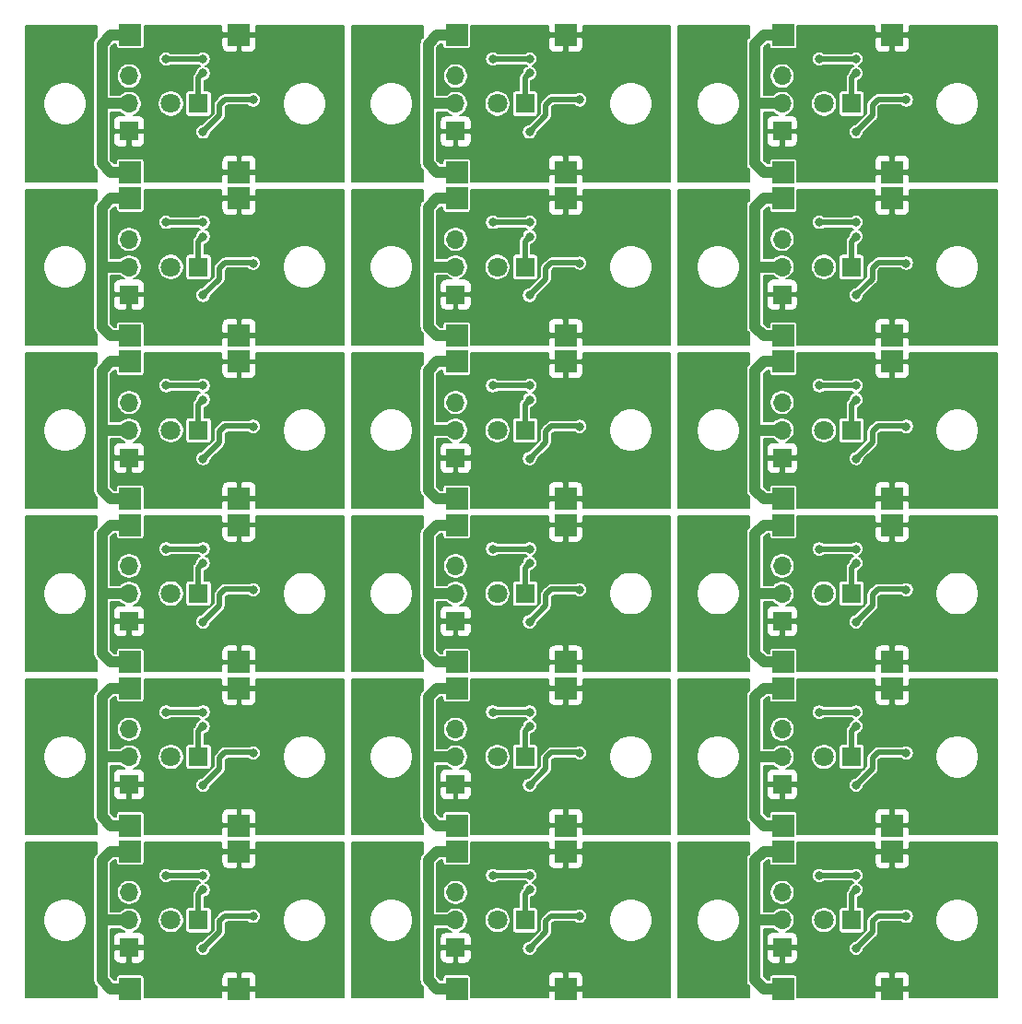
<source format=gbr>
%TF.GenerationSoftware,KiCad,Pcbnew,5.1.6-c6e7f7d~87~ubuntu18.04.1*%
%TF.CreationDate,2020-08-12T19:32:08-03:00*%
%TF.ProjectId,irStrip_v1_panel,69725374-7269-4705-9f76-315f70616e65,Rev. 1.0.1*%
%TF.SameCoordinates,Original*%
%TF.FileFunction,Copper,L1,Top*%
%TF.FilePolarity,Positive*%
%FSLAX46Y46*%
G04 Gerber Fmt 4.6, Leading zero omitted, Abs format (unit mm)*
G04 Created by KiCad (PCBNEW 5.1.6-c6e7f7d~87~ubuntu18.04.1) date 2020-08-12 19:32:08*
%MOMM*%
%LPD*%
G01*
G04 APERTURE LIST*
%TA.AperFunction,SMDPad,CuDef*%
%ADD10R,2.000000X2.000000*%
%TD*%
%TA.AperFunction,ComponentPad*%
%ADD11R,1.700000X1.700000*%
%TD*%
%TA.AperFunction,ComponentPad*%
%ADD12O,1.700000X1.700000*%
%TD*%
%TA.AperFunction,ComponentPad*%
%ADD13R,1.800000X1.800000*%
%TD*%
%TA.AperFunction,ComponentPad*%
%ADD14C,1.800000*%
%TD*%
%TA.AperFunction,ViaPad*%
%ADD15C,0.800000*%
%TD*%
%TA.AperFunction,Conductor*%
%ADD16C,1.000000*%
%TD*%
%TA.AperFunction,Conductor*%
%ADD17C,0.500000*%
%TD*%
%TA.AperFunction,Conductor*%
%ADD18C,0.250000*%
%TD*%
%TA.AperFunction,Conductor*%
%ADD19C,0.200000*%
%TD*%
%TA.AperFunction,NonConductor*%
%ADD20C,0.200000*%
%TD*%
G04 APERTURE END LIST*
D10*
%TO.P,J4,1*%
%TO.N,N/C*%
X182000000Y-132200000D03*
%TD*%
%TO.P,J4,1*%
%TO.N,N/C*%
X182000000Y-102200000D03*
%TD*%
%TO.P,J4,1*%
%TO.N,N/C*%
X182000000Y-117200000D03*
%TD*%
%TO.P,J5,1*%
%TO.N,N/C*%
X182000000Y-144800000D03*
%TD*%
D11*
%TO.P,J1,1*%
%TO.N,N/C*%
X171900000Y-141040000D03*
D12*
%TO.P,J1,2*%
X171900000Y-138500000D03*
%TO.P,J1,3*%
X171900000Y-135960000D03*
%TD*%
D13*
%TO.P,D1,1*%
%TO.N,N/C*%
X178280000Y-138500000D03*
D14*
%TO.P,D1,2*%
X175740000Y-138500000D03*
%TD*%
D10*
%TO.P,J3,1*%
%TO.N,N/C*%
X172000000Y-144800000D03*
%TD*%
%TO.P,J2,1*%
%TO.N,N/C*%
X172000000Y-132200000D03*
%TD*%
%TO.P,J2,1*%
%TO.N,N/C*%
X172000000Y-117200000D03*
%TD*%
%TO.P,J5,1*%
%TO.N,N/C*%
X182000000Y-129800000D03*
%TD*%
D11*
%TO.P,J1,1*%
%TO.N,N/C*%
X171900000Y-126040000D03*
D12*
%TO.P,J1,2*%
X171900000Y-123500000D03*
%TO.P,J1,3*%
X171900000Y-120960000D03*
%TD*%
D13*
%TO.P,D1,1*%
%TO.N,N/C*%
X178280000Y-123500000D03*
D14*
%TO.P,D1,2*%
X175740000Y-123500000D03*
%TD*%
D10*
%TO.P,J3,1*%
%TO.N,N/C*%
X172000000Y-129800000D03*
%TD*%
D11*
%TO.P,J1,1*%
%TO.N,N/C*%
X171900000Y-111040000D03*
D12*
%TO.P,J1,2*%
X171900000Y-108500000D03*
%TO.P,J1,3*%
X171900000Y-105960000D03*
%TD*%
D10*
%TO.P,J3,1*%
%TO.N,N/C*%
X172000000Y-114800000D03*
%TD*%
%TO.P,J4,1*%
%TO.N,N/C*%
X182000000Y-87200000D03*
%TD*%
D13*
%TO.P,D1,1*%
%TO.N,N/C*%
X178280000Y-108500000D03*
D14*
%TO.P,D1,2*%
X175740000Y-108500000D03*
%TD*%
D10*
%TO.P,J5,1*%
%TO.N,N/C*%
X182000000Y-114800000D03*
%TD*%
%TO.P,J2,1*%
%TO.N,N/C*%
X172000000Y-102200000D03*
%TD*%
D11*
%TO.P,J1,1*%
%TO.N,N/C*%
X171900000Y-96040000D03*
D12*
%TO.P,J1,2*%
X171900000Y-93500000D03*
%TO.P,J1,3*%
X171900000Y-90960000D03*
%TD*%
D10*
%TO.P,J2,1*%
%TO.N,N/C*%
X172000000Y-87200000D03*
%TD*%
D13*
%TO.P,D1,1*%
%TO.N,N/C*%
X178280000Y-93500000D03*
D14*
%TO.P,D1,2*%
X175740000Y-93500000D03*
%TD*%
D10*
%TO.P,J5,1*%
%TO.N,N/C*%
X182000000Y-99800000D03*
%TD*%
%TO.P,J3,1*%
%TO.N,N/C*%
X172000000Y-99800000D03*
%TD*%
%TO.P,J4,1*%
%TO.N,N/C*%
X182000000Y-72200000D03*
%TD*%
%TO.P,J4,1*%
%TO.N,N/C*%
X182000000Y-57200000D03*
%TD*%
%TO.P,J2,1*%
%TO.N,N/C*%
X172000000Y-57200000D03*
%TD*%
%TO.P,J3,1*%
%TO.N,N/C*%
X172000000Y-84800000D03*
%TD*%
%TO.P,J5,1*%
%TO.N,N/C*%
X182000000Y-69800000D03*
%TD*%
D12*
%TO.P,J1,3*%
%TO.N,N/C*%
X171900000Y-60960000D03*
%TO.P,J1,2*%
X171900000Y-63500000D03*
D11*
%TO.P,J1,1*%
X171900000Y-66040000D03*
%TD*%
D14*
%TO.P,D1,2*%
%TO.N,N/C*%
X175740000Y-63500000D03*
D13*
%TO.P,D1,1*%
X178280000Y-63500000D03*
%TD*%
D10*
%TO.P,J3,1*%
%TO.N,N/C*%
X172000000Y-69800000D03*
%TD*%
%TO.P,J5,1*%
%TO.N,N/C*%
X182000000Y-84800000D03*
%TD*%
D11*
%TO.P,J1,1*%
%TO.N,N/C*%
X171900000Y-81040000D03*
D12*
%TO.P,J1,2*%
X171900000Y-78500000D03*
%TO.P,J1,3*%
X171900000Y-75960000D03*
%TD*%
D13*
%TO.P,D1,1*%
%TO.N,N/C*%
X178280000Y-78500000D03*
D14*
%TO.P,D1,2*%
X175740000Y-78500000D03*
%TD*%
D10*
%TO.P,J2,1*%
%TO.N,N/C*%
X172000000Y-72200000D03*
%TD*%
%TO.P,J4,1*%
%TO.N,N/C*%
X152000000Y-132200000D03*
%TD*%
%TO.P,J4,1*%
%TO.N,N/C*%
X152000000Y-102200000D03*
%TD*%
%TO.P,J4,1*%
%TO.N,N/C*%
X152000000Y-117200000D03*
%TD*%
%TO.P,J5,1*%
%TO.N,N/C*%
X152000000Y-144800000D03*
%TD*%
D11*
%TO.P,J1,1*%
%TO.N,N/C*%
X141900000Y-141040000D03*
D12*
%TO.P,J1,2*%
X141900000Y-138500000D03*
%TO.P,J1,3*%
X141900000Y-135960000D03*
%TD*%
D13*
%TO.P,D1,1*%
%TO.N,N/C*%
X148280000Y-138500000D03*
D14*
%TO.P,D1,2*%
X145740000Y-138500000D03*
%TD*%
D10*
%TO.P,J3,1*%
%TO.N,N/C*%
X142000000Y-144800000D03*
%TD*%
%TO.P,J2,1*%
%TO.N,N/C*%
X142000000Y-132200000D03*
%TD*%
%TO.P,J2,1*%
%TO.N,N/C*%
X142000000Y-117200000D03*
%TD*%
%TO.P,J5,1*%
%TO.N,N/C*%
X152000000Y-129800000D03*
%TD*%
D11*
%TO.P,J1,1*%
%TO.N,N/C*%
X141900000Y-126040000D03*
D12*
%TO.P,J1,2*%
X141900000Y-123500000D03*
%TO.P,J1,3*%
X141900000Y-120960000D03*
%TD*%
D13*
%TO.P,D1,1*%
%TO.N,N/C*%
X148280000Y-123500000D03*
D14*
%TO.P,D1,2*%
X145740000Y-123500000D03*
%TD*%
D10*
%TO.P,J3,1*%
%TO.N,N/C*%
X142000000Y-129800000D03*
%TD*%
D11*
%TO.P,J1,1*%
%TO.N,N/C*%
X141900000Y-111040000D03*
D12*
%TO.P,J1,2*%
X141900000Y-108500000D03*
%TO.P,J1,3*%
X141900000Y-105960000D03*
%TD*%
D10*
%TO.P,J3,1*%
%TO.N,N/C*%
X142000000Y-114800000D03*
%TD*%
%TO.P,J4,1*%
%TO.N,N/C*%
X152000000Y-87200000D03*
%TD*%
D13*
%TO.P,D1,1*%
%TO.N,N/C*%
X148280000Y-108500000D03*
D14*
%TO.P,D1,2*%
X145740000Y-108500000D03*
%TD*%
D10*
%TO.P,J5,1*%
%TO.N,N/C*%
X152000000Y-114800000D03*
%TD*%
%TO.P,J2,1*%
%TO.N,N/C*%
X142000000Y-102200000D03*
%TD*%
D11*
%TO.P,J1,1*%
%TO.N,N/C*%
X141900000Y-96040000D03*
D12*
%TO.P,J1,2*%
X141900000Y-93500000D03*
%TO.P,J1,3*%
X141900000Y-90960000D03*
%TD*%
D10*
%TO.P,J2,1*%
%TO.N,N/C*%
X142000000Y-87200000D03*
%TD*%
D13*
%TO.P,D1,1*%
%TO.N,N/C*%
X148280000Y-93500000D03*
D14*
%TO.P,D1,2*%
X145740000Y-93500000D03*
%TD*%
D10*
%TO.P,J5,1*%
%TO.N,N/C*%
X152000000Y-99800000D03*
%TD*%
%TO.P,J3,1*%
%TO.N,N/C*%
X142000000Y-99800000D03*
%TD*%
%TO.P,J4,1*%
%TO.N,N/C*%
X152000000Y-72200000D03*
%TD*%
%TO.P,J4,1*%
%TO.N,N/C*%
X152000000Y-57200000D03*
%TD*%
%TO.P,J2,1*%
%TO.N,N/C*%
X142000000Y-57200000D03*
%TD*%
%TO.P,J3,1*%
%TO.N,N/C*%
X142000000Y-84800000D03*
%TD*%
%TO.P,J5,1*%
%TO.N,N/C*%
X152000000Y-69800000D03*
%TD*%
D12*
%TO.P,J1,3*%
%TO.N,N/C*%
X141900000Y-60960000D03*
%TO.P,J1,2*%
X141900000Y-63500000D03*
D11*
%TO.P,J1,1*%
X141900000Y-66040000D03*
%TD*%
D14*
%TO.P,D1,2*%
%TO.N,N/C*%
X145740000Y-63500000D03*
D13*
%TO.P,D1,1*%
X148280000Y-63500000D03*
%TD*%
D10*
%TO.P,J3,1*%
%TO.N,N/C*%
X142000000Y-69800000D03*
%TD*%
%TO.P,J5,1*%
%TO.N,N/C*%
X152000000Y-84800000D03*
%TD*%
D11*
%TO.P,J1,1*%
%TO.N,N/C*%
X141900000Y-81040000D03*
D12*
%TO.P,J1,2*%
X141900000Y-78500000D03*
%TO.P,J1,3*%
X141900000Y-75960000D03*
%TD*%
D13*
%TO.P,D1,1*%
%TO.N,N/C*%
X148280000Y-78500000D03*
D14*
%TO.P,D1,2*%
X145740000Y-78500000D03*
%TD*%
D10*
%TO.P,J2,1*%
%TO.N,N/C*%
X142000000Y-72200000D03*
%TD*%
%TO.P,J4,1*%
%TO.N,N/C*%
X122000000Y-132200000D03*
%TD*%
%TO.P,J2,1*%
%TO.N,N/C*%
X112000000Y-132200000D03*
%TD*%
%TO.P,J5,1*%
%TO.N,N/C*%
X122000000Y-144800000D03*
%TD*%
D12*
%TO.P,J1,3*%
%TO.N,N/C*%
X111900000Y-135960000D03*
%TO.P,J1,2*%
X111900000Y-138500000D03*
D11*
%TO.P,J1,1*%
X111900000Y-141040000D03*
%TD*%
D14*
%TO.P,D1,2*%
%TO.N,N/C*%
X115740000Y-138500000D03*
D13*
%TO.P,D1,1*%
X118280000Y-138500000D03*
%TD*%
D10*
%TO.P,J3,1*%
%TO.N,N/C*%
X112000000Y-144800000D03*
%TD*%
%TO.P,J4,1*%
%TO.N,N/C*%
X122000000Y-117200000D03*
%TD*%
%TO.P,J2,1*%
%TO.N,N/C*%
X112000000Y-117200000D03*
%TD*%
%TO.P,J5,1*%
%TO.N,N/C*%
X122000000Y-129800000D03*
%TD*%
D12*
%TO.P,J1,3*%
%TO.N,N/C*%
X111900000Y-120960000D03*
%TO.P,J1,2*%
X111900000Y-123500000D03*
D11*
%TO.P,J1,1*%
X111900000Y-126040000D03*
%TD*%
D14*
%TO.P,D1,2*%
%TO.N,N/C*%
X115740000Y-123500000D03*
D13*
%TO.P,D1,1*%
X118280000Y-123500000D03*
%TD*%
D10*
%TO.P,J3,1*%
%TO.N,N/C*%
X112000000Y-129800000D03*
%TD*%
%TO.P,J4,1*%
%TO.N,N/C*%
X122000000Y-102200000D03*
%TD*%
%TO.P,J2,1*%
%TO.N,N/C*%
X112000000Y-102200000D03*
%TD*%
%TO.P,J5,1*%
%TO.N,N/C*%
X122000000Y-114800000D03*
%TD*%
D12*
%TO.P,J1,3*%
%TO.N,N/C*%
X111900000Y-105960000D03*
%TO.P,J1,2*%
X111900000Y-108500000D03*
D11*
%TO.P,J1,1*%
X111900000Y-111040000D03*
%TD*%
D14*
%TO.P,D1,2*%
%TO.N,N/C*%
X115740000Y-108500000D03*
D13*
%TO.P,D1,1*%
X118280000Y-108500000D03*
%TD*%
D10*
%TO.P,J3,1*%
%TO.N,N/C*%
X112000000Y-114800000D03*
%TD*%
%TO.P,J4,1*%
%TO.N,N/C*%
X122000000Y-87200000D03*
%TD*%
%TO.P,J2,1*%
%TO.N,N/C*%
X112000000Y-87200000D03*
%TD*%
%TO.P,J5,1*%
%TO.N,N/C*%
X122000000Y-99800000D03*
%TD*%
D12*
%TO.P,J1,3*%
%TO.N,N/C*%
X111900000Y-90960000D03*
%TO.P,J1,2*%
X111900000Y-93500000D03*
D11*
%TO.P,J1,1*%
X111900000Y-96040000D03*
%TD*%
D14*
%TO.P,D1,2*%
%TO.N,N/C*%
X115740000Y-93500000D03*
D13*
%TO.P,D1,1*%
X118280000Y-93500000D03*
%TD*%
D10*
%TO.P,J3,1*%
%TO.N,N/C*%
X112000000Y-99800000D03*
%TD*%
%TO.P,J4,1*%
%TO.N,N/C*%
X122000000Y-72200000D03*
%TD*%
%TO.P,J2,1*%
%TO.N,N/C*%
X112000000Y-72200000D03*
%TD*%
%TO.P,J5,1*%
%TO.N,N/C*%
X122000000Y-84800000D03*
%TD*%
D12*
%TO.P,J1,3*%
%TO.N,N/C*%
X111900000Y-75960000D03*
%TO.P,J1,2*%
X111900000Y-78500000D03*
D11*
%TO.P,J1,1*%
X111900000Y-81040000D03*
%TD*%
D14*
%TO.P,D1,2*%
%TO.N,N/C*%
X115740000Y-78500000D03*
D13*
%TO.P,D1,1*%
X118280000Y-78500000D03*
%TD*%
D10*
%TO.P,J3,1*%
%TO.N,N/C*%
X112000000Y-84800000D03*
%TD*%
D13*
%TO.P,D1,1*%
%TO.N,Net-(D1-Pad1)*%
X118280000Y-63500000D03*
D14*
%TO.P,D1,2*%
%TO.N,Net-(D1-Pad2)*%
X115740000Y-63500000D03*
%TD*%
D11*
%TO.P,J1,1*%
%TO.N,GND*%
X111900000Y-66040000D03*
D12*
%TO.P,J1,2*%
%TO.N,VDD*%
X111900000Y-63500000D03*
%TO.P,J1,3*%
%TO.N,Net-(J1-Pad3)*%
X111900000Y-60960000D03*
%TD*%
D10*
%TO.P,J2,1*%
%TO.N,VDD*%
X112000000Y-57200000D03*
%TD*%
%TO.P,J3,1*%
%TO.N,VDD*%
X112000000Y-69800000D03*
%TD*%
%TO.P,J4,1*%
%TO.N,GND*%
X122000000Y-57200000D03*
%TD*%
%TO.P,J5,1*%
%TO.N,GND*%
X122000000Y-69800000D03*
%TD*%
D15*
%TO.N,*%
X126000000Y-83000000D03*
X115500000Y-85000000D03*
X130000000Y-74000000D03*
X117000000Y-80100000D03*
X116650000Y-82800000D03*
X122100000Y-74400000D03*
X130000000Y-83000000D03*
X113600000Y-77100000D03*
X116650000Y-76000000D03*
X111900000Y-83000000D03*
X118500000Y-85000000D03*
X118700000Y-75700000D03*
X123300000Y-78150000D03*
X118700000Y-81100000D03*
X118700000Y-74400000D03*
X115300000Y-74400000D03*
X126000000Y-98000000D03*
X115500000Y-100000000D03*
X130000000Y-89000000D03*
X117000000Y-95100000D03*
X116650000Y-97800000D03*
X122100000Y-89400000D03*
X130000000Y-98000000D03*
X113600000Y-92100000D03*
X116650000Y-91000000D03*
X111900000Y-98000000D03*
X118500000Y-100000000D03*
X118700000Y-90700000D03*
X123300000Y-93150000D03*
X118700000Y-96100000D03*
X118700000Y-89400000D03*
X115300000Y-89400000D03*
X126000000Y-113000000D03*
X115500000Y-115000000D03*
X130000000Y-104000000D03*
X117000000Y-110100000D03*
X116650000Y-112800000D03*
X122100000Y-104400000D03*
X130000000Y-113000000D03*
X113600000Y-107100000D03*
X116650000Y-106000000D03*
X111900000Y-113000000D03*
X118500000Y-115000000D03*
X118700000Y-105700000D03*
X123300000Y-108150000D03*
X118700000Y-111100000D03*
X118700000Y-104400000D03*
X115300000Y-104400000D03*
X126000000Y-128000000D03*
X115500000Y-130000000D03*
X130000000Y-119000000D03*
X117000000Y-125100000D03*
X116650000Y-127800000D03*
X122100000Y-119400000D03*
X130000000Y-128000000D03*
X113600000Y-122100000D03*
X116650000Y-121000000D03*
X111900000Y-128000000D03*
X118500000Y-130000000D03*
X118700000Y-120700000D03*
X123300000Y-123150000D03*
X118700000Y-126100000D03*
X118700000Y-119400000D03*
X115300000Y-119400000D03*
X126000000Y-143000000D03*
X115500000Y-145000000D03*
X130000000Y-134000000D03*
X117000000Y-140100000D03*
X116650000Y-142800000D03*
X122100000Y-134400000D03*
X130000000Y-143000000D03*
X113600000Y-137100000D03*
X116650000Y-136000000D03*
X111900000Y-143000000D03*
X118500000Y-145000000D03*
X118700000Y-135700000D03*
X123300000Y-138150000D03*
X118700000Y-141100000D03*
X118700000Y-134400000D03*
X115300000Y-134400000D03*
X148700000Y-89400000D03*
X148700000Y-75700000D03*
X143600000Y-77100000D03*
X141900000Y-83000000D03*
X146650000Y-76000000D03*
X145500000Y-85000000D03*
X147000000Y-80100000D03*
X156000000Y-83000000D03*
X146650000Y-82800000D03*
X152100000Y-74400000D03*
X160000000Y-83000000D03*
X160000000Y-74000000D03*
X153300000Y-78150000D03*
X148700000Y-74400000D03*
X148700000Y-81100000D03*
X160000000Y-89000000D03*
X145300000Y-74400000D03*
X148500000Y-85000000D03*
X145500000Y-100000000D03*
X156000000Y-98000000D03*
X148700000Y-134400000D03*
X147000000Y-95100000D03*
X146650000Y-97800000D03*
X152100000Y-89400000D03*
X141900000Y-98000000D03*
X143600000Y-92100000D03*
X153300000Y-93150000D03*
X148700000Y-90700000D03*
X160000000Y-98000000D03*
X146650000Y-91000000D03*
X145500000Y-115000000D03*
X156000000Y-113000000D03*
X148700000Y-104400000D03*
X145500000Y-130000000D03*
X148700000Y-119400000D03*
X141900000Y-113000000D03*
X148700000Y-105700000D03*
X146650000Y-106000000D03*
X147000000Y-110100000D03*
X146650000Y-112800000D03*
X152100000Y-104400000D03*
X160000000Y-113000000D03*
X148700000Y-96100000D03*
X145300000Y-89400000D03*
X148500000Y-100000000D03*
X156000000Y-128000000D03*
X160000000Y-104000000D03*
X143600000Y-107100000D03*
X153300000Y-108150000D03*
X160000000Y-119000000D03*
X146650000Y-121000000D03*
X148700000Y-120700000D03*
X147000000Y-125100000D03*
X146650000Y-127800000D03*
X152100000Y-119400000D03*
X143600000Y-122100000D03*
X153300000Y-123150000D03*
X141900000Y-128000000D03*
X160000000Y-128000000D03*
X145500000Y-145000000D03*
X141900000Y-143000000D03*
X160000000Y-134000000D03*
X147000000Y-140100000D03*
X146650000Y-142800000D03*
X152100000Y-134400000D03*
X143600000Y-137100000D03*
X160000000Y-143000000D03*
X153300000Y-138150000D03*
X148700000Y-135700000D03*
X146650000Y-136000000D03*
X148700000Y-126100000D03*
X145300000Y-119400000D03*
X148500000Y-130000000D03*
X156000000Y-143000000D03*
X148700000Y-111100000D03*
X145300000Y-104400000D03*
X148500000Y-115000000D03*
X148700000Y-141100000D03*
X145300000Y-134400000D03*
X148500000Y-145000000D03*
X156000000Y-68000000D03*
X145500000Y-70000000D03*
X160000000Y-59000000D03*
X147000000Y-65100000D03*
X146650000Y-67800000D03*
X152100000Y-59400000D03*
X160000000Y-68000000D03*
X143600000Y-62100000D03*
X146650000Y-61000000D03*
X141900000Y-68000000D03*
X148500000Y-70000000D03*
X148700000Y-60700000D03*
X153300000Y-63150000D03*
X148700000Y-66100000D03*
X148700000Y-59400000D03*
X145300000Y-59400000D03*
X178700000Y-89400000D03*
X178700000Y-75700000D03*
X173600000Y-77100000D03*
X171900000Y-83000000D03*
X176650000Y-76000000D03*
X175500000Y-85000000D03*
X177000000Y-80100000D03*
X186000000Y-83000000D03*
X176650000Y-82800000D03*
X182100000Y-74400000D03*
X190000000Y-83000000D03*
X190000000Y-74000000D03*
X183300000Y-78150000D03*
X178700000Y-74400000D03*
X178700000Y-81100000D03*
X190000000Y-89000000D03*
X175300000Y-74400000D03*
X178500000Y-85000000D03*
X175500000Y-100000000D03*
X186000000Y-98000000D03*
X178700000Y-134400000D03*
X177000000Y-95100000D03*
X176650000Y-97800000D03*
X182100000Y-89400000D03*
X171900000Y-98000000D03*
X173600000Y-92100000D03*
X183300000Y-93150000D03*
X178700000Y-90700000D03*
X190000000Y-98000000D03*
X176650000Y-91000000D03*
X175500000Y-115000000D03*
X186000000Y-113000000D03*
X178700000Y-104400000D03*
X175500000Y-130000000D03*
X178700000Y-119400000D03*
X171900000Y-113000000D03*
X178700000Y-105700000D03*
X176650000Y-106000000D03*
X177000000Y-110100000D03*
X176650000Y-112800000D03*
X182100000Y-104400000D03*
X190000000Y-113000000D03*
X178700000Y-96100000D03*
X175300000Y-89400000D03*
X178500000Y-100000000D03*
X186000000Y-128000000D03*
X190000000Y-104000000D03*
X173600000Y-107100000D03*
X183300000Y-108150000D03*
X190000000Y-119000000D03*
X176650000Y-121000000D03*
X178700000Y-120700000D03*
X177000000Y-125100000D03*
X176650000Y-127800000D03*
X182100000Y-119400000D03*
X173600000Y-122100000D03*
X183300000Y-123150000D03*
X171900000Y-128000000D03*
X190000000Y-128000000D03*
X175500000Y-145000000D03*
X171900000Y-143000000D03*
X190000000Y-134000000D03*
X177000000Y-140100000D03*
X176650000Y-142800000D03*
X182100000Y-134400000D03*
X173600000Y-137100000D03*
X190000000Y-143000000D03*
X183300000Y-138150000D03*
X178700000Y-135700000D03*
X176650000Y-136000000D03*
X178700000Y-126100000D03*
X175300000Y-119400000D03*
X178500000Y-130000000D03*
X186000000Y-143000000D03*
X178700000Y-111100000D03*
X175300000Y-104400000D03*
X178500000Y-115000000D03*
X178700000Y-141100000D03*
X175300000Y-134400000D03*
X178500000Y-145000000D03*
X186000000Y-68000000D03*
X175500000Y-70000000D03*
X190000000Y-59000000D03*
X177000000Y-65100000D03*
X176650000Y-67800000D03*
X182100000Y-59400000D03*
X190000000Y-68000000D03*
X173600000Y-62100000D03*
X176650000Y-61000000D03*
X171900000Y-68000000D03*
X178500000Y-70000000D03*
X178700000Y-60700000D03*
X183300000Y-63150000D03*
X178700000Y-66100000D03*
X178700000Y-59400000D03*
X175300000Y-59400000D03*
%TO.N,GND*%
X126000000Y-68000000D03*
X130000000Y-68000000D03*
X130000000Y-59000000D03*
X117000000Y-65100000D03*
X118500000Y-70000000D03*
X115500000Y-70000000D03*
X122100000Y-59400000D03*
X113600000Y-62100000D03*
X111900000Y-68000000D03*
X116650000Y-61000000D03*
X116650000Y-67800000D03*
%TO.N,Net-(D1-Pad1)*%
X118700000Y-60700000D03*
%TO.N,Net-(JP2-Pad1)*%
X118700000Y-66100000D03*
X123300000Y-63150000D03*
%TO.N,Net-(JP3-Pad2)*%
X115300000Y-59400000D03*
X118700000Y-59400000D03*
%TD*%
D16*
%TO.N,*%
X110200000Y-84800000D02*
X109400000Y-84000000D01*
X109400000Y-73000000D02*
X110200000Y-72200000D01*
X111900000Y-78500000D02*
X109400000Y-78500000D01*
X112000000Y-84800000D02*
X110200000Y-84800000D01*
X110200000Y-72200000D02*
X112000000Y-72200000D01*
X109400000Y-84000000D02*
X109400000Y-73000000D01*
D17*
X118280000Y-76120000D02*
X118700000Y-75700000D01*
X118280000Y-78500000D02*
X118280000Y-76120000D01*
X120200000Y-78600000D02*
X120700000Y-78100000D01*
X118700000Y-81100000D02*
X120200000Y-79600000D01*
X120200000Y-79600000D02*
X120200000Y-78600000D01*
X120700000Y-78100000D02*
X123250000Y-78100000D01*
D18*
X123250000Y-78100000D02*
X123300000Y-78150000D01*
D17*
X115300000Y-74400000D02*
X118700000Y-74400000D01*
D16*
X110200000Y-99800000D02*
X109400000Y-99000000D01*
X109400000Y-88000000D02*
X110200000Y-87200000D01*
X111900000Y-93500000D02*
X109400000Y-93500000D01*
X112000000Y-99800000D02*
X110200000Y-99800000D01*
X110200000Y-87200000D02*
X112000000Y-87200000D01*
X109400000Y-99000000D02*
X109400000Y-88000000D01*
D17*
X118280000Y-91120000D02*
X118700000Y-90700000D01*
X118280000Y-93500000D02*
X118280000Y-91120000D01*
X120200000Y-93600000D02*
X120700000Y-93100000D01*
X118700000Y-96100000D02*
X120200000Y-94600000D01*
X120200000Y-94600000D02*
X120200000Y-93600000D01*
X120700000Y-93100000D02*
X123250000Y-93100000D01*
D18*
X123250000Y-93100000D02*
X123300000Y-93150000D01*
D17*
X115300000Y-89400000D02*
X118700000Y-89400000D01*
D16*
X110200000Y-114800000D02*
X109400000Y-114000000D01*
X109400000Y-103000000D02*
X110200000Y-102200000D01*
X111900000Y-108500000D02*
X109400000Y-108500000D01*
X112000000Y-114800000D02*
X110200000Y-114800000D01*
X110200000Y-102200000D02*
X112000000Y-102200000D01*
X109400000Y-114000000D02*
X109400000Y-103000000D01*
D17*
X118280000Y-106120000D02*
X118700000Y-105700000D01*
X118280000Y-108500000D02*
X118280000Y-106120000D01*
X120200000Y-108600000D02*
X120700000Y-108100000D01*
X118700000Y-111100000D02*
X120200000Y-109600000D01*
X120200000Y-109600000D02*
X120200000Y-108600000D01*
X120700000Y-108100000D02*
X123250000Y-108100000D01*
D18*
X123250000Y-108100000D02*
X123300000Y-108150000D01*
D17*
X115300000Y-104400000D02*
X118700000Y-104400000D01*
D16*
X110200000Y-129800000D02*
X109400000Y-129000000D01*
X109400000Y-118000000D02*
X110200000Y-117200000D01*
X111900000Y-123500000D02*
X109400000Y-123500000D01*
X112000000Y-129800000D02*
X110200000Y-129800000D01*
X110200000Y-117200000D02*
X112000000Y-117200000D01*
X109400000Y-129000000D02*
X109400000Y-118000000D01*
D17*
X118280000Y-121120000D02*
X118700000Y-120700000D01*
X118280000Y-123500000D02*
X118280000Y-121120000D01*
X120200000Y-123600000D02*
X120700000Y-123100000D01*
X118700000Y-126100000D02*
X120200000Y-124600000D01*
X120200000Y-124600000D02*
X120200000Y-123600000D01*
X120700000Y-123100000D02*
X123250000Y-123100000D01*
D18*
X123250000Y-123100000D02*
X123300000Y-123150000D01*
D17*
X115300000Y-119400000D02*
X118700000Y-119400000D01*
D16*
X110200000Y-144800000D02*
X109400000Y-144000000D01*
X109400000Y-133000000D02*
X110200000Y-132200000D01*
X111900000Y-138500000D02*
X109400000Y-138500000D01*
X112000000Y-144800000D02*
X110200000Y-144800000D01*
X110200000Y-132200000D02*
X112000000Y-132200000D01*
X109400000Y-144000000D02*
X109400000Y-133000000D01*
D17*
X118280000Y-136120000D02*
X118700000Y-135700000D01*
X118280000Y-138500000D02*
X118280000Y-136120000D01*
X120200000Y-138600000D02*
X120700000Y-138100000D01*
X118700000Y-141100000D02*
X120200000Y-139600000D01*
X120200000Y-139600000D02*
X120200000Y-138600000D01*
X120700000Y-138100000D02*
X123250000Y-138100000D01*
D18*
X123250000Y-138100000D02*
X123300000Y-138150000D01*
D17*
X115300000Y-134400000D02*
X118700000Y-134400000D01*
X148280000Y-76120000D02*
X148700000Y-75700000D01*
X150200000Y-78600000D02*
X150700000Y-78100000D01*
D16*
X139400000Y-73000000D02*
X140200000Y-72200000D01*
D17*
X150200000Y-79600000D02*
X150200000Y-78600000D01*
X148280000Y-78500000D02*
X148280000Y-76120000D01*
D16*
X141900000Y-78500000D02*
X139400000Y-78500000D01*
D17*
X148700000Y-81100000D02*
X150200000Y-79600000D01*
X150700000Y-78100000D02*
X153250000Y-78100000D01*
D18*
X153250000Y-78100000D02*
X153300000Y-78150000D01*
D16*
X142000000Y-84800000D02*
X140200000Y-84800000D01*
X140200000Y-72200000D02*
X142000000Y-72200000D01*
X139400000Y-84000000D02*
X139400000Y-73000000D01*
D17*
X145300000Y-74400000D02*
X148700000Y-74400000D01*
D16*
X140200000Y-84800000D02*
X139400000Y-84000000D01*
X141900000Y-93500000D02*
X139400000Y-93500000D01*
D17*
X150200000Y-94600000D02*
X150200000Y-93600000D01*
D16*
X139400000Y-88000000D02*
X140200000Y-87200000D01*
X140200000Y-99800000D02*
X139400000Y-99000000D01*
D17*
X148280000Y-91120000D02*
X148700000Y-90700000D01*
X150200000Y-93600000D02*
X150700000Y-93100000D01*
X148700000Y-96100000D02*
X150200000Y-94600000D01*
X148280000Y-93500000D02*
X148280000Y-91120000D01*
D16*
X141900000Y-108500000D02*
X139400000Y-108500000D01*
D17*
X150200000Y-109600000D02*
X150200000Y-108600000D01*
D16*
X140200000Y-114800000D02*
X139400000Y-114000000D01*
D17*
X148280000Y-106120000D02*
X148700000Y-105700000D01*
X150200000Y-108600000D02*
X150700000Y-108100000D01*
X148700000Y-111100000D02*
X150200000Y-109600000D01*
X148280000Y-108500000D02*
X148280000Y-106120000D01*
X150700000Y-93100000D02*
X153250000Y-93100000D01*
D18*
X153250000Y-93100000D02*
X153300000Y-93150000D01*
D16*
X142000000Y-99800000D02*
X140200000Y-99800000D01*
X140200000Y-87200000D02*
X142000000Y-87200000D01*
X139400000Y-99000000D02*
X139400000Y-88000000D01*
D17*
X145300000Y-89400000D02*
X148700000Y-89400000D01*
D16*
X139400000Y-103000000D02*
X140200000Y-102200000D01*
D17*
X148280000Y-121120000D02*
X148700000Y-120700000D01*
X150200000Y-123600000D02*
X150700000Y-123100000D01*
X148700000Y-126100000D02*
X150200000Y-124600000D01*
X148280000Y-123500000D02*
X148280000Y-121120000D01*
D16*
X141900000Y-123500000D02*
X139400000Y-123500000D01*
X139400000Y-118000000D02*
X140200000Y-117200000D01*
X140200000Y-129800000D02*
X139400000Y-129000000D01*
D17*
X150200000Y-124600000D02*
X150200000Y-123600000D01*
X150200000Y-139600000D02*
X150200000Y-138600000D01*
D16*
X139400000Y-133000000D02*
X140200000Y-132200000D01*
X140200000Y-144800000D02*
X139400000Y-144000000D01*
D17*
X148280000Y-136120000D02*
X148700000Y-135700000D01*
X150200000Y-138600000D02*
X150700000Y-138100000D01*
X148700000Y-141100000D02*
X150200000Y-139600000D01*
X148280000Y-138500000D02*
X148280000Y-136120000D01*
D16*
X141900000Y-138500000D02*
X139400000Y-138500000D01*
D17*
X150700000Y-123100000D02*
X153250000Y-123100000D01*
D18*
X153250000Y-123100000D02*
X153300000Y-123150000D01*
D16*
X142000000Y-129800000D02*
X140200000Y-129800000D01*
X140200000Y-117200000D02*
X142000000Y-117200000D01*
X139400000Y-129000000D02*
X139400000Y-118000000D01*
D17*
X145300000Y-119400000D02*
X148700000Y-119400000D01*
X150700000Y-108100000D02*
X153250000Y-108100000D01*
D18*
X153250000Y-108100000D02*
X153300000Y-108150000D01*
D16*
X142000000Y-114800000D02*
X140200000Y-114800000D01*
X140200000Y-102200000D02*
X142000000Y-102200000D01*
X139400000Y-114000000D02*
X139400000Y-103000000D01*
D17*
X145300000Y-104400000D02*
X148700000Y-104400000D01*
X150700000Y-138100000D02*
X153250000Y-138100000D01*
D18*
X153250000Y-138100000D02*
X153300000Y-138150000D01*
D16*
X142000000Y-144800000D02*
X140200000Y-144800000D01*
X140200000Y-132200000D02*
X142000000Y-132200000D01*
X139400000Y-144000000D02*
X139400000Y-133000000D01*
D17*
X145300000Y-134400000D02*
X148700000Y-134400000D01*
D16*
X140200000Y-69800000D02*
X139400000Y-69000000D01*
X139400000Y-58000000D02*
X140200000Y-57200000D01*
X141900000Y-63500000D02*
X139400000Y-63500000D01*
X142000000Y-69800000D02*
X140200000Y-69800000D01*
X140200000Y-57200000D02*
X142000000Y-57200000D01*
X139400000Y-69000000D02*
X139400000Y-58000000D01*
D17*
X148280000Y-61120000D02*
X148700000Y-60700000D01*
X148280000Y-63500000D02*
X148280000Y-61120000D01*
X150200000Y-63600000D02*
X150700000Y-63100000D01*
X148700000Y-66100000D02*
X150200000Y-64600000D01*
X150200000Y-64600000D02*
X150200000Y-63600000D01*
X150700000Y-63100000D02*
X153250000Y-63100000D01*
D18*
X153250000Y-63100000D02*
X153300000Y-63150000D01*
D17*
X145300000Y-59400000D02*
X148700000Y-59400000D01*
X178280000Y-76120000D02*
X178700000Y-75700000D01*
X180200000Y-78600000D02*
X180700000Y-78100000D01*
D16*
X169400000Y-73000000D02*
X170200000Y-72200000D01*
D17*
X180200000Y-79600000D02*
X180200000Y-78600000D01*
X178280000Y-78500000D02*
X178280000Y-76120000D01*
D16*
X171900000Y-78500000D02*
X169400000Y-78500000D01*
D17*
X178700000Y-81100000D02*
X180200000Y-79600000D01*
X180700000Y-78100000D02*
X183250000Y-78100000D01*
D18*
X183250000Y-78100000D02*
X183300000Y-78150000D01*
D16*
X172000000Y-84800000D02*
X170200000Y-84800000D01*
X170200000Y-72200000D02*
X172000000Y-72200000D01*
X169400000Y-84000000D02*
X169400000Y-73000000D01*
D17*
X175300000Y-74400000D02*
X178700000Y-74400000D01*
D16*
X170200000Y-84800000D02*
X169400000Y-84000000D01*
X171900000Y-93500000D02*
X169400000Y-93500000D01*
D17*
X180200000Y-94600000D02*
X180200000Y-93600000D01*
D16*
X169400000Y-88000000D02*
X170200000Y-87200000D01*
X170200000Y-99800000D02*
X169400000Y-99000000D01*
D17*
X178280000Y-91120000D02*
X178700000Y-90700000D01*
X180200000Y-93600000D02*
X180700000Y-93100000D01*
X178700000Y-96100000D02*
X180200000Y-94600000D01*
X178280000Y-93500000D02*
X178280000Y-91120000D01*
D16*
X171900000Y-108500000D02*
X169400000Y-108500000D01*
D17*
X180200000Y-109600000D02*
X180200000Y-108600000D01*
D16*
X170200000Y-114800000D02*
X169400000Y-114000000D01*
D17*
X178280000Y-106120000D02*
X178700000Y-105700000D01*
X180200000Y-108600000D02*
X180700000Y-108100000D01*
X178700000Y-111100000D02*
X180200000Y-109600000D01*
X178280000Y-108500000D02*
X178280000Y-106120000D01*
X180700000Y-93100000D02*
X183250000Y-93100000D01*
D18*
X183250000Y-93100000D02*
X183300000Y-93150000D01*
D16*
X172000000Y-99800000D02*
X170200000Y-99800000D01*
X170200000Y-87200000D02*
X172000000Y-87200000D01*
X169400000Y-99000000D02*
X169400000Y-88000000D01*
D17*
X175300000Y-89400000D02*
X178700000Y-89400000D01*
D16*
X169400000Y-103000000D02*
X170200000Y-102200000D01*
D17*
X178280000Y-121120000D02*
X178700000Y-120700000D01*
X180200000Y-123600000D02*
X180700000Y-123100000D01*
X178700000Y-126100000D02*
X180200000Y-124600000D01*
X178280000Y-123500000D02*
X178280000Y-121120000D01*
D16*
X171900000Y-123500000D02*
X169400000Y-123500000D01*
X169400000Y-118000000D02*
X170200000Y-117200000D01*
X170200000Y-129800000D02*
X169400000Y-129000000D01*
D17*
X180200000Y-124600000D02*
X180200000Y-123600000D01*
X180200000Y-139600000D02*
X180200000Y-138600000D01*
D16*
X169400000Y-133000000D02*
X170200000Y-132200000D01*
X170200000Y-144800000D02*
X169400000Y-144000000D01*
D17*
X178280000Y-136120000D02*
X178700000Y-135700000D01*
X180200000Y-138600000D02*
X180700000Y-138100000D01*
X178700000Y-141100000D02*
X180200000Y-139600000D01*
X178280000Y-138500000D02*
X178280000Y-136120000D01*
D16*
X171900000Y-138500000D02*
X169400000Y-138500000D01*
D17*
X180700000Y-123100000D02*
X183250000Y-123100000D01*
D18*
X183250000Y-123100000D02*
X183300000Y-123150000D01*
D16*
X172000000Y-129800000D02*
X170200000Y-129800000D01*
X170200000Y-117200000D02*
X172000000Y-117200000D01*
X169400000Y-129000000D02*
X169400000Y-118000000D01*
D17*
X175300000Y-119400000D02*
X178700000Y-119400000D01*
X180700000Y-108100000D02*
X183250000Y-108100000D01*
D18*
X183250000Y-108100000D02*
X183300000Y-108150000D01*
D16*
X172000000Y-114800000D02*
X170200000Y-114800000D01*
X170200000Y-102200000D02*
X172000000Y-102200000D01*
X169400000Y-114000000D02*
X169400000Y-103000000D01*
D17*
X175300000Y-104400000D02*
X178700000Y-104400000D01*
X180700000Y-138100000D02*
X183250000Y-138100000D01*
D18*
X183250000Y-138100000D02*
X183300000Y-138150000D01*
D16*
X172000000Y-144800000D02*
X170200000Y-144800000D01*
X170200000Y-132200000D02*
X172000000Y-132200000D01*
X169400000Y-144000000D02*
X169400000Y-133000000D01*
D17*
X175300000Y-134400000D02*
X178700000Y-134400000D01*
D16*
X170200000Y-69800000D02*
X169400000Y-69000000D01*
X169400000Y-58000000D02*
X170200000Y-57200000D01*
X171900000Y-63500000D02*
X169400000Y-63500000D01*
X172000000Y-69800000D02*
X170200000Y-69800000D01*
X170200000Y-57200000D02*
X172000000Y-57200000D01*
X169400000Y-69000000D02*
X169400000Y-58000000D01*
D17*
X178280000Y-61120000D02*
X178700000Y-60700000D01*
X178280000Y-63500000D02*
X178280000Y-61120000D01*
X180200000Y-63600000D02*
X180700000Y-63100000D01*
X178700000Y-66100000D02*
X180200000Y-64600000D01*
X180200000Y-64600000D02*
X180200000Y-63600000D01*
X180700000Y-63100000D02*
X183250000Y-63100000D01*
D18*
X183250000Y-63100000D02*
X183300000Y-63150000D01*
D17*
X175300000Y-59400000D02*
X178700000Y-59400000D01*
D16*
%TO.N,VDD*%
X111900000Y-63500000D02*
X109400000Y-63500000D01*
X110200000Y-57200000D02*
X112000000Y-57200000D01*
X109400000Y-58000000D02*
X110200000Y-57200000D01*
X109400000Y-69000000D02*
X109400000Y-58000000D01*
X112000000Y-69800000D02*
X110200000Y-69800000D01*
X110200000Y-69800000D02*
X109400000Y-69000000D01*
D17*
%TO.N,Net-(D1-Pad1)*%
X118280000Y-63500000D02*
X118280000Y-61120000D01*
X118280000Y-61120000D02*
X118700000Y-60700000D01*
D18*
%TO.N,Net-(JP2-Pad1)*%
X123250000Y-63100000D02*
X123300000Y-63150000D01*
D17*
X120700000Y-63100000D02*
X123250000Y-63100000D01*
X120200000Y-63600000D02*
X120700000Y-63100000D01*
X118700000Y-66100000D02*
X120200000Y-64600000D01*
X120200000Y-64600000D02*
X120200000Y-63600000D01*
%TO.N,Net-(JP3-Pad2)*%
X115300000Y-59400000D02*
X118700000Y-59400000D01*
%TD*%
D19*
%TO.N,GND*%
G36*
X120392000Y-56894000D02*
G01*
X120544000Y-57046000D01*
X121846000Y-57046000D01*
X121846000Y-57026000D01*
X122154000Y-57026000D01*
X122154000Y-57046000D01*
X123456000Y-57046000D01*
X123608000Y-56894000D01*
X123610200Y-56375000D01*
X131625001Y-56375000D01*
X131625000Y-70625000D01*
X123610200Y-70625000D01*
X123608000Y-70106000D01*
X123456000Y-69954000D01*
X122154000Y-69954000D01*
X122154000Y-69974000D01*
X121846000Y-69974000D01*
X121846000Y-69954000D01*
X120544000Y-69954000D01*
X120392000Y-70106000D01*
X120389800Y-70625000D01*
X113301451Y-70625000D01*
X113301451Y-68800000D01*
X120389058Y-68800000D01*
X120392000Y-69494000D01*
X120544000Y-69646000D01*
X121846000Y-69646000D01*
X121846000Y-68344000D01*
X122154000Y-68344000D01*
X122154000Y-69646000D01*
X123456000Y-69646000D01*
X123608000Y-69494000D01*
X123610942Y-68800000D01*
X123599203Y-68680811D01*
X123564437Y-68566203D01*
X123507980Y-68460579D01*
X123432001Y-68367999D01*
X123339421Y-68292020D01*
X123233797Y-68235563D01*
X123119189Y-68200797D01*
X123000000Y-68189058D01*
X122306000Y-68192000D01*
X122154000Y-68344000D01*
X121846000Y-68344000D01*
X121694000Y-68192000D01*
X121000000Y-68189058D01*
X120880811Y-68200797D01*
X120766203Y-68235563D01*
X120660579Y-68292020D01*
X120567999Y-68367999D01*
X120492020Y-68460579D01*
X120435563Y-68566203D01*
X120400797Y-68680811D01*
X120389058Y-68800000D01*
X113301451Y-68800000D01*
X113295659Y-68741190D01*
X113278504Y-68684640D01*
X113250647Y-68632523D01*
X113213158Y-68586842D01*
X113167477Y-68549353D01*
X113115360Y-68521496D01*
X113058810Y-68504341D01*
X113000000Y-68498549D01*
X111000000Y-68498549D01*
X110941190Y-68504341D01*
X110884640Y-68521496D01*
X110832523Y-68549353D01*
X110786842Y-68586842D01*
X110749353Y-68632523D01*
X110721496Y-68684640D01*
X110704341Y-68741190D01*
X110698549Y-68800000D01*
X110698549Y-69000000D01*
X110531370Y-69000000D01*
X110200000Y-68668630D01*
X110200000Y-66890000D01*
X110439058Y-66890000D01*
X110450797Y-67009189D01*
X110485563Y-67123797D01*
X110542020Y-67229421D01*
X110617999Y-67322001D01*
X110710579Y-67397980D01*
X110816203Y-67454437D01*
X110930811Y-67489203D01*
X111050000Y-67500942D01*
X111594000Y-67498000D01*
X111746000Y-67346000D01*
X111746000Y-66194000D01*
X112054000Y-66194000D01*
X112054000Y-67346000D01*
X112206000Y-67498000D01*
X112750000Y-67500942D01*
X112869189Y-67489203D01*
X112983797Y-67454437D01*
X113089421Y-67397980D01*
X113182001Y-67322001D01*
X113257980Y-67229421D01*
X113314437Y-67123797D01*
X113349203Y-67009189D01*
X113360942Y-66890000D01*
X113358000Y-66346000D01*
X113206000Y-66194000D01*
X112054000Y-66194000D01*
X111746000Y-66194000D01*
X110594000Y-66194000D01*
X110442000Y-66346000D01*
X110439058Y-66890000D01*
X110200000Y-66890000D01*
X110200000Y-66031056D01*
X118000000Y-66031056D01*
X118000000Y-66168944D01*
X118026901Y-66304182D01*
X118079668Y-66431574D01*
X118156274Y-66546224D01*
X118253776Y-66643726D01*
X118368426Y-66720332D01*
X118495818Y-66773099D01*
X118631056Y-66800000D01*
X118768944Y-66800000D01*
X118904182Y-66773099D01*
X119031574Y-66720332D01*
X119146224Y-66643726D01*
X119243726Y-66546224D01*
X119320332Y-66431574D01*
X119373099Y-66304182D01*
X119397797Y-66180021D01*
X120569810Y-65008008D01*
X120590790Y-64990790D01*
X120608008Y-64969810D01*
X120608013Y-64969805D01*
X120659520Y-64907043D01*
X120659521Y-64907042D01*
X120710592Y-64811494D01*
X120742042Y-64707819D01*
X120750000Y-64627018D01*
X120750000Y-64627009D01*
X120752660Y-64600001D01*
X120750000Y-64572993D01*
X120750000Y-63827817D01*
X120927817Y-63650000D01*
X122810050Y-63650000D01*
X122853776Y-63693726D01*
X122968426Y-63770332D01*
X123095818Y-63823099D01*
X123231056Y-63850000D01*
X123368944Y-63850000D01*
X123504182Y-63823099D01*
X123631574Y-63770332D01*
X123746224Y-63693726D01*
X123843726Y-63596224D01*
X123920332Y-63481574D01*
X123973099Y-63354182D01*
X123982990Y-63304456D01*
X126014606Y-63304456D01*
X126014606Y-63695544D01*
X126090904Y-64079118D01*
X126240567Y-64440436D01*
X126457844Y-64765615D01*
X126734385Y-65042156D01*
X127059564Y-65259433D01*
X127420882Y-65409096D01*
X127804456Y-65485394D01*
X128195544Y-65485394D01*
X128579118Y-65409096D01*
X128940436Y-65259433D01*
X129265615Y-65042156D01*
X129542156Y-64765615D01*
X129759433Y-64440436D01*
X129909096Y-64079118D01*
X129985394Y-63695544D01*
X129985394Y-63304456D01*
X129909096Y-62920882D01*
X129759433Y-62559564D01*
X129542156Y-62234385D01*
X129265615Y-61957844D01*
X128940436Y-61740567D01*
X128579118Y-61590904D01*
X128195544Y-61514606D01*
X127804456Y-61514606D01*
X127420882Y-61590904D01*
X127059564Y-61740567D01*
X126734385Y-61957844D01*
X126457844Y-62234385D01*
X126240567Y-62559564D01*
X126090904Y-62920882D01*
X126014606Y-63304456D01*
X123982990Y-63304456D01*
X124000000Y-63218944D01*
X124000000Y-63081056D01*
X123973099Y-62945818D01*
X123920332Y-62818426D01*
X123843726Y-62703776D01*
X123746224Y-62606274D01*
X123631574Y-62529668D01*
X123504182Y-62476901D01*
X123368944Y-62450000D01*
X123231056Y-62450000D01*
X123095818Y-62476901D01*
X122968426Y-62529668D01*
X122937997Y-62550000D01*
X120727011Y-62550000D01*
X120700000Y-62547340D01*
X120672989Y-62550000D01*
X120672982Y-62550000D01*
X120592181Y-62557958D01*
X120488505Y-62589408D01*
X120392958Y-62640479D01*
X120353399Y-62672945D01*
X120309210Y-62709210D01*
X120291987Y-62730196D01*
X119830191Y-63191992D01*
X119809211Y-63209210D01*
X119791993Y-63230190D01*
X119791987Y-63230196D01*
X119740479Y-63292958D01*
X119707755Y-63354182D01*
X119689409Y-63388506D01*
X119666120Y-63465280D01*
X119657959Y-63492182D01*
X119647340Y-63600000D01*
X119650001Y-63627017D01*
X119650000Y-64372182D01*
X118619979Y-65402203D01*
X118495818Y-65426901D01*
X118368426Y-65479668D01*
X118253776Y-65556274D01*
X118156274Y-65653776D01*
X118079668Y-65768426D01*
X118026901Y-65895818D01*
X118000000Y-66031056D01*
X110200000Y-66031056D01*
X110200000Y-64300000D01*
X111073655Y-64300000D01*
X111166918Y-64393263D01*
X111355271Y-64519116D01*
X111505935Y-64581524D01*
X111050000Y-64579058D01*
X110930811Y-64590797D01*
X110816203Y-64625563D01*
X110710579Y-64682020D01*
X110617999Y-64757999D01*
X110542020Y-64850579D01*
X110485563Y-64956203D01*
X110450797Y-65070811D01*
X110439058Y-65190000D01*
X110442000Y-65734000D01*
X110594000Y-65886000D01*
X111746000Y-65886000D01*
X111746000Y-65866000D01*
X112054000Y-65866000D01*
X112054000Y-65886000D01*
X113206000Y-65886000D01*
X113358000Y-65734000D01*
X113360942Y-65190000D01*
X113349203Y-65070811D01*
X113314437Y-64956203D01*
X113257980Y-64850579D01*
X113182001Y-64757999D01*
X113089421Y-64682020D01*
X112983797Y-64625563D01*
X112869189Y-64590797D01*
X112750000Y-64579058D01*
X112294065Y-64581524D01*
X112444729Y-64519116D01*
X112633082Y-64393263D01*
X112793263Y-64233082D01*
X112919116Y-64044729D01*
X113005806Y-63835443D01*
X113050000Y-63613265D01*
X113050000Y-63386735D01*
X113049021Y-63381810D01*
X114540000Y-63381810D01*
X114540000Y-63618190D01*
X114586116Y-63850027D01*
X114676574Y-64068413D01*
X114807899Y-64264955D01*
X114975045Y-64432101D01*
X115171587Y-64563426D01*
X115389973Y-64653884D01*
X115621810Y-64700000D01*
X115858190Y-64700000D01*
X116090027Y-64653884D01*
X116308413Y-64563426D01*
X116504955Y-64432101D01*
X116672101Y-64264955D01*
X116803426Y-64068413D01*
X116893884Y-63850027D01*
X116940000Y-63618190D01*
X116940000Y-63381810D01*
X116893884Y-63149973D01*
X116803426Y-62931587D01*
X116672101Y-62735045D01*
X116504955Y-62567899D01*
X116308413Y-62436574D01*
X116090027Y-62346116D01*
X115858190Y-62300000D01*
X115621810Y-62300000D01*
X115389973Y-62346116D01*
X115171587Y-62436574D01*
X114975045Y-62567899D01*
X114807899Y-62735045D01*
X114676574Y-62931587D01*
X114586116Y-63149973D01*
X114540000Y-63381810D01*
X113049021Y-63381810D01*
X113005806Y-63164557D01*
X112919116Y-62955271D01*
X112793263Y-62766918D01*
X112633082Y-62606737D01*
X112444729Y-62480884D01*
X112235443Y-62394194D01*
X112013265Y-62350000D01*
X111786735Y-62350000D01*
X111564557Y-62394194D01*
X111355271Y-62480884D01*
X111166918Y-62606737D01*
X111073655Y-62700000D01*
X110200000Y-62700000D01*
X110200000Y-60846735D01*
X110750000Y-60846735D01*
X110750000Y-61073265D01*
X110794194Y-61295443D01*
X110880884Y-61504729D01*
X111006737Y-61693082D01*
X111166918Y-61853263D01*
X111355271Y-61979116D01*
X111564557Y-62065806D01*
X111786735Y-62110000D01*
X112013265Y-62110000D01*
X112235443Y-62065806D01*
X112444729Y-61979116D01*
X112633082Y-61853263D01*
X112793263Y-61693082D01*
X112919116Y-61504729D01*
X113005806Y-61295443D01*
X113050000Y-61073265D01*
X113050000Y-60846735D01*
X113005806Y-60624557D01*
X112919116Y-60415271D01*
X112793263Y-60226918D01*
X112633082Y-60066737D01*
X112444729Y-59940884D01*
X112235443Y-59854194D01*
X112013265Y-59810000D01*
X111786735Y-59810000D01*
X111564557Y-59854194D01*
X111355271Y-59940884D01*
X111166918Y-60066737D01*
X111006737Y-60226918D01*
X110880884Y-60415271D01*
X110794194Y-60624557D01*
X110750000Y-60846735D01*
X110200000Y-60846735D01*
X110200000Y-59331056D01*
X114600000Y-59331056D01*
X114600000Y-59468944D01*
X114626901Y-59604182D01*
X114679668Y-59731574D01*
X114756274Y-59846224D01*
X114853776Y-59943726D01*
X114968426Y-60020332D01*
X115095818Y-60073099D01*
X115231056Y-60100000D01*
X115368944Y-60100000D01*
X115504182Y-60073099D01*
X115631574Y-60020332D01*
X115736834Y-59950000D01*
X118263166Y-59950000D01*
X118368426Y-60020332D01*
X118440052Y-60050000D01*
X118368426Y-60079668D01*
X118253776Y-60156274D01*
X118156274Y-60253776D01*
X118079668Y-60368426D01*
X118026901Y-60495818D01*
X118002203Y-60619980D01*
X117910191Y-60711992D01*
X117889211Y-60729210D01*
X117871993Y-60750190D01*
X117871987Y-60750196D01*
X117820479Y-60812958D01*
X117769409Y-60908506D01*
X117737959Y-61012182D01*
X117727340Y-61120000D01*
X117730001Y-61147018D01*
X117730001Y-62298549D01*
X117380000Y-62298549D01*
X117321190Y-62304341D01*
X117264640Y-62321496D01*
X117212523Y-62349353D01*
X117166842Y-62386842D01*
X117129353Y-62432523D01*
X117101496Y-62484640D01*
X117084341Y-62541190D01*
X117078549Y-62600000D01*
X117078549Y-64400000D01*
X117084341Y-64458810D01*
X117101496Y-64515360D01*
X117129353Y-64567477D01*
X117166842Y-64613158D01*
X117212523Y-64650647D01*
X117264640Y-64678504D01*
X117321190Y-64695659D01*
X117380000Y-64701451D01*
X119180000Y-64701451D01*
X119238810Y-64695659D01*
X119295360Y-64678504D01*
X119347477Y-64650647D01*
X119393158Y-64613158D01*
X119430647Y-64567477D01*
X119458504Y-64515360D01*
X119475659Y-64458810D01*
X119481451Y-64400000D01*
X119481451Y-62600000D01*
X119475659Y-62541190D01*
X119458504Y-62484640D01*
X119430647Y-62432523D01*
X119393158Y-62386842D01*
X119347477Y-62349353D01*
X119295360Y-62321496D01*
X119238810Y-62304341D01*
X119180000Y-62298549D01*
X118830000Y-62298549D01*
X118830000Y-61387855D01*
X118904182Y-61373099D01*
X119031574Y-61320332D01*
X119146224Y-61243726D01*
X119243726Y-61146224D01*
X119320332Y-61031574D01*
X119373099Y-60904182D01*
X119400000Y-60768944D01*
X119400000Y-60631056D01*
X119373099Y-60495818D01*
X119320332Y-60368426D01*
X119243726Y-60253776D01*
X119146224Y-60156274D01*
X119031574Y-60079668D01*
X118959948Y-60050000D01*
X119031574Y-60020332D01*
X119146224Y-59943726D01*
X119243726Y-59846224D01*
X119320332Y-59731574D01*
X119373099Y-59604182D01*
X119400000Y-59468944D01*
X119400000Y-59331056D01*
X119373099Y-59195818D01*
X119320332Y-59068426D01*
X119243726Y-58953776D01*
X119146224Y-58856274D01*
X119031574Y-58779668D01*
X118904182Y-58726901D01*
X118768944Y-58700000D01*
X118631056Y-58700000D01*
X118495818Y-58726901D01*
X118368426Y-58779668D01*
X118263166Y-58850000D01*
X115736834Y-58850000D01*
X115631574Y-58779668D01*
X115504182Y-58726901D01*
X115368944Y-58700000D01*
X115231056Y-58700000D01*
X115095818Y-58726901D01*
X114968426Y-58779668D01*
X114853776Y-58856274D01*
X114756274Y-58953776D01*
X114679668Y-59068426D01*
X114626901Y-59195818D01*
X114600000Y-59331056D01*
X110200000Y-59331056D01*
X110200000Y-58331370D01*
X110531370Y-58000000D01*
X110698549Y-58000000D01*
X110698549Y-58200000D01*
X110704341Y-58258810D01*
X110721496Y-58315360D01*
X110749353Y-58367477D01*
X110786842Y-58413158D01*
X110832523Y-58450647D01*
X110884640Y-58478504D01*
X110941190Y-58495659D01*
X111000000Y-58501451D01*
X113000000Y-58501451D01*
X113058810Y-58495659D01*
X113115360Y-58478504D01*
X113167477Y-58450647D01*
X113213158Y-58413158D01*
X113250647Y-58367477D01*
X113278504Y-58315360D01*
X113295659Y-58258810D01*
X113301451Y-58200000D01*
X120389058Y-58200000D01*
X120400797Y-58319189D01*
X120435563Y-58433797D01*
X120492020Y-58539421D01*
X120567999Y-58632001D01*
X120660579Y-58707980D01*
X120766203Y-58764437D01*
X120880811Y-58799203D01*
X121000000Y-58810942D01*
X121694000Y-58808000D01*
X121846000Y-58656000D01*
X121846000Y-57354000D01*
X122154000Y-57354000D01*
X122154000Y-58656000D01*
X122306000Y-58808000D01*
X123000000Y-58810942D01*
X123119189Y-58799203D01*
X123233797Y-58764437D01*
X123339421Y-58707980D01*
X123432001Y-58632001D01*
X123507980Y-58539421D01*
X123564437Y-58433797D01*
X123599203Y-58319189D01*
X123610942Y-58200000D01*
X123608000Y-57506000D01*
X123456000Y-57354000D01*
X122154000Y-57354000D01*
X121846000Y-57354000D01*
X120544000Y-57354000D01*
X120392000Y-57506000D01*
X120389058Y-58200000D01*
X113301451Y-58200000D01*
X113301451Y-56375000D01*
X120389800Y-56375000D01*
X120392000Y-56894000D01*
G37*
X120392000Y-56894000D02*
X120544000Y-57046000D01*
X121846000Y-57046000D01*
X121846000Y-57026000D01*
X122154000Y-57026000D01*
X122154000Y-57046000D01*
X123456000Y-57046000D01*
X123608000Y-56894000D01*
X123610200Y-56375000D01*
X131625001Y-56375000D01*
X131625000Y-70625000D01*
X123610200Y-70625000D01*
X123608000Y-70106000D01*
X123456000Y-69954000D01*
X122154000Y-69954000D01*
X122154000Y-69974000D01*
X121846000Y-69974000D01*
X121846000Y-69954000D01*
X120544000Y-69954000D01*
X120392000Y-70106000D01*
X120389800Y-70625000D01*
X113301451Y-70625000D01*
X113301451Y-68800000D01*
X120389058Y-68800000D01*
X120392000Y-69494000D01*
X120544000Y-69646000D01*
X121846000Y-69646000D01*
X121846000Y-68344000D01*
X122154000Y-68344000D01*
X122154000Y-69646000D01*
X123456000Y-69646000D01*
X123608000Y-69494000D01*
X123610942Y-68800000D01*
X123599203Y-68680811D01*
X123564437Y-68566203D01*
X123507980Y-68460579D01*
X123432001Y-68367999D01*
X123339421Y-68292020D01*
X123233797Y-68235563D01*
X123119189Y-68200797D01*
X123000000Y-68189058D01*
X122306000Y-68192000D01*
X122154000Y-68344000D01*
X121846000Y-68344000D01*
X121694000Y-68192000D01*
X121000000Y-68189058D01*
X120880811Y-68200797D01*
X120766203Y-68235563D01*
X120660579Y-68292020D01*
X120567999Y-68367999D01*
X120492020Y-68460579D01*
X120435563Y-68566203D01*
X120400797Y-68680811D01*
X120389058Y-68800000D01*
X113301451Y-68800000D01*
X113295659Y-68741190D01*
X113278504Y-68684640D01*
X113250647Y-68632523D01*
X113213158Y-68586842D01*
X113167477Y-68549353D01*
X113115360Y-68521496D01*
X113058810Y-68504341D01*
X113000000Y-68498549D01*
X111000000Y-68498549D01*
X110941190Y-68504341D01*
X110884640Y-68521496D01*
X110832523Y-68549353D01*
X110786842Y-68586842D01*
X110749353Y-68632523D01*
X110721496Y-68684640D01*
X110704341Y-68741190D01*
X110698549Y-68800000D01*
X110698549Y-69000000D01*
X110531370Y-69000000D01*
X110200000Y-68668630D01*
X110200000Y-66890000D01*
X110439058Y-66890000D01*
X110450797Y-67009189D01*
X110485563Y-67123797D01*
X110542020Y-67229421D01*
X110617999Y-67322001D01*
X110710579Y-67397980D01*
X110816203Y-67454437D01*
X110930811Y-67489203D01*
X111050000Y-67500942D01*
X111594000Y-67498000D01*
X111746000Y-67346000D01*
X111746000Y-66194000D01*
X112054000Y-66194000D01*
X112054000Y-67346000D01*
X112206000Y-67498000D01*
X112750000Y-67500942D01*
X112869189Y-67489203D01*
X112983797Y-67454437D01*
X113089421Y-67397980D01*
X113182001Y-67322001D01*
X113257980Y-67229421D01*
X113314437Y-67123797D01*
X113349203Y-67009189D01*
X113360942Y-66890000D01*
X113358000Y-66346000D01*
X113206000Y-66194000D01*
X112054000Y-66194000D01*
X111746000Y-66194000D01*
X110594000Y-66194000D01*
X110442000Y-66346000D01*
X110439058Y-66890000D01*
X110200000Y-66890000D01*
X110200000Y-66031056D01*
X118000000Y-66031056D01*
X118000000Y-66168944D01*
X118026901Y-66304182D01*
X118079668Y-66431574D01*
X118156274Y-66546224D01*
X118253776Y-66643726D01*
X118368426Y-66720332D01*
X118495818Y-66773099D01*
X118631056Y-66800000D01*
X118768944Y-66800000D01*
X118904182Y-66773099D01*
X119031574Y-66720332D01*
X119146224Y-66643726D01*
X119243726Y-66546224D01*
X119320332Y-66431574D01*
X119373099Y-66304182D01*
X119397797Y-66180021D01*
X120569810Y-65008008D01*
X120590790Y-64990790D01*
X120608008Y-64969810D01*
X120608013Y-64969805D01*
X120659520Y-64907043D01*
X120659521Y-64907042D01*
X120710592Y-64811494D01*
X120742042Y-64707819D01*
X120750000Y-64627018D01*
X120750000Y-64627009D01*
X120752660Y-64600001D01*
X120750000Y-64572993D01*
X120750000Y-63827817D01*
X120927817Y-63650000D01*
X122810050Y-63650000D01*
X122853776Y-63693726D01*
X122968426Y-63770332D01*
X123095818Y-63823099D01*
X123231056Y-63850000D01*
X123368944Y-63850000D01*
X123504182Y-63823099D01*
X123631574Y-63770332D01*
X123746224Y-63693726D01*
X123843726Y-63596224D01*
X123920332Y-63481574D01*
X123973099Y-63354182D01*
X123982990Y-63304456D01*
X126014606Y-63304456D01*
X126014606Y-63695544D01*
X126090904Y-64079118D01*
X126240567Y-64440436D01*
X126457844Y-64765615D01*
X126734385Y-65042156D01*
X127059564Y-65259433D01*
X127420882Y-65409096D01*
X127804456Y-65485394D01*
X128195544Y-65485394D01*
X128579118Y-65409096D01*
X128940436Y-65259433D01*
X129265615Y-65042156D01*
X129542156Y-64765615D01*
X129759433Y-64440436D01*
X129909096Y-64079118D01*
X129985394Y-63695544D01*
X129985394Y-63304456D01*
X129909096Y-62920882D01*
X129759433Y-62559564D01*
X129542156Y-62234385D01*
X129265615Y-61957844D01*
X128940436Y-61740567D01*
X128579118Y-61590904D01*
X128195544Y-61514606D01*
X127804456Y-61514606D01*
X127420882Y-61590904D01*
X127059564Y-61740567D01*
X126734385Y-61957844D01*
X126457844Y-62234385D01*
X126240567Y-62559564D01*
X126090904Y-62920882D01*
X126014606Y-63304456D01*
X123982990Y-63304456D01*
X124000000Y-63218944D01*
X124000000Y-63081056D01*
X123973099Y-62945818D01*
X123920332Y-62818426D01*
X123843726Y-62703776D01*
X123746224Y-62606274D01*
X123631574Y-62529668D01*
X123504182Y-62476901D01*
X123368944Y-62450000D01*
X123231056Y-62450000D01*
X123095818Y-62476901D01*
X122968426Y-62529668D01*
X122937997Y-62550000D01*
X120727011Y-62550000D01*
X120700000Y-62547340D01*
X120672989Y-62550000D01*
X120672982Y-62550000D01*
X120592181Y-62557958D01*
X120488505Y-62589408D01*
X120392958Y-62640479D01*
X120353399Y-62672945D01*
X120309210Y-62709210D01*
X120291987Y-62730196D01*
X119830191Y-63191992D01*
X119809211Y-63209210D01*
X119791993Y-63230190D01*
X119791987Y-63230196D01*
X119740479Y-63292958D01*
X119707755Y-63354182D01*
X119689409Y-63388506D01*
X119666120Y-63465280D01*
X119657959Y-63492182D01*
X119647340Y-63600000D01*
X119650001Y-63627017D01*
X119650000Y-64372182D01*
X118619979Y-65402203D01*
X118495818Y-65426901D01*
X118368426Y-65479668D01*
X118253776Y-65556274D01*
X118156274Y-65653776D01*
X118079668Y-65768426D01*
X118026901Y-65895818D01*
X118000000Y-66031056D01*
X110200000Y-66031056D01*
X110200000Y-64300000D01*
X111073655Y-64300000D01*
X111166918Y-64393263D01*
X111355271Y-64519116D01*
X111505935Y-64581524D01*
X111050000Y-64579058D01*
X110930811Y-64590797D01*
X110816203Y-64625563D01*
X110710579Y-64682020D01*
X110617999Y-64757999D01*
X110542020Y-64850579D01*
X110485563Y-64956203D01*
X110450797Y-65070811D01*
X110439058Y-65190000D01*
X110442000Y-65734000D01*
X110594000Y-65886000D01*
X111746000Y-65886000D01*
X111746000Y-65866000D01*
X112054000Y-65866000D01*
X112054000Y-65886000D01*
X113206000Y-65886000D01*
X113358000Y-65734000D01*
X113360942Y-65190000D01*
X113349203Y-65070811D01*
X113314437Y-64956203D01*
X113257980Y-64850579D01*
X113182001Y-64757999D01*
X113089421Y-64682020D01*
X112983797Y-64625563D01*
X112869189Y-64590797D01*
X112750000Y-64579058D01*
X112294065Y-64581524D01*
X112444729Y-64519116D01*
X112633082Y-64393263D01*
X112793263Y-64233082D01*
X112919116Y-64044729D01*
X113005806Y-63835443D01*
X113050000Y-63613265D01*
X113050000Y-63386735D01*
X113049021Y-63381810D01*
X114540000Y-63381810D01*
X114540000Y-63618190D01*
X114586116Y-63850027D01*
X114676574Y-64068413D01*
X114807899Y-64264955D01*
X114975045Y-64432101D01*
X115171587Y-64563426D01*
X115389973Y-64653884D01*
X115621810Y-64700000D01*
X115858190Y-64700000D01*
X116090027Y-64653884D01*
X116308413Y-64563426D01*
X116504955Y-64432101D01*
X116672101Y-64264955D01*
X116803426Y-64068413D01*
X116893884Y-63850027D01*
X116940000Y-63618190D01*
X116940000Y-63381810D01*
X116893884Y-63149973D01*
X116803426Y-62931587D01*
X116672101Y-62735045D01*
X116504955Y-62567899D01*
X116308413Y-62436574D01*
X116090027Y-62346116D01*
X115858190Y-62300000D01*
X115621810Y-62300000D01*
X115389973Y-62346116D01*
X115171587Y-62436574D01*
X114975045Y-62567899D01*
X114807899Y-62735045D01*
X114676574Y-62931587D01*
X114586116Y-63149973D01*
X114540000Y-63381810D01*
X113049021Y-63381810D01*
X113005806Y-63164557D01*
X112919116Y-62955271D01*
X112793263Y-62766918D01*
X112633082Y-62606737D01*
X112444729Y-62480884D01*
X112235443Y-62394194D01*
X112013265Y-62350000D01*
X111786735Y-62350000D01*
X111564557Y-62394194D01*
X111355271Y-62480884D01*
X111166918Y-62606737D01*
X111073655Y-62700000D01*
X110200000Y-62700000D01*
X110200000Y-60846735D01*
X110750000Y-60846735D01*
X110750000Y-61073265D01*
X110794194Y-61295443D01*
X110880884Y-61504729D01*
X111006737Y-61693082D01*
X111166918Y-61853263D01*
X111355271Y-61979116D01*
X111564557Y-62065806D01*
X111786735Y-62110000D01*
X112013265Y-62110000D01*
X112235443Y-62065806D01*
X112444729Y-61979116D01*
X112633082Y-61853263D01*
X112793263Y-61693082D01*
X112919116Y-61504729D01*
X113005806Y-61295443D01*
X113050000Y-61073265D01*
X113050000Y-60846735D01*
X113005806Y-60624557D01*
X112919116Y-60415271D01*
X112793263Y-60226918D01*
X112633082Y-60066737D01*
X112444729Y-59940884D01*
X112235443Y-59854194D01*
X112013265Y-59810000D01*
X111786735Y-59810000D01*
X111564557Y-59854194D01*
X111355271Y-59940884D01*
X111166918Y-60066737D01*
X111006737Y-60226918D01*
X110880884Y-60415271D01*
X110794194Y-60624557D01*
X110750000Y-60846735D01*
X110200000Y-60846735D01*
X110200000Y-59331056D01*
X114600000Y-59331056D01*
X114600000Y-59468944D01*
X114626901Y-59604182D01*
X114679668Y-59731574D01*
X114756274Y-59846224D01*
X114853776Y-59943726D01*
X114968426Y-60020332D01*
X115095818Y-60073099D01*
X115231056Y-60100000D01*
X115368944Y-60100000D01*
X115504182Y-60073099D01*
X115631574Y-60020332D01*
X115736834Y-59950000D01*
X118263166Y-59950000D01*
X118368426Y-60020332D01*
X118440052Y-60050000D01*
X118368426Y-60079668D01*
X118253776Y-60156274D01*
X118156274Y-60253776D01*
X118079668Y-60368426D01*
X118026901Y-60495818D01*
X118002203Y-60619980D01*
X117910191Y-60711992D01*
X117889211Y-60729210D01*
X117871993Y-60750190D01*
X117871987Y-60750196D01*
X117820479Y-60812958D01*
X117769409Y-60908506D01*
X117737959Y-61012182D01*
X117727340Y-61120000D01*
X117730001Y-61147018D01*
X117730001Y-62298549D01*
X117380000Y-62298549D01*
X117321190Y-62304341D01*
X117264640Y-62321496D01*
X117212523Y-62349353D01*
X117166842Y-62386842D01*
X117129353Y-62432523D01*
X117101496Y-62484640D01*
X117084341Y-62541190D01*
X117078549Y-62600000D01*
X117078549Y-64400000D01*
X117084341Y-64458810D01*
X117101496Y-64515360D01*
X117129353Y-64567477D01*
X117166842Y-64613158D01*
X117212523Y-64650647D01*
X117264640Y-64678504D01*
X117321190Y-64695659D01*
X117380000Y-64701451D01*
X119180000Y-64701451D01*
X119238810Y-64695659D01*
X119295360Y-64678504D01*
X119347477Y-64650647D01*
X119393158Y-64613158D01*
X119430647Y-64567477D01*
X119458504Y-64515360D01*
X119475659Y-64458810D01*
X119481451Y-64400000D01*
X119481451Y-62600000D01*
X119475659Y-62541190D01*
X119458504Y-62484640D01*
X119430647Y-62432523D01*
X119393158Y-62386842D01*
X119347477Y-62349353D01*
X119295360Y-62321496D01*
X119238810Y-62304341D01*
X119180000Y-62298549D01*
X118830000Y-62298549D01*
X118830000Y-61387855D01*
X118904182Y-61373099D01*
X119031574Y-61320332D01*
X119146224Y-61243726D01*
X119243726Y-61146224D01*
X119320332Y-61031574D01*
X119373099Y-60904182D01*
X119400000Y-60768944D01*
X119400000Y-60631056D01*
X119373099Y-60495818D01*
X119320332Y-60368426D01*
X119243726Y-60253776D01*
X119146224Y-60156274D01*
X119031574Y-60079668D01*
X118959948Y-60050000D01*
X119031574Y-60020332D01*
X119146224Y-59943726D01*
X119243726Y-59846224D01*
X119320332Y-59731574D01*
X119373099Y-59604182D01*
X119400000Y-59468944D01*
X119400000Y-59331056D01*
X119373099Y-59195818D01*
X119320332Y-59068426D01*
X119243726Y-58953776D01*
X119146224Y-58856274D01*
X119031574Y-58779668D01*
X118904182Y-58726901D01*
X118768944Y-58700000D01*
X118631056Y-58700000D01*
X118495818Y-58726901D01*
X118368426Y-58779668D01*
X118263166Y-58850000D01*
X115736834Y-58850000D01*
X115631574Y-58779668D01*
X115504182Y-58726901D01*
X115368944Y-58700000D01*
X115231056Y-58700000D01*
X115095818Y-58726901D01*
X114968426Y-58779668D01*
X114853776Y-58856274D01*
X114756274Y-58953776D01*
X114679668Y-59068426D01*
X114626901Y-59195818D01*
X114600000Y-59331056D01*
X110200000Y-59331056D01*
X110200000Y-58331370D01*
X110531370Y-58000000D01*
X110698549Y-58000000D01*
X110698549Y-58200000D01*
X110704341Y-58258810D01*
X110721496Y-58315360D01*
X110749353Y-58367477D01*
X110786842Y-58413158D01*
X110832523Y-58450647D01*
X110884640Y-58478504D01*
X110941190Y-58495659D01*
X111000000Y-58501451D01*
X113000000Y-58501451D01*
X113058810Y-58495659D01*
X113115360Y-58478504D01*
X113167477Y-58450647D01*
X113213158Y-58413158D01*
X113250647Y-58367477D01*
X113278504Y-58315360D01*
X113295659Y-58258810D01*
X113301451Y-58200000D01*
X120389058Y-58200000D01*
X120400797Y-58319189D01*
X120435563Y-58433797D01*
X120492020Y-58539421D01*
X120567999Y-58632001D01*
X120660579Y-58707980D01*
X120766203Y-58764437D01*
X120880811Y-58799203D01*
X121000000Y-58810942D01*
X121694000Y-58808000D01*
X121846000Y-58656000D01*
X121846000Y-57354000D01*
X122154000Y-57354000D01*
X122154000Y-58656000D01*
X122306000Y-58808000D01*
X123000000Y-58810942D01*
X123119189Y-58799203D01*
X123233797Y-58764437D01*
X123339421Y-58707980D01*
X123432001Y-58632001D01*
X123507980Y-58539421D01*
X123564437Y-58433797D01*
X123599203Y-58319189D01*
X123610942Y-58200000D01*
X123608000Y-57506000D01*
X123456000Y-57354000D01*
X122154000Y-57354000D01*
X121846000Y-57354000D01*
X120544000Y-57354000D01*
X120392000Y-57506000D01*
X120389058Y-58200000D01*
X113301451Y-58200000D01*
X113301451Y-56375000D01*
X120389800Y-56375000D01*
X120392000Y-56894000D01*
D20*
G36*
X108900000Y-57368630D02*
G01*
X108862099Y-57406531D01*
X108831579Y-57431578D01*
X108806532Y-57462098D01*
X108806531Y-57462099D01*
X108731607Y-57553394D01*
X108657321Y-57692373D01*
X108611577Y-57843173D01*
X108596130Y-58000000D01*
X108600001Y-58039301D01*
X108600001Y-63460702D01*
X108596130Y-63500000D01*
X108600000Y-63539298D01*
X108600000Y-68960709D01*
X108596130Y-69000000D01*
X108600000Y-69039291D01*
X108600000Y-69039292D01*
X108611576Y-69156826D01*
X108643510Y-69262099D01*
X108657321Y-69307627D01*
X108731607Y-69446606D01*
X108769166Y-69492372D01*
X108831578Y-69568422D01*
X108862103Y-69593473D01*
X108900000Y-69631370D01*
X108900000Y-70625000D01*
X102375000Y-70625000D01*
X102375000Y-63304456D01*
X104014606Y-63304456D01*
X104014606Y-63695544D01*
X104090904Y-64079118D01*
X104240567Y-64440436D01*
X104457844Y-64765615D01*
X104734385Y-65042156D01*
X105059564Y-65259433D01*
X105420882Y-65409096D01*
X105804456Y-65485394D01*
X106195544Y-65485394D01*
X106579118Y-65409096D01*
X106940436Y-65259433D01*
X107265615Y-65042156D01*
X107542156Y-64765615D01*
X107759433Y-64440436D01*
X107909096Y-64079118D01*
X107985394Y-63695544D01*
X107985394Y-63304456D01*
X107909096Y-62920882D01*
X107759433Y-62559564D01*
X107542156Y-62234385D01*
X107265615Y-61957844D01*
X106940436Y-61740567D01*
X106579118Y-61590904D01*
X106195544Y-61514606D01*
X105804456Y-61514606D01*
X105420882Y-61590904D01*
X105059564Y-61740567D01*
X104734385Y-61957844D01*
X104457844Y-62234385D01*
X104240567Y-62559564D01*
X104090904Y-62920882D01*
X104014606Y-63304456D01*
X102375000Y-63304456D01*
X102375000Y-56375000D01*
X108900000Y-56375000D01*
X108900000Y-57368630D01*
G37*
X108900000Y-57368630D02*
X108862099Y-57406531D01*
X108831579Y-57431578D01*
X108806532Y-57462098D01*
X108806531Y-57462099D01*
X108731607Y-57553394D01*
X108657321Y-57692373D01*
X108611577Y-57843173D01*
X108596130Y-58000000D01*
X108600001Y-58039301D01*
X108600001Y-63460702D01*
X108596130Y-63500000D01*
X108600000Y-63539298D01*
X108600000Y-68960709D01*
X108596130Y-69000000D01*
X108600000Y-69039291D01*
X108600000Y-69039292D01*
X108611576Y-69156826D01*
X108643510Y-69262099D01*
X108657321Y-69307627D01*
X108731607Y-69446606D01*
X108769166Y-69492372D01*
X108831578Y-69568422D01*
X108862103Y-69593473D01*
X108900000Y-69631370D01*
X108900000Y-70625000D01*
X102375000Y-70625000D01*
X102375000Y-63304456D01*
X104014606Y-63304456D01*
X104014606Y-63695544D01*
X104090904Y-64079118D01*
X104240567Y-64440436D01*
X104457844Y-64765615D01*
X104734385Y-65042156D01*
X105059564Y-65259433D01*
X105420882Y-65409096D01*
X105804456Y-65485394D01*
X106195544Y-65485394D01*
X106579118Y-65409096D01*
X106940436Y-65259433D01*
X107265615Y-65042156D01*
X107542156Y-64765615D01*
X107759433Y-64440436D01*
X107909096Y-64079118D01*
X107985394Y-63695544D01*
X107985394Y-63304456D01*
X107909096Y-62920882D01*
X107759433Y-62559564D01*
X107542156Y-62234385D01*
X107265615Y-61957844D01*
X106940436Y-61740567D01*
X106579118Y-61590904D01*
X106195544Y-61514606D01*
X105804456Y-61514606D01*
X105420882Y-61590904D01*
X105059564Y-61740567D01*
X104734385Y-61957844D01*
X104457844Y-62234385D01*
X104240567Y-62559564D01*
X104090904Y-62920882D01*
X104014606Y-63304456D01*
X102375000Y-63304456D01*
X102375000Y-56375000D01*
X108900000Y-56375000D01*
X108900000Y-57368630D01*
G36*
X108900000Y-72368630D02*
G01*
X108862099Y-72406531D01*
X108831579Y-72431578D01*
X108806532Y-72462098D01*
X108806531Y-72462099D01*
X108731607Y-72553394D01*
X108657321Y-72692373D01*
X108611577Y-72843173D01*
X108596130Y-73000000D01*
X108600001Y-73039301D01*
X108600001Y-78460702D01*
X108596130Y-78500000D01*
X108600000Y-78539298D01*
X108600000Y-83960709D01*
X108596130Y-84000000D01*
X108600000Y-84039291D01*
X108600000Y-84039292D01*
X108611576Y-84156826D01*
X108643510Y-84262099D01*
X108657321Y-84307627D01*
X108731607Y-84446606D01*
X108769166Y-84492372D01*
X108831578Y-84568422D01*
X108862103Y-84593473D01*
X108900000Y-84631370D01*
X108900000Y-85625000D01*
X102375000Y-85625000D01*
X102375000Y-78304456D01*
X104014606Y-78304456D01*
X104014606Y-78695544D01*
X104090904Y-79079118D01*
X104240567Y-79440436D01*
X104457844Y-79765615D01*
X104734385Y-80042156D01*
X105059564Y-80259433D01*
X105420882Y-80409096D01*
X105804456Y-80485394D01*
X106195544Y-80485394D01*
X106579118Y-80409096D01*
X106940436Y-80259433D01*
X107265615Y-80042156D01*
X107542156Y-79765615D01*
X107759433Y-79440436D01*
X107909096Y-79079118D01*
X107985394Y-78695544D01*
X107985394Y-78304456D01*
X107909096Y-77920882D01*
X107759433Y-77559564D01*
X107542156Y-77234385D01*
X107265615Y-76957844D01*
X106940436Y-76740567D01*
X106579118Y-76590904D01*
X106195544Y-76514606D01*
X105804456Y-76514606D01*
X105420882Y-76590904D01*
X105059564Y-76740567D01*
X104734385Y-76957844D01*
X104457844Y-77234385D01*
X104240567Y-77559564D01*
X104090904Y-77920882D01*
X104014606Y-78304456D01*
X102375000Y-78304456D01*
X102375000Y-71375000D01*
X108900000Y-71375000D01*
X108900000Y-72368630D01*
G37*
X108900000Y-72368630D02*
X108862099Y-72406531D01*
X108831579Y-72431578D01*
X108806532Y-72462098D01*
X108806531Y-72462099D01*
X108731607Y-72553394D01*
X108657321Y-72692373D01*
X108611577Y-72843173D01*
X108596130Y-73000000D01*
X108600001Y-73039301D01*
X108600001Y-78460702D01*
X108596130Y-78500000D01*
X108600000Y-78539298D01*
X108600000Y-83960709D01*
X108596130Y-84000000D01*
X108600000Y-84039291D01*
X108600000Y-84039292D01*
X108611576Y-84156826D01*
X108643510Y-84262099D01*
X108657321Y-84307627D01*
X108731607Y-84446606D01*
X108769166Y-84492372D01*
X108831578Y-84568422D01*
X108862103Y-84593473D01*
X108900000Y-84631370D01*
X108900000Y-85625000D01*
X102375000Y-85625000D01*
X102375000Y-78304456D01*
X104014606Y-78304456D01*
X104014606Y-78695544D01*
X104090904Y-79079118D01*
X104240567Y-79440436D01*
X104457844Y-79765615D01*
X104734385Y-80042156D01*
X105059564Y-80259433D01*
X105420882Y-80409096D01*
X105804456Y-80485394D01*
X106195544Y-80485394D01*
X106579118Y-80409096D01*
X106940436Y-80259433D01*
X107265615Y-80042156D01*
X107542156Y-79765615D01*
X107759433Y-79440436D01*
X107909096Y-79079118D01*
X107985394Y-78695544D01*
X107985394Y-78304456D01*
X107909096Y-77920882D01*
X107759433Y-77559564D01*
X107542156Y-77234385D01*
X107265615Y-76957844D01*
X106940436Y-76740567D01*
X106579118Y-76590904D01*
X106195544Y-76514606D01*
X105804456Y-76514606D01*
X105420882Y-76590904D01*
X105059564Y-76740567D01*
X104734385Y-76957844D01*
X104457844Y-77234385D01*
X104240567Y-77559564D01*
X104090904Y-77920882D01*
X104014606Y-78304456D01*
X102375000Y-78304456D01*
X102375000Y-71375000D01*
X108900000Y-71375000D01*
X108900000Y-72368630D01*
G36*
X120392000Y-71894000D02*
G01*
X120544000Y-72046000D01*
X121846000Y-72046000D01*
X121846000Y-72026000D01*
X122154000Y-72026000D01*
X122154000Y-72046000D01*
X123456000Y-72046000D01*
X123608000Y-71894000D01*
X123610200Y-71375000D01*
X131625001Y-71375000D01*
X131625000Y-85625000D01*
X123610200Y-85625000D01*
X123608000Y-85106000D01*
X123456000Y-84954000D01*
X122154000Y-84954000D01*
X122154000Y-84974000D01*
X121846000Y-84974000D01*
X121846000Y-84954000D01*
X120544000Y-84954000D01*
X120392000Y-85106000D01*
X120389800Y-85625000D01*
X113301451Y-85625000D01*
X113301451Y-83800000D01*
X120389058Y-83800000D01*
X120392000Y-84494000D01*
X120544000Y-84646000D01*
X121846000Y-84646000D01*
X121846000Y-83344000D01*
X122154000Y-83344000D01*
X122154000Y-84646000D01*
X123456000Y-84646000D01*
X123608000Y-84494000D01*
X123610942Y-83800000D01*
X123599203Y-83680811D01*
X123564437Y-83566203D01*
X123507980Y-83460579D01*
X123432001Y-83367999D01*
X123339421Y-83292020D01*
X123233797Y-83235563D01*
X123119189Y-83200797D01*
X123000000Y-83189058D01*
X122306000Y-83192000D01*
X122154000Y-83344000D01*
X121846000Y-83344000D01*
X121694000Y-83192000D01*
X121000000Y-83189058D01*
X120880811Y-83200797D01*
X120766203Y-83235563D01*
X120660579Y-83292020D01*
X120567999Y-83367999D01*
X120492020Y-83460579D01*
X120435563Y-83566203D01*
X120400797Y-83680811D01*
X120389058Y-83800000D01*
X113301451Y-83800000D01*
X113295659Y-83741190D01*
X113278504Y-83684640D01*
X113250647Y-83632523D01*
X113213158Y-83586842D01*
X113167477Y-83549353D01*
X113115360Y-83521496D01*
X113058810Y-83504341D01*
X113000000Y-83498549D01*
X111000000Y-83498549D01*
X110941190Y-83504341D01*
X110884640Y-83521496D01*
X110832523Y-83549353D01*
X110786842Y-83586842D01*
X110749353Y-83632523D01*
X110721496Y-83684640D01*
X110704341Y-83741190D01*
X110698549Y-83800000D01*
X110698549Y-84000000D01*
X110531370Y-84000000D01*
X110200000Y-83668630D01*
X110200000Y-81890000D01*
X110439058Y-81890000D01*
X110450797Y-82009189D01*
X110485563Y-82123797D01*
X110542020Y-82229421D01*
X110617999Y-82322001D01*
X110710579Y-82397980D01*
X110816203Y-82454437D01*
X110930811Y-82489203D01*
X111050000Y-82500942D01*
X111594000Y-82498000D01*
X111746000Y-82346000D01*
X111746000Y-81194000D01*
X112054000Y-81194000D01*
X112054000Y-82346000D01*
X112206000Y-82498000D01*
X112750000Y-82500942D01*
X112869189Y-82489203D01*
X112983797Y-82454437D01*
X113089421Y-82397980D01*
X113182001Y-82322001D01*
X113257980Y-82229421D01*
X113314437Y-82123797D01*
X113349203Y-82009189D01*
X113360942Y-81890000D01*
X113358000Y-81346000D01*
X113206000Y-81194000D01*
X112054000Y-81194000D01*
X111746000Y-81194000D01*
X110594000Y-81194000D01*
X110442000Y-81346000D01*
X110439058Y-81890000D01*
X110200000Y-81890000D01*
X110200000Y-81031056D01*
X118000000Y-81031056D01*
X118000000Y-81168944D01*
X118026901Y-81304182D01*
X118079668Y-81431574D01*
X118156274Y-81546224D01*
X118253776Y-81643726D01*
X118368426Y-81720332D01*
X118495818Y-81773099D01*
X118631056Y-81800000D01*
X118768944Y-81800000D01*
X118904182Y-81773099D01*
X119031574Y-81720332D01*
X119146224Y-81643726D01*
X119243726Y-81546224D01*
X119320332Y-81431574D01*
X119373099Y-81304182D01*
X119397797Y-81180021D01*
X120569810Y-80008008D01*
X120590790Y-79990790D01*
X120608008Y-79969810D01*
X120608013Y-79969805D01*
X120659520Y-79907043D01*
X120659521Y-79907042D01*
X120710592Y-79811494D01*
X120742042Y-79707819D01*
X120750000Y-79627018D01*
X120750000Y-79627009D01*
X120752660Y-79600001D01*
X120750000Y-79572993D01*
X120750000Y-78827817D01*
X120927817Y-78650000D01*
X122810050Y-78650000D01*
X122853776Y-78693726D01*
X122968426Y-78770332D01*
X123095818Y-78823099D01*
X123231056Y-78850000D01*
X123368944Y-78850000D01*
X123504182Y-78823099D01*
X123631574Y-78770332D01*
X123746224Y-78693726D01*
X123843726Y-78596224D01*
X123920332Y-78481574D01*
X123973099Y-78354182D01*
X123982990Y-78304456D01*
X126014606Y-78304456D01*
X126014606Y-78695544D01*
X126090904Y-79079118D01*
X126240567Y-79440436D01*
X126457844Y-79765615D01*
X126734385Y-80042156D01*
X127059564Y-80259433D01*
X127420882Y-80409096D01*
X127804456Y-80485394D01*
X128195544Y-80485394D01*
X128579118Y-80409096D01*
X128940436Y-80259433D01*
X129265615Y-80042156D01*
X129542156Y-79765615D01*
X129759433Y-79440436D01*
X129909096Y-79079118D01*
X129985394Y-78695544D01*
X129985394Y-78304456D01*
X129909096Y-77920882D01*
X129759433Y-77559564D01*
X129542156Y-77234385D01*
X129265615Y-76957844D01*
X128940436Y-76740567D01*
X128579118Y-76590904D01*
X128195544Y-76514606D01*
X127804456Y-76514606D01*
X127420882Y-76590904D01*
X127059564Y-76740567D01*
X126734385Y-76957844D01*
X126457844Y-77234385D01*
X126240567Y-77559564D01*
X126090904Y-77920882D01*
X126014606Y-78304456D01*
X123982990Y-78304456D01*
X124000000Y-78218944D01*
X124000000Y-78081056D01*
X123973099Y-77945818D01*
X123920332Y-77818426D01*
X123843726Y-77703776D01*
X123746224Y-77606274D01*
X123631574Y-77529668D01*
X123504182Y-77476901D01*
X123368944Y-77450000D01*
X123231056Y-77450000D01*
X123095818Y-77476901D01*
X122968426Y-77529668D01*
X122937997Y-77550000D01*
X120727011Y-77550000D01*
X120700000Y-77547340D01*
X120672989Y-77550000D01*
X120672982Y-77550000D01*
X120592181Y-77557958D01*
X120488505Y-77589408D01*
X120392958Y-77640479D01*
X120353399Y-77672945D01*
X120309210Y-77709210D01*
X120291987Y-77730196D01*
X119830191Y-78191992D01*
X119809211Y-78209210D01*
X119791993Y-78230190D01*
X119791987Y-78230196D01*
X119740479Y-78292958D01*
X119707755Y-78354182D01*
X119689409Y-78388506D01*
X119666120Y-78465280D01*
X119657959Y-78492182D01*
X119647340Y-78600000D01*
X119650001Y-78627017D01*
X119650000Y-79372182D01*
X118619979Y-80402203D01*
X118495818Y-80426901D01*
X118368426Y-80479668D01*
X118253776Y-80556274D01*
X118156274Y-80653776D01*
X118079668Y-80768426D01*
X118026901Y-80895818D01*
X118000000Y-81031056D01*
X110200000Y-81031056D01*
X110200000Y-79300000D01*
X111073655Y-79300000D01*
X111166918Y-79393263D01*
X111355271Y-79519116D01*
X111505935Y-79581524D01*
X111050000Y-79579058D01*
X110930811Y-79590797D01*
X110816203Y-79625563D01*
X110710579Y-79682020D01*
X110617999Y-79757999D01*
X110542020Y-79850579D01*
X110485563Y-79956203D01*
X110450797Y-80070811D01*
X110439058Y-80190000D01*
X110442000Y-80734000D01*
X110594000Y-80886000D01*
X111746000Y-80886000D01*
X111746000Y-80866000D01*
X112054000Y-80866000D01*
X112054000Y-80886000D01*
X113206000Y-80886000D01*
X113358000Y-80734000D01*
X113360942Y-80190000D01*
X113349203Y-80070811D01*
X113314437Y-79956203D01*
X113257980Y-79850579D01*
X113182001Y-79757999D01*
X113089421Y-79682020D01*
X112983797Y-79625563D01*
X112869189Y-79590797D01*
X112750000Y-79579058D01*
X112294065Y-79581524D01*
X112444729Y-79519116D01*
X112633082Y-79393263D01*
X112793263Y-79233082D01*
X112919116Y-79044729D01*
X113005806Y-78835443D01*
X113050000Y-78613265D01*
X113050000Y-78386735D01*
X113049021Y-78381810D01*
X114540000Y-78381810D01*
X114540000Y-78618190D01*
X114586116Y-78850027D01*
X114676574Y-79068413D01*
X114807899Y-79264955D01*
X114975045Y-79432101D01*
X115171587Y-79563426D01*
X115389973Y-79653884D01*
X115621810Y-79700000D01*
X115858190Y-79700000D01*
X116090027Y-79653884D01*
X116308413Y-79563426D01*
X116504955Y-79432101D01*
X116672101Y-79264955D01*
X116803426Y-79068413D01*
X116893884Y-78850027D01*
X116940000Y-78618190D01*
X116940000Y-78381810D01*
X116893884Y-78149973D01*
X116803426Y-77931587D01*
X116672101Y-77735045D01*
X116504955Y-77567899D01*
X116308413Y-77436574D01*
X116090027Y-77346116D01*
X115858190Y-77300000D01*
X115621810Y-77300000D01*
X115389973Y-77346116D01*
X115171587Y-77436574D01*
X114975045Y-77567899D01*
X114807899Y-77735045D01*
X114676574Y-77931587D01*
X114586116Y-78149973D01*
X114540000Y-78381810D01*
X113049021Y-78381810D01*
X113005806Y-78164557D01*
X112919116Y-77955271D01*
X112793263Y-77766918D01*
X112633082Y-77606737D01*
X112444729Y-77480884D01*
X112235443Y-77394194D01*
X112013265Y-77350000D01*
X111786735Y-77350000D01*
X111564557Y-77394194D01*
X111355271Y-77480884D01*
X111166918Y-77606737D01*
X111073655Y-77700000D01*
X110200000Y-77700000D01*
X110200000Y-75846735D01*
X110750000Y-75846735D01*
X110750000Y-76073265D01*
X110794194Y-76295443D01*
X110880884Y-76504729D01*
X111006737Y-76693082D01*
X111166918Y-76853263D01*
X111355271Y-76979116D01*
X111564557Y-77065806D01*
X111786735Y-77110000D01*
X112013265Y-77110000D01*
X112235443Y-77065806D01*
X112444729Y-76979116D01*
X112633082Y-76853263D01*
X112793263Y-76693082D01*
X112919116Y-76504729D01*
X113005806Y-76295443D01*
X113050000Y-76073265D01*
X113050000Y-75846735D01*
X113005806Y-75624557D01*
X112919116Y-75415271D01*
X112793263Y-75226918D01*
X112633082Y-75066737D01*
X112444729Y-74940884D01*
X112235443Y-74854194D01*
X112013265Y-74810000D01*
X111786735Y-74810000D01*
X111564557Y-74854194D01*
X111355271Y-74940884D01*
X111166918Y-75066737D01*
X111006737Y-75226918D01*
X110880884Y-75415271D01*
X110794194Y-75624557D01*
X110750000Y-75846735D01*
X110200000Y-75846735D01*
X110200000Y-74331056D01*
X114600000Y-74331056D01*
X114600000Y-74468944D01*
X114626901Y-74604182D01*
X114679668Y-74731574D01*
X114756274Y-74846224D01*
X114853776Y-74943726D01*
X114968426Y-75020332D01*
X115095818Y-75073099D01*
X115231056Y-75100000D01*
X115368944Y-75100000D01*
X115504182Y-75073099D01*
X115631574Y-75020332D01*
X115736834Y-74950000D01*
X118263166Y-74950000D01*
X118368426Y-75020332D01*
X118440052Y-75050000D01*
X118368426Y-75079668D01*
X118253776Y-75156274D01*
X118156274Y-75253776D01*
X118079668Y-75368426D01*
X118026901Y-75495818D01*
X118002203Y-75619980D01*
X117910191Y-75711992D01*
X117889211Y-75729210D01*
X117871993Y-75750190D01*
X117871987Y-75750196D01*
X117820479Y-75812958D01*
X117769409Y-75908506D01*
X117737959Y-76012182D01*
X117727340Y-76120000D01*
X117730001Y-76147018D01*
X117730001Y-77298549D01*
X117380000Y-77298549D01*
X117321190Y-77304341D01*
X117264640Y-77321496D01*
X117212523Y-77349353D01*
X117166842Y-77386842D01*
X117129353Y-77432523D01*
X117101496Y-77484640D01*
X117084341Y-77541190D01*
X117078549Y-77600000D01*
X117078549Y-79400000D01*
X117084341Y-79458810D01*
X117101496Y-79515360D01*
X117129353Y-79567477D01*
X117166842Y-79613158D01*
X117212523Y-79650647D01*
X117264640Y-79678504D01*
X117321190Y-79695659D01*
X117380000Y-79701451D01*
X119180000Y-79701451D01*
X119238810Y-79695659D01*
X119295360Y-79678504D01*
X119347477Y-79650647D01*
X119393158Y-79613158D01*
X119430647Y-79567477D01*
X119458504Y-79515360D01*
X119475659Y-79458810D01*
X119481451Y-79400000D01*
X119481451Y-77600000D01*
X119475659Y-77541190D01*
X119458504Y-77484640D01*
X119430647Y-77432523D01*
X119393158Y-77386842D01*
X119347477Y-77349353D01*
X119295360Y-77321496D01*
X119238810Y-77304341D01*
X119180000Y-77298549D01*
X118830000Y-77298549D01*
X118830000Y-76387855D01*
X118904182Y-76373099D01*
X119031574Y-76320332D01*
X119146224Y-76243726D01*
X119243726Y-76146224D01*
X119320332Y-76031574D01*
X119373099Y-75904182D01*
X119400000Y-75768944D01*
X119400000Y-75631056D01*
X119373099Y-75495818D01*
X119320332Y-75368426D01*
X119243726Y-75253776D01*
X119146224Y-75156274D01*
X119031574Y-75079668D01*
X118959948Y-75050000D01*
X119031574Y-75020332D01*
X119146224Y-74943726D01*
X119243726Y-74846224D01*
X119320332Y-74731574D01*
X119373099Y-74604182D01*
X119400000Y-74468944D01*
X119400000Y-74331056D01*
X119373099Y-74195818D01*
X119320332Y-74068426D01*
X119243726Y-73953776D01*
X119146224Y-73856274D01*
X119031574Y-73779668D01*
X118904182Y-73726901D01*
X118768944Y-73700000D01*
X118631056Y-73700000D01*
X118495818Y-73726901D01*
X118368426Y-73779668D01*
X118263166Y-73850000D01*
X115736834Y-73850000D01*
X115631574Y-73779668D01*
X115504182Y-73726901D01*
X115368944Y-73700000D01*
X115231056Y-73700000D01*
X115095818Y-73726901D01*
X114968426Y-73779668D01*
X114853776Y-73856274D01*
X114756274Y-73953776D01*
X114679668Y-74068426D01*
X114626901Y-74195818D01*
X114600000Y-74331056D01*
X110200000Y-74331056D01*
X110200000Y-73331370D01*
X110531370Y-73000000D01*
X110698549Y-73000000D01*
X110698549Y-73200000D01*
X110704341Y-73258810D01*
X110721496Y-73315360D01*
X110749353Y-73367477D01*
X110786842Y-73413158D01*
X110832523Y-73450647D01*
X110884640Y-73478504D01*
X110941190Y-73495659D01*
X111000000Y-73501451D01*
X113000000Y-73501451D01*
X113058810Y-73495659D01*
X113115360Y-73478504D01*
X113167477Y-73450647D01*
X113213158Y-73413158D01*
X113250647Y-73367477D01*
X113278504Y-73315360D01*
X113295659Y-73258810D01*
X113301451Y-73200000D01*
X120389058Y-73200000D01*
X120400797Y-73319189D01*
X120435563Y-73433797D01*
X120492020Y-73539421D01*
X120567999Y-73632001D01*
X120660579Y-73707980D01*
X120766203Y-73764437D01*
X120880811Y-73799203D01*
X121000000Y-73810942D01*
X121694000Y-73808000D01*
X121846000Y-73656000D01*
X121846000Y-72354000D01*
X122154000Y-72354000D01*
X122154000Y-73656000D01*
X122306000Y-73808000D01*
X123000000Y-73810942D01*
X123119189Y-73799203D01*
X123233797Y-73764437D01*
X123339421Y-73707980D01*
X123432001Y-73632001D01*
X123507980Y-73539421D01*
X123564437Y-73433797D01*
X123599203Y-73319189D01*
X123610942Y-73200000D01*
X123608000Y-72506000D01*
X123456000Y-72354000D01*
X122154000Y-72354000D01*
X121846000Y-72354000D01*
X120544000Y-72354000D01*
X120392000Y-72506000D01*
X120389058Y-73200000D01*
X113301451Y-73200000D01*
X113301451Y-71375000D01*
X120389800Y-71375000D01*
X120392000Y-71894000D01*
G37*
X120392000Y-71894000D02*
X120544000Y-72046000D01*
X121846000Y-72046000D01*
X121846000Y-72026000D01*
X122154000Y-72026000D01*
X122154000Y-72046000D01*
X123456000Y-72046000D01*
X123608000Y-71894000D01*
X123610200Y-71375000D01*
X131625001Y-71375000D01*
X131625000Y-85625000D01*
X123610200Y-85625000D01*
X123608000Y-85106000D01*
X123456000Y-84954000D01*
X122154000Y-84954000D01*
X122154000Y-84974000D01*
X121846000Y-84974000D01*
X121846000Y-84954000D01*
X120544000Y-84954000D01*
X120392000Y-85106000D01*
X120389800Y-85625000D01*
X113301451Y-85625000D01*
X113301451Y-83800000D01*
X120389058Y-83800000D01*
X120392000Y-84494000D01*
X120544000Y-84646000D01*
X121846000Y-84646000D01*
X121846000Y-83344000D01*
X122154000Y-83344000D01*
X122154000Y-84646000D01*
X123456000Y-84646000D01*
X123608000Y-84494000D01*
X123610942Y-83800000D01*
X123599203Y-83680811D01*
X123564437Y-83566203D01*
X123507980Y-83460579D01*
X123432001Y-83367999D01*
X123339421Y-83292020D01*
X123233797Y-83235563D01*
X123119189Y-83200797D01*
X123000000Y-83189058D01*
X122306000Y-83192000D01*
X122154000Y-83344000D01*
X121846000Y-83344000D01*
X121694000Y-83192000D01*
X121000000Y-83189058D01*
X120880811Y-83200797D01*
X120766203Y-83235563D01*
X120660579Y-83292020D01*
X120567999Y-83367999D01*
X120492020Y-83460579D01*
X120435563Y-83566203D01*
X120400797Y-83680811D01*
X120389058Y-83800000D01*
X113301451Y-83800000D01*
X113295659Y-83741190D01*
X113278504Y-83684640D01*
X113250647Y-83632523D01*
X113213158Y-83586842D01*
X113167477Y-83549353D01*
X113115360Y-83521496D01*
X113058810Y-83504341D01*
X113000000Y-83498549D01*
X111000000Y-83498549D01*
X110941190Y-83504341D01*
X110884640Y-83521496D01*
X110832523Y-83549353D01*
X110786842Y-83586842D01*
X110749353Y-83632523D01*
X110721496Y-83684640D01*
X110704341Y-83741190D01*
X110698549Y-83800000D01*
X110698549Y-84000000D01*
X110531370Y-84000000D01*
X110200000Y-83668630D01*
X110200000Y-81890000D01*
X110439058Y-81890000D01*
X110450797Y-82009189D01*
X110485563Y-82123797D01*
X110542020Y-82229421D01*
X110617999Y-82322001D01*
X110710579Y-82397980D01*
X110816203Y-82454437D01*
X110930811Y-82489203D01*
X111050000Y-82500942D01*
X111594000Y-82498000D01*
X111746000Y-82346000D01*
X111746000Y-81194000D01*
X112054000Y-81194000D01*
X112054000Y-82346000D01*
X112206000Y-82498000D01*
X112750000Y-82500942D01*
X112869189Y-82489203D01*
X112983797Y-82454437D01*
X113089421Y-82397980D01*
X113182001Y-82322001D01*
X113257980Y-82229421D01*
X113314437Y-82123797D01*
X113349203Y-82009189D01*
X113360942Y-81890000D01*
X113358000Y-81346000D01*
X113206000Y-81194000D01*
X112054000Y-81194000D01*
X111746000Y-81194000D01*
X110594000Y-81194000D01*
X110442000Y-81346000D01*
X110439058Y-81890000D01*
X110200000Y-81890000D01*
X110200000Y-81031056D01*
X118000000Y-81031056D01*
X118000000Y-81168944D01*
X118026901Y-81304182D01*
X118079668Y-81431574D01*
X118156274Y-81546224D01*
X118253776Y-81643726D01*
X118368426Y-81720332D01*
X118495818Y-81773099D01*
X118631056Y-81800000D01*
X118768944Y-81800000D01*
X118904182Y-81773099D01*
X119031574Y-81720332D01*
X119146224Y-81643726D01*
X119243726Y-81546224D01*
X119320332Y-81431574D01*
X119373099Y-81304182D01*
X119397797Y-81180021D01*
X120569810Y-80008008D01*
X120590790Y-79990790D01*
X120608008Y-79969810D01*
X120608013Y-79969805D01*
X120659520Y-79907043D01*
X120659521Y-79907042D01*
X120710592Y-79811494D01*
X120742042Y-79707819D01*
X120750000Y-79627018D01*
X120750000Y-79627009D01*
X120752660Y-79600001D01*
X120750000Y-79572993D01*
X120750000Y-78827817D01*
X120927817Y-78650000D01*
X122810050Y-78650000D01*
X122853776Y-78693726D01*
X122968426Y-78770332D01*
X123095818Y-78823099D01*
X123231056Y-78850000D01*
X123368944Y-78850000D01*
X123504182Y-78823099D01*
X123631574Y-78770332D01*
X123746224Y-78693726D01*
X123843726Y-78596224D01*
X123920332Y-78481574D01*
X123973099Y-78354182D01*
X123982990Y-78304456D01*
X126014606Y-78304456D01*
X126014606Y-78695544D01*
X126090904Y-79079118D01*
X126240567Y-79440436D01*
X126457844Y-79765615D01*
X126734385Y-80042156D01*
X127059564Y-80259433D01*
X127420882Y-80409096D01*
X127804456Y-80485394D01*
X128195544Y-80485394D01*
X128579118Y-80409096D01*
X128940436Y-80259433D01*
X129265615Y-80042156D01*
X129542156Y-79765615D01*
X129759433Y-79440436D01*
X129909096Y-79079118D01*
X129985394Y-78695544D01*
X129985394Y-78304456D01*
X129909096Y-77920882D01*
X129759433Y-77559564D01*
X129542156Y-77234385D01*
X129265615Y-76957844D01*
X128940436Y-76740567D01*
X128579118Y-76590904D01*
X128195544Y-76514606D01*
X127804456Y-76514606D01*
X127420882Y-76590904D01*
X127059564Y-76740567D01*
X126734385Y-76957844D01*
X126457844Y-77234385D01*
X126240567Y-77559564D01*
X126090904Y-77920882D01*
X126014606Y-78304456D01*
X123982990Y-78304456D01*
X124000000Y-78218944D01*
X124000000Y-78081056D01*
X123973099Y-77945818D01*
X123920332Y-77818426D01*
X123843726Y-77703776D01*
X123746224Y-77606274D01*
X123631574Y-77529668D01*
X123504182Y-77476901D01*
X123368944Y-77450000D01*
X123231056Y-77450000D01*
X123095818Y-77476901D01*
X122968426Y-77529668D01*
X122937997Y-77550000D01*
X120727011Y-77550000D01*
X120700000Y-77547340D01*
X120672989Y-77550000D01*
X120672982Y-77550000D01*
X120592181Y-77557958D01*
X120488505Y-77589408D01*
X120392958Y-77640479D01*
X120353399Y-77672945D01*
X120309210Y-77709210D01*
X120291987Y-77730196D01*
X119830191Y-78191992D01*
X119809211Y-78209210D01*
X119791993Y-78230190D01*
X119791987Y-78230196D01*
X119740479Y-78292958D01*
X119707755Y-78354182D01*
X119689409Y-78388506D01*
X119666120Y-78465280D01*
X119657959Y-78492182D01*
X119647340Y-78600000D01*
X119650001Y-78627017D01*
X119650000Y-79372182D01*
X118619979Y-80402203D01*
X118495818Y-80426901D01*
X118368426Y-80479668D01*
X118253776Y-80556274D01*
X118156274Y-80653776D01*
X118079668Y-80768426D01*
X118026901Y-80895818D01*
X118000000Y-81031056D01*
X110200000Y-81031056D01*
X110200000Y-79300000D01*
X111073655Y-79300000D01*
X111166918Y-79393263D01*
X111355271Y-79519116D01*
X111505935Y-79581524D01*
X111050000Y-79579058D01*
X110930811Y-79590797D01*
X110816203Y-79625563D01*
X110710579Y-79682020D01*
X110617999Y-79757999D01*
X110542020Y-79850579D01*
X110485563Y-79956203D01*
X110450797Y-80070811D01*
X110439058Y-80190000D01*
X110442000Y-80734000D01*
X110594000Y-80886000D01*
X111746000Y-80886000D01*
X111746000Y-80866000D01*
X112054000Y-80866000D01*
X112054000Y-80886000D01*
X113206000Y-80886000D01*
X113358000Y-80734000D01*
X113360942Y-80190000D01*
X113349203Y-80070811D01*
X113314437Y-79956203D01*
X113257980Y-79850579D01*
X113182001Y-79757999D01*
X113089421Y-79682020D01*
X112983797Y-79625563D01*
X112869189Y-79590797D01*
X112750000Y-79579058D01*
X112294065Y-79581524D01*
X112444729Y-79519116D01*
X112633082Y-79393263D01*
X112793263Y-79233082D01*
X112919116Y-79044729D01*
X113005806Y-78835443D01*
X113050000Y-78613265D01*
X113050000Y-78386735D01*
X113049021Y-78381810D01*
X114540000Y-78381810D01*
X114540000Y-78618190D01*
X114586116Y-78850027D01*
X114676574Y-79068413D01*
X114807899Y-79264955D01*
X114975045Y-79432101D01*
X115171587Y-79563426D01*
X115389973Y-79653884D01*
X115621810Y-79700000D01*
X115858190Y-79700000D01*
X116090027Y-79653884D01*
X116308413Y-79563426D01*
X116504955Y-79432101D01*
X116672101Y-79264955D01*
X116803426Y-79068413D01*
X116893884Y-78850027D01*
X116940000Y-78618190D01*
X116940000Y-78381810D01*
X116893884Y-78149973D01*
X116803426Y-77931587D01*
X116672101Y-77735045D01*
X116504955Y-77567899D01*
X116308413Y-77436574D01*
X116090027Y-77346116D01*
X115858190Y-77300000D01*
X115621810Y-77300000D01*
X115389973Y-77346116D01*
X115171587Y-77436574D01*
X114975045Y-77567899D01*
X114807899Y-77735045D01*
X114676574Y-77931587D01*
X114586116Y-78149973D01*
X114540000Y-78381810D01*
X113049021Y-78381810D01*
X113005806Y-78164557D01*
X112919116Y-77955271D01*
X112793263Y-77766918D01*
X112633082Y-77606737D01*
X112444729Y-77480884D01*
X112235443Y-77394194D01*
X112013265Y-77350000D01*
X111786735Y-77350000D01*
X111564557Y-77394194D01*
X111355271Y-77480884D01*
X111166918Y-77606737D01*
X111073655Y-77700000D01*
X110200000Y-77700000D01*
X110200000Y-75846735D01*
X110750000Y-75846735D01*
X110750000Y-76073265D01*
X110794194Y-76295443D01*
X110880884Y-76504729D01*
X111006737Y-76693082D01*
X111166918Y-76853263D01*
X111355271Y-76979116D01*
X111564557Y-77065806D01*
X111786735Y-77110000D01*
X112013265Y-77110000D01*
X112235443Y-77065806D01*
X112444729Y-76979116D01*
X112633082Y-76853263D01*
X112793263Y-76693082D01*
X112919116Y-76504729D01*
X113005806Y-76295443D01*
X113050000Y-76073265D01*
X113050000Y-75846735D01*
X113005806Y-75624557D01*
X112919116Y-75415271D01*
X112793263Y-75226918D01*
X112633082Y-75066737D01*
X112444729Y-74940884D01*
X112235443Y-74854194D01*
X112013265Y-74810000D01*
X111786735Y-74810000D01*
X111564557Y-74854194D01*
X111355271Y-74940884D01*
X111166918Y-75066737D01*
X111006737Y-75226918D01*
X110880884Y-75415271D01*
X110794194Y-75624557D01*
X110750000Y-75846735D01*
X110200000Y-75846735D01*
X110200000Y-74331056D01*
X114600000Y-74331056D01*
X114600000Y-74468944D01*
X114626901Y-74604182D01*
X114679668Y-74731574D01*
X114756274Y-74846224D01*
X114853776Y-74943726D01*
X114968426Y-75020332D01*
X115095818Y-75073099D01*
X115231056Y-75100000D01*
X115368944Y-75100000D01*
X115504182Y-75073099D01*
X115631574Y-75020332D01*
X115736834Y-74950000D01*
X118263166Y-74950000D01*
X118368426Y-75020332D01*
X118440052Y-75050000D01*
X118368426Y-75079668D01*
X118253776Y-75156274D01*
X118156274Y-75253776D01*
X118079668Y-75368426D01*
X118026901Y-75495818D01*
X118002203Y-75619980D01*
X117910191Y-75711992D01*
X117889211Y-75729210D01*
X117871993Y-75750190D01*
X117871987Y-75750196D01*
X117820479Y-75812958D01*
X117769409Y-75908506D01*
X117737959Y-76012182D01*
X117727340Y-76120000D01*
X117730001Y-76147018D01*
X117730001Y-77298549D01*
X117380000Y-77298549D01*
X117321190Y-77304341D01*
X117264640Y-77321496D01*
X117212523Y-77349353D01*
X117166842Y-77386842D01*
X117129353Y-77432523D01*
X117101496Y-77484640D01*
X117084341Y-77541190D01*
X117078549Y-77600000D01*
X117078549Y-79400000D01*
X117084341Y-79458810D01*
X117101496Y-79515360D01*
X117129353Y-79567477D01*
X117166842Y-79613158D01*
X117212523Y-79650647D01*
X117264640Y-79678504D01*
X117321190Y-79695659D01*
X117380000Y-79701451D01*
X119180000Y-79701451D01*
X119238810Y-79695659D01*
X119295360Y-79678504D01*
X119347477Y-79650647D01*
X119393158Y-79613158D01*
X119430647Y-79567477D01*
X119458504Y-79515360D01*
X119475659Y-79458810D01*
X119481451Y-79400000D01*
X119481451Y-77600000D01*
X119475659Y-77541190D01*
X119458504Y-77484640D01*
X119430647Y-77432523D01*
X119393158Y-77386842D01*
X119347477Y-77349353D01*
X119295360Y-77321496D01*
X119238810Y-77304341D01*
X119180000Y-77298549D01*
X118830000Y-77298549D01*
X118830000Y-76387855D01*
X118904182Y-76373099D01*
X119031574Y-76320332D01*
X119146224Y-76243726D01*
X119243726Y-76146224D01*
X119320332Y-76031574D01*
X119373099Y-75904182D01*
X119400000Y-75768944D01*
X119400000Y-75631056D01*
X119373099Y-75495818D01*
X119320332Y-75368426D01*
X119243726Y-75253776D01*
X119146224Y-75156274D01*
X119031574Y-75079668D01*
X118959948Y-75050000D01*
X119031574Y-75020332D01*
X119146224Y-74943726D01*
X119243726Y-74846224D01*
X119320332Y-74731574D01*
X119373099Y-74604182D01*
X119400000Y-74468944D01*
X119400000Y-74331056D01*
X119373099Y-74195818D01*
X119320332Y-74068426D01*
X119243726Y-73953776D01*
X119146224Y-73856274D01*
X119031574Y-73779668D01*
X118904182Y-73726901D01*
X118768944Y-73700000D01*
X118631056Y-73700000D01*
X118495818Y-73726901D01*
X118368426Y-73779668D01*
X118263166Y-73850000D01*
X115736834Y-73850000D01*
X115631574Y-73779668D01*
X115504182Y-73726901D01*
X115368944Y-73700000D01*
X115231056Y-73700000D01*
X115095818Y-73726901D01*
X114968426Y-73779668D01*
X114853776Y-73856274D01*
X114756274Y-73953776D01*
X114679668Y-74068426D01*
X114626901Y-74195818D01*
X114600000Y-74331056D01*
X110200000Y-74331056D01*
X110200000Y-73331370D01*
X110531370Y-73000000D01*
X110698549Y-73000000D01*
X110698549Y-73200000D01*
X110704341Y-73258810D01*
X110721496Y-73315360D01*
X110749353Y-73367477D01*
X110786842Y-73413158D01*
X110832523Y-73450647D01*
X110884640Y-73478504D01*
X110941190Y-73495659D01*
X111000000Y-73501451D01*
X113000000Y-73501451D01*
X113058810Y-73495659D01*
X113115360Y-73478504D01*
X113167477Y-73450647D01*
X113213158Y-73413158D01*
X113250647Y-73367477D01*
X113278504Y-73315360D01*
X113295659Y-73258810D01*
X113301451Y-73200000D01*
X120389058Y-73200000D01*
X120400797Y-73319189D01*
X120435563Y-73433797D01*
X120492020Y-73539421D01*
X120567999Y-73632001D01*
X120660579Y-73707980D01*
X120766203Y-73764437D01*
X120880811Y-73799203D01*
X121000000Y-73810942D01*
X121694000Y-73808000D01*
X121846000Y-73656000D01*
X121846000Y-72354000D01*
X122154000Y-72354000D01*
X122154000Y-73656000D01*
X122306000Y-73808000D01*
X123000000Y-73810942D01*
X123119189Y-73799203D01*
X123233797Y-73764437D01*
X123339421Y-73707980D01*
X123432001Y-73632001D01*
X123507980Y-73539421D01*
X123564437Y-73433797D01*
X123599203Y-73319189D01*
X123610942Y-73200000D01*
X123608000Y-72506000D01*
X123456000Y-72354000D01*
X122154000Y-72354000D01*
X121846000Y-72354000D01*
X120544000Y-72354000D01*
X120392000Y-72506000D01*
X120389058Y-73200000D01*
X113301451Y-73200000D01*
X113301451Y-71375000D01*
X120389800Y-71375000D01*
X120392000Y-71894000D01*
G36*
X108900000Y-87368630D02*
G01*
X108862099Y-87406531D01*
X108831579Y-87431578D01*
X108806532Y-87462098D01*
X108806531Y-87462099D01*
X108731607Y-87553394D01*
X108657321Y-87692373D01*
X108611577Y-87843173D01*
X108596130Y-88000000D01*
X108600001Y-88039301D01*
X108600001Y-93460702D01*
X108596130Y-93500000D01*
X108600000Y-93539298D01*
X108600000Y-98960709D01*
X108596130Y-99000000D01*
X108600000Y-99039291D01*
X108600000Y-99039292D01*
X108611576Y-99156826D01*
X108643510Y-99262099D01*
X108657321Y-99307627D01*
X108731607Y-99446606D01*
X108769166Y-99492372D01*
X108831578Y-99568422D01*
X108862103Y-99593473D01*
X108900000Y-99631370D01*
X108900000Y-100625000D01*
X102375000Y-100625000D01*
X102375000Y-93304456D01*
X104014606Y-93304456D01*
X104014606Y-93695544D01*
X104090904Y-94079118D01*
X104240567Y-94440436D01*
X104457844Y-94765615D01*
X104734385Y-95042156D01*
X105059564Y-95259433D01*
X105420882Y-95409096D01*
X105804456Y-95485394D01*
X106195544Y-95485394D01*
X106579118Y-95409096D01*
X106940436Y-95259433D01*
X107265615Y-95042156D01*
X107542156Y-94765615D01*
X107759433Y-94440436D01*
X107909096Y-94079118D01*
X107985394Y-93695544D01*
X107985394Y-93304456D01*
X107909096Y-92920882D01*
X107759433Y-92559564D01*
X107542156Y-92234385D01*
X107265615Y-91957844D01*
X106940436Y-91740567D01*
X106579118Y-91590904D01*
X106195544Y-91514606D01*
X105804456Y-91514606D01*
X105420882Y-91590904D01*
X105059564Y-91740567D01*
X104734385Y-91957844D01*
X104457844Y-92234385D01*
X104240567Y-92559564D01*
X104090904Y-92920882D01*
X104014606Y-93304456D01*
X102375000Y-93304456D01*
X102375000Y-86375000D01*
X108900000Y-86375000D01*
X108900000Y-87368630D01*
G37*
X108900000Y-87368630D02*
X108862099Y-87406531D01*
X108831579Y-87431578D01*
X108806532Y-87462098D01*
X108806531Y-87462099D01*
X108731607Y-87553394D01*
X108657321Y-87692373D01*
X108611577Y-87843173D01*
X108596130Y-88000000D01*
X108600001Y-88039301D01*
X108600001Y-93460702D01*
X108596130Y-93500000D01*
X108600000Y-93539298D01*
X108600000Y-98960709D01*
X108596130Y-99000000D01*
X108600000Y-99039291D01*
X108600000Y-99039292D01*
X108611576Y-99156826D01*
X108643510Y-99262099D01*
X108657321Y-99307627D01*
X108731607Y-99446606D01*
X108769166Y-99492372D01*
X108831578Y-99568422D01*
X108862103Y-99593473D01*
X108900000Y-99631370D01*
X108900000Y-100625000D01*
X102375000Y-100625000D01*
X102375000Y-93304456D01*
X104014606Y-93304456D01*
X104014606Y-93695544D01*
X104090904Y-94079118D01*
X104240567Y-94440436D01*
X104457844Y-94765615D01*
X104734385Y-95042156D01*
X105059564Y-95259433D01*
X105420882Y-95409096D01*
X105804456Y-95485394D01*
X106195544Y-95485394D01*
X106579118Y-95409096D01*
X106940436Y-95259433D01*
X107265615Y-95042156D01*
X107542156Y-94765615D01*
X107759433Y-94440436D01*
X107909096Y-94079118D01*
X107985394Y-93695544D01*
X107985394Y-93304456D01*
X107909096Y-92920882D01*
X107759433Y-92559564D01*
X107542156Y-92234385D01*
X107265615Y-91957844D01*
X106940436Y-91740567D01*
X106579118Y-91590904D01*
X106195544Y-91514606D01*
X105804456Y-91514606D01*
X105420882Y-91590904D01*
X105059564Y-91740567D01*
X104734385Y-91957844D01*
X104457844Y-92234385D01*
X104240567Y-92559564D01*
X104090904Y-92920882D01*
X104014606Y-93304456D01*
X102375000Y-93304456D01*
X102375000Y-86375000D01*
X108900000Y-86375000D01*
X108900000Y-87368630D01*
G36*
X120392000Y-86894000D02*
G01*
X120544000Y-87046000D01*
X121846000Y-87046000D01*
X121846000Y-87026000D01*
X122154000Y-87026000D01*
X122154000Y-87046000D01*
X123456000Y-87046000D01*
X123608000Y-86894000D01*
X123610200Y-86375000D01*
X131625001Y-86375000D01*
X131625000Y-100625000D01*
X123610200Y-100625000D01*
X123608000Y-100106000D01*
X123456000Y-99954000D01*
X122154000Y-99954000D01*
X122154000Y-99974000D01*
X121846000Y-99974000D01*
X121846000Y-99954000D01*
X120544000Y-99954000D01*
X120392000Y-100106000D01*
X120389800Y-100625000D01*
X113301451Y-100625000D01*
X113301451Y-98800000D01*
X120389058Y-98800000D01*
X120392000Y-99494000D01*
X120544000Y-99646000D01*
X121846000Y-99646000D01*
X121846000Y-98344000D01*
X122154000Y-98344000D01*
X122154000Y-99646000D01*
X123456000Y-99646000D01*
X123608000Y-99494000D01*
X123610942Y-98800000D01*
X123599203Y-98680811D01*
X123564437Y-98566203D01*
X123507980Y-98460579D01*
X123432001Y-98367999D01*
X123339421Y-98292020D01*
X123233797Y-98235563D01*
X123119189Y-98200797D01*
X123000000Y-98189058D01*
X122306000Y-98192000D01*
X122154000Y-98344000D01*
X121846000Y-98344000D01*
X121694000Y-98192000D01*
X121000000Y-98189058D01*
X120880811Y-98200797D01*
X120766203Y-98235563D01*
X120660579Y-98292020D01*
X120567999Y-98367999D01*
X120492020Y-98460579D01*
X120435563Y-98566203D01*
X120400797Y-98680811D01*
X120389058Y-98800000D01*
X113301451Y-98800000D01*
X113295659Y-98741190D01*
X113278504Y-98684640D01*
X113250647Y-98632523D01*
X113213158Y-98586842D01*
X113167477Y-98549353D01*
X113115360Y-98521496D01*
X113058810Y-98504341D01*
X113000000Y-98498549D01*
X111000000Y-98498549D01*
X110941190Y-98504341D01*
X110884640Y-98521496D01*
X110832523Y-98549353D01*
X110786842Y-98586842D01*
X110749353Y-98632523D01*
X110721496Y-98684640D01*
X110704341Y-98741190D01*
X110698549Y-98800000D01*
X110698549Y-99000000D01*
X110531370Y-99000000D01*
X110200000Y-98668630D01*
X110200000Y-96890000D01*
X110439058Y-96890000D01*
X110450797Y-97009189D01*
X110485563Y-97123797D01*
X110542020Y-97229421D01*
X110617999Y-97322001D01*
X110710579Y-97397980D01*
X110816203Y-97454437D01*
X110930811Y-97489203D01*
X111050000Y-97500942D01*
X111594000Y-97498000D01*
X111746000Y-97346000D01*
X111746000Y-96194000D01*
X112054000Y-96194000D01*
X112054000Y-97346000D01*
X112206000Y-97498000D01*
X112750000Y-97500942D01*
X112869189Y-97489203D01*
X112983797Y-97454437D01*
X113089421Y-97397980D01*
X113182001Y-97322001D01*
X113257980Y-97229421D01*
X113314437Y-97123797D01*
X113349203Y-97009189D01*
X113360942Y-96890000D01*
X113358000Y-96346000D01*
X113206000Y-96194000D01*
X112054000Y-96194000D01*
X111746000Y-96194000D01*
X110594000Y-96194000D01*
X110442000Y-96346000D01*
X110439058Y-96890000D01*
X110200000Y-96890000D01*
X110200000Y-96031056D01*
X118000000Y-96031056D01*
X118000000Y-96168944D01*
X118026901Y-96304182D01*
X118079668Y-96431574D01*
X118156274Y-96546224D01*
X118253776Y-96643726D01*
X118368426Y-96720332D01*
X118495818Y-96773099D01*
X118631056Y-96800000D01*
X118768944Y-96800000D01*
X118904182Y-96773099D01*
X119031574Y-96720332D01*
X119146224Y-96643726D01*
X119243726Y-96546224D01*
X119320332Y-96431574D01*
X119373099Y-96304182D01*
X119397797Y-96180021D01*
X120569810Y-95008008D01*
X120590790Y-94990790D01*
X120608008Y-94969810D01*
X120608013Y-94969805D01*
X120659520Y-94907043D01*
X120659521Y-94907042D01*
X120710592Y-94811494D01*
X120742042Y-94707819D01*
X120750000Y-94627018D01*
X120750000Y-94627009D01*
X120752660Y-94600001D01*
X120750000Y-94572993D01*
X120750000Y-93827817D01*
X120927817Y-93650000D01*
X122810050Y-93650000D01*
X122853776Y-93693726D01*
X122968426Y-93770332D01*
X123095818Y-93823099D01*
X123231056Y-93850000D01*
X123368944Y-93850000D01*
X123504182Y-93823099D01*
X123631574Y-93770332D01*
X123746224Y-93693726D01*
X123843726Y-93596224D01*
X123920332Y-93481574D01*
X123973099Y-93354182D01*
X123982990Y-93304456D01*
X126014606Y-93304456D01*
X126014606Y-93695544D01*
X126090904Y-94079118D01*
X126240567Y-94440436D01*
X126457844Y-94765615D01*
X126734385Y-95042156D01*
X127059564Y-95259433D01*
X127420882Y-95409096D01*
X127804456Y-95485394D01*
X128195544Y-95485394D01*
X128579118Y-95409096D01*
X128940436Y-95259433D01*
X129265615Y-95042156D01*
X129542156Y-94765615D01*
X129759433Y-94440436D01*
X129909096Y-94079118D01*
X129985394Y-93695544D01*
X129985394Y-93304456D01*
X129909096Y-92920882D01*
X129759433Y-92559564D01*
X129542156Y-92234385D01*
X129265615Y-91957844D01*
X128940436Y-91740567D01*
X128579118Y-91590904D01*
X128195544Y-91514606D01*
X127804456Y-91514606D01*
X127420882Y-91590904D01*
X127059564Y-91740567D01*
X126734385Y-91957844D01*
X126457844Y-92234385D01*
X126240567Y-92559564D01*
X126090904Y-92920882D01*
X126014606Y-93304456D01*
X123982990Y-93304456D01*
X124000000Y-93218944D01*
X124000000Y-93081056D01*
X123973099Y-92945818D01*
X123920332Y-92818426D01*
X123843726Y-92703776D01*
X123746224Y-92606274D01*
X123631574Y-92529668D01*
X123504182Y-92476901D01*
X123368944Y-92450000D01*
X123231056Y-92450000D01*
X123095818Y-92476901D01*
X122968426Y-92529668D01*
X122937997Y-92550000D01*
X120727011Y-92550000D01*
X120700000Y-92547340D01*
X120672989Y-92550000D01*
X120672982Y-92550000D01*
X120592181Y-92557958D01*
X120488505Y-92589408D01*
X120392958Y-92640479D01*
X120353399Y-92672945D01*
X120309210Y-92709210D01*
X120291987Y-92730196D01*
X119830191Y-93191992D01*
X119809211Y-93209210D01*
X119791993Y-93230190D01*
X119791987Y-93230196D01*
X119740479Y-93292958D01*
X119707755Y-93354182D01*
X119689409Y-93388506D01*
X119666120Y-93465280D01*
X119657959Y-93492182D01*
X119647340Y-93600000D01*
X119650001Y-93627017D01*
X119650000Y-94372182D01*
X118619979Y-95402203D01*
X118495818Y-95426901D01*
X118368426Y-95479668D01*
X118253776Y-95556274D01*
X118156274Y-95653776D01*
X118079668Y-95768426D01*
X118026901Y-95895818D01*
X118000000Y-96031056D01*
X110200000Y-96031056D01*
X110200000Y-94300000D01*
X111073655Y-94300000D01*
X111166918Y-94393263D01*
X111355271Y-94519116D01*
X111505935Y-94581524D01*
X111050000Y-94579058D01*
X110930811Y-94590797D01*
X110816203Y-94625563D01*
X110710579Y-94682020D01*
X110617999Y-94757999D01*
X110542020Y-94850579D01*
X110485563Y-94956203D01*
X110450797Y-95070811D01*
X110439058Y-95190000D01*
X110442000Y-95734000D01*
X110594000Y-95886000D01*
X111746000Y-95886000D01*
X111746000Y-95866000D01*
X112054000Y-95866000D01*
X112054000Y-95886000D01*
X113206000Y-95886000D01*
X113358000Y-95734000D01*
X113360942Y-95190000D01*
X113349203Y-95070811D01*
X113314437Y-94956203D01*
X113257980Y-94850579D01*
X113182001Y-94757999D01*
X113089421Y-94682020D01*
X112983797Y-94625563D01*
X112869189Y-94590797D01*
X112750000Y-94579058D01*
X112294065Y-94581524D01*
X112444729Y-94519116D01*
X112633082Y-94393263D01*
X112793263Y-94233082D01*
X112919116Y-94044729D01*
X113005806Y-93835443D01*
X113050000Y-93613265D01*
X113050000Y-93386735D01*
X113049021Y-93381810D01*
X114540000Y-93381810D01*
X114540000Y-93618190D01*
X114586116Y-93850027D01*
X114676574Y-94068413D01*
X114807899Y-94264955D01*
X114975045Y-94432101D01*
X115171587Y-94563426D01*
X115389973Y-94653884D01*
X115621810Y-94700000D01*
X115858190Y-94700000D01*
X116090027Y-94653884D01*
X116308413Y-94563426D01*
X116504955Y-94432101D01*
X116672101Y-94264955D01*
X116803426Y-94068413D01*
X116893884Y-93850027D01*
X116940000Y-93618190D01*
X116940000Y-93381810D01*
X116893884Y-93149973D01*
X116803426Y-92931587D01*
X116672101Y-92735045D01*
X116504955Y-92567899D01*
X116308413Y-92436574D01*
X116090027Y-92346116D01*
X115858190Y-92300000D01*
X115621810Y-92300000D01*
X115389973Y-92346116D01*
X115171587Y-92436574D01*
X114975045Y-92567899D01*
X114807899Y-92735045D01*
X114676574Y-92931587D01*
X114586116Y-93149973D01*
X114540000Y-93381810D01*
X113049021Y-93381810D01*
X113005806Y-93164557D01*
X112919116Y-92955271D01*
X112793263Y-92766918D01*
X112633082Y-92606737D01*
X112444729Y-92480884D01*
X112235443Y-92394194D01*
X112013265Y-92350000D01*
X111786735Y-92350000D01*
X111564557Y-92394194D01*
X111355271Y-92480884D01*
X111166918Y-92606737D01*
X111073655Y-92700000D01*
X110200000Y-92700000D01*
X110200000Y-90846735D01*
X110750000Y-90846735D01*
X110750000Y-91073265D01*
X110794194Y-91295443D01*
X110880884Y-91504729D01*
X111006737Y-91693082D01*
X111166918Y-91853263D01*
X111355271Y-91979116D01*
X111564557Y-92065806D01*
X111786735Y-92110000D01*
X112013265Y-92110000D01*
X112235443Y-92065806D01*
X112444729Y-91979116D01*
X112633082Y-91853263D01*
X112793263Y-91693082D01*
X112919116Y-91504729D01*
X113005806Y-91295443D01*
X113050000Y-91073265D01*
X113050000Y-90846735D01*
X113005806Y-90624557D01*
X112919116Y-90415271D01*
X112793263Y-90226918D01*
X112633082Y-90066737D01*
X112444729Y-89940884D01*
X112235443Y-89854194D01*
X112013265Y-89810000D01*
X111786735Y-89810000D01*
X111564557Y-89854194D01*
X111355271Y-89940884D01*
X111166918Y-90066737D01*
X111006737Y-90226918D01*
X110880884Y-90415271D01*
X110794194Y-90624557D01*
X110750000Y-90846735D01*
X110200000Y-90846735D01*
X110200000Y-89331056D01*
X114600000Y-89331056D01*
X114600000Y-89468944D01*
X114626901Y-89604182D01*
X114679668Y-89731574D01*
X114756274Y-89846224D01*
X114853776Y-89943726D01*
X114968426Y-90020332D01*
X115095818Y-90073099D01*
X115231056Y-90100000D01*
X115368944Y-90100000D01*
X115504182Y-90073099D01*
X115631574Y-90020332D01*
X115736834Y-89950000D01*
X118263166Y-89950000D01*
X118368426Y-90020332D01*
X118440052Y-90050000D01*
X118368426Y-90079668D01*
X118253776Y-90156274D01*
X118156274Y-90253776D01*
X118079668Y-90368426D01*
X118026901Y-90495818D01*
X118002203Y-90619980D01*
X117910191Y-90711992D01*
X117889211Y-90729210D01*
X117871993Y-90750190D01*
X117871987Y-90750196D01*
X117820479Y-90812958D01*
X117769409Y-90908506D01*
X117737959Y-91012182D01*
X117727340Y-91120000D01*
X117730001Y-91147018D01*
X117730001Y-92298549D01*
X117380000Y-92298549D01*
X117321190Y-92304341D01*
X117264640Y-92321496D01*
X117212523Y-92349353D01*
X117166842Y-92386842D01*
X117129353Y-92432523D01*
X117101496Y-92484640D01*
X117084341Y-92541190D01*
X117078549Y-92600000D01*
X117078549Y-94400000D01*
X117084341Y-94458810D01*
X117101496Y-94515360D01*
X117129353Y-94567477D01*
X117166842Y-94613158D01*
X117212523Y-94650647D01*
X117264640Y-94678504D01*
X117321190Y-94695659D01*
X117380000Y-94701451D01*
X119180000Y-94701451D01*
X119238810Y-94695659D01*
X119295360Y-94678504D01*
X119347477Y-94650647D01*
X119393158Y-94613158D01*
X119430647Y-94567477D01*
X119458504Y-94515360D01*
X119475659Y-94458810D01*
X119481451Y-94400000D01*
X119481451Y-92600000D01*
X119475659Y-92541190D01*
X119458504Y-92484640D01*
X119430647Y-92432523D01*
X119393158Y-92386842D01*
X119347477Y-92349353D01*
X119295360Y-92321496D01*
X119238810Y-92304341D01*
X119180000Y-92298549D01*
X118830000Y-92298549D01*
X118830000Y-91387855D01*
X118904182Y-91373099D01*
X119031574Y-91320332D01*
X119146224Y-91243726D01*
X119243726Y-91146224D01*
X119320332Y-91031574D01*
X119373099Y-90904182D01*
X119400000Y-90768944D01*
X119400000Y-90631056D01*
X119373099Y-90495818D01*
X119320332Y-90368426D01*
X119243726Y-90253776D01*
X119146224Y-90156274D01*
X119031574Y-90079668D01*
X118959948Y-90050000D01*
X119031574Y-90020332D01*
X119146224Y-89943726D01*
X119243726Y-89846224D01*
X119320332Y-89731574D01*
X119373099Y-89604182D01*
X119400000Y-89468944D01*
X119400000Y-89331056D01*
X119373099Y-89195818D01*
X119320332Y-89068426D01*
X119243726Y-88953776D01*
X119146224Y-88856274D01*
X119031574Y-88779668D01*
X118904182Y-88726901D01*
X118768944Y-88700000D01*
X118631056Y-88700000D01*
X118495818Y-88726901D01*
X118368426Y-88779668D01*
X118263166Y-88850000D01*
X115736834Y-88850000D01*
X115631574Y-88779668D01*
X115504182Y-88726901D01*
X115368944Y-88700000D01*
X115231056Y-88700000D01*
X115095818Y-88726901D01*
X114968426Y-88779668D01*
X114853776Y-88856274D01*
X114756274Y-88953776D01*
X114679668Y-89068426D01*
X114626901Y-89195818D01*
X114600000Y-89331056D01*
X110200000Y-89331056D01*
X110200000Y-88331370D01*
X110531370Y-88000000D01*
X110698549Y-88000000D01*
X110698549Y-88200000D01*
X110704341Y-88258810D01*
X110721496Y-88315360D01*
X110749353Y-88367477D01*
X110786842Y-88413158D01*
X110832523Y-88450647D01*
X110884640Y-88478504D01*
X110941190Y-88495659D01*
X111000000Y-88501451D01*
X113000000Y-88501451D01*
X113058810Y-88495659D01*
X113115360Y-88478504D01*
X113167477Y-88450647D01*
X113213158Y-88413158D01*
X113250647Y-88367477D01*
X113278504Y-88315360D01*
X113295659Y-88258810D01*
X113301451Y-88200000D01*
X120389058Y-88200000D01*
X120400797Y-88319189D01*
X120435563Y-88433797D01*
X120492020Y-88539421D01*
X120567999Y-88632001D01*
X120660579Y-88707980D01*
X120766203Y-88764437D01*
X120880811Y-88799203D01*
X121000000Y-88810942D01*
X121694000Y-88808000D01*
X121846000Y-88656000D01*
X121846000Y-87354000D01*
X122154000Y-87354000D01*
X122154000Y-88656000D01*
X122306000Y-88808000D01*
X123000000Y-88810942D01*
X123119189Y-88799203D01*
X123233797Y-88764437D01*
X123339421Y-88707980D01*
X123432001Y-88632001D01*
X123507980Y-88539421D01*
X123564437Y-88433797D01*
X123599203Y-88319189D01*
X123610942Y-88200000D01*
X123608000Y-87506000D01*
X123456000Y-87354000D01*
X122154000Y-87354000D01*
X121846000Y-87354000D01*
X120544000Y-87354000D01*
X120392000Y-87506000D01*
X120389058Y-88200000D01*
X113301451Y-88200000D01*
X113301451Y-86375000D01*
X120389800Y-86375000D01*
X120392000Y-86894000D01*
G37*
X120392000Y-86894000D02*
X120544000Y-87046000D01*
X121846000Y-87046000D01*
X121846000Y-87026000D01*
X122154000Y-87026000D01*
X122154000Y-87046000D01*
X123456000Y-87046000D01*
X123608000Y-86894000D01*
X123610200Y-86375000D01*
X131625001Y-86375000D01*
X131625000Y-100625000D01*
X123610200Y-100625000D01*
X123608000Y-100106000D01*
X123456000Y-99954000D01*
X122154000Y-99954000D01*
X122154000Y-99974000D01*
X121846000Y-99974000D01*
X121846000Y-99954000D01*
X120544000Y-99954000D01*
X120392000Y-100106000D01*
X120389800Y-100625000D01*
X113301451Y-100625000D01*
X113301451Y-98800000D01*
X120389058Y-98800000D01*
X120392000Y-99494000D01*
X120544000Y-99646000D01*
X121846000Y-99646000D01*
X121846000Y-98344000D01*
X122154000Y-98344000D01*
X122154000Y-99646000D01*
X123456000Y-99646000D01*
X123608000Y-99494000D01*
X123610942Y-98800000D01*
X123599203Y-98680811D01*
X123564437Y-98566203D01*
X123507980Y-98460579D01*
X123432001Y-98367999D01*
X123339421Y-98292020D01*
X123233797Y-98235563D01*
X123119189Y-98200797D01*
X123000000Y-98189058D01*
X122306000Y-98192000D01*
X122154000Y-98344000D01*
X121846000Y-98344000D01*
X121694000Y-98192000D01*
X121000000Y-98189058D01*
X120880811Y-98200797D01*
X120766203Y-98235563D01*
X120660579Y-98292020D01*
X120567999Y-98367999D01*
X120492020Y-98460579D01*
X120435563Y-98566203D01*
X120400797Y-98680811D01*
X120389058Y-98800000D01*
X113301451Y-98800000D01*
X113295659Y-98741190D01*
X113278504Y-98684640D01*
X113250647Y-98632523D01*
X113213158Y-98586842D01*
X113167477Y-98549353D01*
X113115360Y-98521496D01*
X113058810Y-98504341D01*
X113000000Y-98498549D01*
X111000000Y-98498549D01*
X110941190Y-98504341D01*
X110884640Y-98521496D01*
X110832523Y-98549353D01*
X110786842Y-98586842D01*
X110749353Y-98632523D01*
X110721496Y-98684640D01*
X110704341Y-98741190D01*
X110698549Y-98800000D01*
X110698549Y-99000000D01*
X110531370Y-99000000D01*
X110200000Y-98668630D01*
X110200000Y-96890000D01*
X110439058Y-96890000D01*
X110450797Y-97009189D01*
X110485563Y-97123797D01*
X110542020Y-97229421D01*
X110617999Y-97322001D01*
X110710579Y-97397980D01*
X110816203Y-97454437D01*
X110930811Y-97489203D01*
X111050000Y-97500942D01*
X111594000Y-97498000D01*
X111746000Y-97346000D01*
X111746000Y-96194000D01*
X112054000Y-96194000D01*
X112054000Y-97346000D01*
X112206000Y-97498000D01*
X112750000Y-97500942D01*
X112869189Y-97489203D01*
X112983797Y-97454437D01*
X113089421Y-97397980D01*
X113182001Y-97322001D01*
X113257980Y-97229421D01*
X113314437Y-97123797D01*
X113349203Y-97009189D01*
X113360942Y-96890000D01*
X113358000Y-96346000D01*
X113206000Y-96194000D01*
X112054000Y-96194000D01*
X111746000Y-96194000D01*
X110594000Y-96194000D01*
X110442000Y-96346000D01*
X110439058Y-96890000D01*
X110200000Y-96890000D01*
X110200000Y-96031056D01*
X118000000Y-96031056D01*
X118000000Y-96168944D01*
X118026901Y-96304182D01*
X118079668Y-96431574D01*
X118156274Y-96546224D01*
X118253776Y-96643726D01*
X118368426Y-96720332D01*
X118495818Y-96773099D01*
X118631056Y-96800000D01*
X118768944Y-96800000D01*
X118904182Y-96773099D01*
X119031574Y-96720332D01*
X119146224Y-96643726D01*
X119243726Y-96546224D01*
X119320332Y-96431574D01*
X119373099Y-96304182D01*
X119397797Y-96180021D01*
X120569810Y-95008008D01*
X120590790Y-94990790D01*
X120608008Y-94969810D01*
X120608013Y-94969805D01*
X120659520Y-94907043D01*
X120659521Y-94907042D01*
X120710592Y-94811494D01*
X120742042Y-94707819D01*
X120750000Y-94627018D01*
X120750000Y-94627009D01*
X120752660Y-94600001D01*
X120750000Y-94572993D01*
X120750000Y-93827817D01*
X120927817Y-93650000D01*
X122810050Y-93650000D01*
X122853776Y-93693726D01*
X122968426Y-93770332D01*
X123095818Y-93823099D01*
X123231056Y-93850000D01*
X123368944Y-93850000D01*
X123504182Y-93823099D01*
X123631574Y-93770332D01*
X123746224Y-93693726D01*
X123843726Y-93596224D01*
X123920332Y-93481574D01*
X123973099Y-93354182D01*
X123982990Y-93304456D01*
X126014606Y-93304456D01*
X126014606Y-93695544D01*
X126090904Y-94079118D01*
X126240567Y-94440436D01*
X126457844Y-94765615D01*
X126734385Y-95042156D01*
X127059564Y-95259433D01*
X127420882Y-95409096D01*
X127804456Y-95485394D01*
X128195544Y-95485394D01*
X128579118Y-95409096D01*
X128940436Y-95259433D01*
X129265615Y-95042156D01*
X129542156Y-94765615D01*
X129759433Y-94440436D01*
X129909096Y-94079118D01*
X129985394Y-93695544D01*
X129985394Y-93304456D01*
X129909096Y-92920882D01*
X129759433Y-92559564D01*
X129542156Y-92234385D01*
X129265615Y-91957844D01*
X128940436Y-91740567D01*
X128579118Y-91590904D01*
X128195544Y-91514606D01*
X127804456Y-91514606D01*
X127420882Y-91590904D01*
X127059564Y-91740567D01*
X126734385Y-91957844D01*
X126457844Y-92234385D01*
X126240567Y-92559564D01*
X126090904Y-92920882D01*
X126014606Y-93304456D01*
X123982990Y-93304456D01*
X124000000Y-93218944D01*
X124000000Y-93081056D01*
X123973099Y-92945818D01*
X123920332Y-92818426D01*
X123843726Y-92703776D01*
X123746224Y-92606274D01*
X123631574Y-92529668D01*
X123504182Y-92476901D01*
X123368944Y-92450000D01*
X123231056Y-92450000D01*
X123095818Y-92476901D01*
X122968426Y-92529668D01*
X122937997Y-92550000D01*
X120727011Y-92550000D01*
X120700000Y-92547340D01*
X120672989Y-92550000D01*
X120672982Y-92550000D01*
X120592181Y-92557958D01*
X120488505Y-92589408D01*
X120392958Y-92640479D01*
X120353399Y-92672945D01*
X120309210Y-92709210D01*
X120291987Y-92730196D01*
X119830191Y-93191992D01*
X119809211Y-93209210D01*
X119791993Y-93230190D01*
X119791987Y-93230196D01*
X119740479Y-93292958D01*
X119707755Y-93354182D01*
X119689409Y-93388506D01*
X119666120Y-93465280D01*
X119657959Y-93492182D01*
X119647340Y-93600000D01*
X119650001Y-93627017D01*
X119650000Y-94372182D01*
X118619979Y-95402203D01*
X118495818Y-95426901D01*
X118368426Y-95479668D01*
X118253776Y-95556274D01*
X118156274Y-95653776D01*
X118079668Y-95768426D01*
X118026901Y-95895818D01*
X118000000Y-96031056D01*
X110200000Y-96031056D01*
X110200000Y-94300000D01*
X111073655Y-94300000D01*
X111166918Y-94393263D01*
X111355271Y-94519116D01*
X111505935Y-94581524D01*
X111050000Y-94579058D01*
X110930811Y-94590797D01*
X110816203Y-94625563D01*
X110710579Y-94682020D01*
X110617999Y-94757999D01*
X110542020Y-94850579D01*
X110485563Y-94956203D01*
X110450797Y-95070811D01*
X110439058Y-95190000D01*
X110442000Y-95734000D01*
X110594000Y-95886000D01*
X111746000Y-95886000D01*
X111746000Y-95866000D01*
X112054000Y-95866000D01*
X112054000Y-95886000D01*
X113206000Y-95886000D01*
X113358000Y-95734000D01*
X113360942Y-95190000D01*
X113349203Y-95070811D01*
X113314437Y-94956203D01*
X113257980Y-94850579D01*
X113182001Y-94757999D01*
X113089421Y-94682020D01*
X112983797Y-94625563D01*
X112869189Y-94590797D01*
X112750000Y-94579058D01*
X112294065Y-94581524D01*
X112444729Y-94519116D01*
X112633082Y-94393263D01*
X112793263Y-94233082D01*
X112919116Y-94044729D01*
X113005806Y-93835443D01*
X113050000Y-93613265D01*
X113050000Y-93386735D01*
X113049021Y-93381810D01*
X114540000Y-93381810D01*
X114540000Y-93618190D01*
X114586116Y-93850027D01*
X114676574Y-94068413D01*
X114807899Y-94264955D01*
X114975045Y-94432101D01*
X115171587Y-94563426D01*
X115389973Y-94653884D01*
X115621810Y-94700000D01*
X115858190Y-94700000D01*
X116090027Y-94653884D01*
X116308413Y-94563426D01*
X116504955Y-94432101D01*
X116672101Y-94264955D01*
X116803426Y-94068413D01*
X116893884Y-93850027D01*
X116940000Y-93618190D01*
X116940000Y-93381810D01*
X116893884Y-93149973D01*
X116803426Y-92931587D01*
X116672101Y-92735045D01*
X116504955Y-92567899D01*
X116308413Y-92436574D01*
X116090027Y-92346116D01*
X115858190Y-92300000D01*
X115621810Y-92300000D01*
X115389973Y-92346116D01*
X115171587Y-92436574D01*
X114975045Y-92567899D01*
X114807899Y-92735045D01*
X114676574Y-92931587D01*
X114586116Y-93149973D01*
X114540000Y-93381810D01*
X113049021Y-93381810D01*
X113005806Y-93164557D01*
X112919116Y-92955271D01*
X112793263Y-92766918D01*
X112633082Y-92606737D01*
X112444729Y-92480884D01*
X112235443Y-92394194D01*
X112013265Y-92350000D01*
X111786735Y-92350000D01*
X111564557Y-92394194D01*
X111355271Y-92480884D01*
X111166918Y-92606737D01*
X111073655Y-92700000D01*
X110200000Y-92700000D01*
X110200000Y-90846735D01*
X110750000Y-90846735D01*
X110750000Y-91073265D01*
X110794194Y-91295443D01*
X110880884Y-91504729D01*
X111006737Y-91693082D01*
X111166918Y-91853263D01*
X111355271Y-91979116D01*
X111564557Y-92065806D01*
X111786735Y-92110000D01*
X112013265Y-92110000D01*
X112235443Y-92065806D01*
X112444729Y-91979116D01*
X112633082Y-91853263D01*
X112793263Y-91693082D01*
X112919116Y-91504729D01*
X113005806Y-91295443D01*
X113050000Y-91073265D01*
X113050000Y-90846735D01*
X113005806Y-90624557D01*
X112919116Y-90415271D01*
X112793263Y-90226918D01*
X112633082Y-90066737D01*
X112444729Y-89940884D01*
X112235443Y-89854194D01*
X112013265Y-89810000D01*
X111786735Y-89810000D01*
X111564557Y-89854194D01*
X111355271Y-89940884D01*
X111166918Y-90066737D01*
X111006737Y-90226918D01*
X110880884Y-90415271D01*
X110794194Y-90624557D01*
X110750000Y-90846735D01*
X110200000Y-90846735D01*
X110200000Y-89331056D01*
X114600000Y-89331056D01*
X114600000Y-89468944D01*
X114626901Y-89604182D01*
X114679668Y-89731574D01*
X114756274Y-89846224D01*
X114853776Y-89943726D01*
X114968426Y-90020332D01*
X115095818Y-90073099D01*
X115231056Y-90100000D01*
X115368944Y-90100000D01*
X115504182Y-90073099D01*
X115631574Y-90020332D01*
X115736834Y-89950000D01*
X118263166Y-89950000D01*
X118368426Y-90020332D01*
X118440052Y-90050000D01*
X118368426Y-90079668D01*
X118253776Y-90156274D01*
X118156274Y-90253776D01*
X118079668Y-90368426D01*
X118026901Y-90495818D01*
X118002203Y-90619980D01*
X117910191Y-90711992D01*
X117889211Y-90729210D01*
X117871993Y-90750190D01*
X117871987Y-90750196D01*
X117820479Y-90812958D01*
X117769409Y-90908506D01*
X117737959Y-91012182D01*
X117727340Y-91120000D01*
X117730001Y-91147018D01*
X117730001Y-92298549D01*
X117380000Y-92298549D01*
X117321190Y-92304341D01*
X117264640Y-92321496D01*
X117212523Y-92349353D01*
X117166842Y-92386842D01*
X117129353Y-92432523D01*
X117101496Y-92484640D01*
X117084341Y-92541190D01*
X117078549Y-92600000D01*
X117078549Y-94400000D01*
X117084341Y-94458810D01*
X117101496Y-94515360D01*
X117129353Y-94567477D01*
X117166842Y-94613158D01*
X117212523Y-94650647D01*
X117264640Y-94678504D01*
X117321190Y-94695659D01*
X117380000Y-94701451D01*
X119180000Y-94701451D01*
X119238810Y-94695659D01*
X119295360Y-94678504D01*
X119347477Y-94650647D01*
X119393158Y-94613158D01*
X119430647Y-94567477D01*
X119458504Y-94515360D01*
X119475659Y-94458810D01*
X119481451Y-94400000D01*
X119481451Y-92600000D01*
X119475659Y-92541190D01*
X119458504Y-92484640D01*
X119430647Y-92432523D01*
X119393158Y-92386842D01*
X119347477Y-92349353D01*
X119295360Y-92321496D01*
X119238810Y-92304341D01*
X119180000Y-92298549D01*
X118830000Y-92298549D01*
X118830000Y-91387855D01*
X118904182Y-91373099D01*
X119031574Y-91320332D01*
X119146224Y-91243726D01*
X119243726Y-91146224D01*
X119320332Y-91031574D01*
X119373099Y-90904182D01*
X119400000Y-90768944D01*
X119400000Y-90631056D01*
X119373099Y-90495818D01*
X119320332Y-90368426D01*
X119243726Y-90253776D01*
X119146224Y-90156274D01*
X119031574Y-90079668D01*
X118959948Y-90050000D01*
X119031574Y-90020332D01*
X119146224Y-89943726D01*
X119243726Y-89846224D01*
X119320332Y-89731574D01*
X119373099Y-89604182D01*
X119400000Y-89468944D01*
X119400000Y-89331056D01*
X119373099Y-89195818D01*
X119320332Y-89068426D01*
X119243726Y-88953776D01*
X119146224Y-88856274D01*
X119031574Y-88779668D01*
X118904182Y-88726901D01*
X118768944Y-88700000D01*
X118631056Y-88700000D01*
X118495818Y-88726901D01*
X118368426Y-88779668D01*
X118263166Y-88850000D01*
X115736834Y-88850000D01*
X115631574Y-88779668D01*
X115504182Y-88726901D01*
X115368944Y-88700000D01*
X115231056Y-88700000D01*
X115095818Y-88726901D01*
X114968426Y-88779668D01*
X114853776Y-88856274D01*
X114756274Y-88953776D01*
X114679668Y-89068426D01*
X114626901Y-89195818D01*
X114600000Y-89331056D01*
X110200000Y-89331056D01*
X110200000Y-88331370D01*
X110531370Y-88000000D01*
X110698549Y-88000000D01*
X110698549Y-88200000D01*
X110704341Y-88258810D01*
X110721496Y-88315360D01*
X110749353Y-88367477D01*
X110786842Y-88413158D01*
X110832523Y-88450647D01*
X110884640Y-88478504D01*
X110941190Y-88495659D01*
X111000000Y-88501451D01*
X113000000Y-88501451D01*
X113058810Y-88495659D01*
X113115360Y-88478504D01*
X113167477Y-88450647D01*
X113213158Y-88413158D01*
X113250647Y-88367477D01*
X113278504Y-88315360D01*
X113295659Y-88258810D01*
X113301451Y-88200000D01*
X120389058Y-88200000D01*
X120400797Y-88319189D01*
X120435563Y-88433797D01*
X120492020Y-88539421D01*
X120567999Y-88632001D01*
X120660579Y-88707980D01*
X120766203Y-88764437D01*
X120880811Y-88799203D01*
X121000000Y-88810942D01*
X121694000Y-88808000D01*
X121846000Y-88656000D01*
X121846000Y-87354000D01*
X122154000Y-87354000D01*
X122154000Y-88656000D01*
X122306000Y-88808000D01*
X123000000Y-88810942D01*
X123119189Y-88799203D01*
X123233797Y-88764437D01*
X123339421Y-88707980D01*
X123432001Y-88632001D01*
X123507980Y-88539421D01*
X123564437Y-88433797D01*
X123599203Y-88319189D01*
X123610942Y-88200000D01*
X123608000Y-87506000D01*
X123456000Y-87354000D01*
X122154000Y-87354000D01*
X121846000Y-87354000D01*
X120544000Y-87354000D01*
X120392000Y-87506000D01*
X120389058Y-88200000D01*
X113301451Y-88200000D01*
X113301451Y-86375000D01*
X120389800Y-86375000D01*
X120392000Y-86894000D01*
G36*
X108900000Y-102368630D02*
G01*
X108862099Y-102406531D01*
X108831579Y-102431578D01*
X108806532Y-102462098D01*
X108806531Y-102462099D01*
X108731607Y-102553394D01*
X108657321Y-102692373D01*
X108611577Y-102843173D01*
X108596130Y-103000000D01*
X108600001Y-103039301D01*
X108600001Y-108460702D01*
X108596130Y-108500000D01*
X108600000Y-108539298D01*
X108600000Y-113960709D01*
X108596130Y-114000000D01*
X108600000Y-114039291D01*
X108600000Y-114039292D01*
X108611576Y-114156826D01*
X108643510Y-114262099D01*
X108657321Y-114307627D01*
X108731607Y-114446606D01*
X108769166Y-114492372D01*
X108831578Y-114568422D01*
X108862103Y-114593473D01*
X108900000Y-114631370D01*
X108900000Y-115625000D01*
X102375000Y-115625000D01*
X102375000Y-108304456D01*
X104014606Y-108304456D01*
X104014606Y-108695544D01*
X104090904Y-109079118D01*
X104240567Y-109440436D01*
X104457844Y-109765615D01*
X104734385Y-110042156D01*
X105059564Y-110259433D01*
X105420882Y-110409096D01*
X105804456Y-110485394D01*
X106195544Y-110485394D01*
X106579118Y-110409096D01*
X106940436Y-110259433D01*
X107265615Y-110042156D01*
X107542156Y-109765615D01*
X107759433Y-109440436D01*
X107909096Y-109079118D01*
X107985394Y-108695544D01*
X107985394Y-108304456D01*
X107909096Y-107920882D01*
X107759433Y-107559564D01*
X107542156Y-107234385D01*
X107265615Y-106957844D01*
X106940436Y-106740567D01*
X106579118Y-106590904D01*
X106195544Y-106514606D01*
X105804456Y-106514606D01*
X105420882Y-106590904D01*
X105059564Y-106740567D01*
X104734385Y-106957844D01*
X104457844Y-107234385D01*
X104240567Y-107559564D01*
X104090904Y-107920882D01*
X104014606Y-108304456D01*
X102375000Y-108304456D01*
X102375000Y-101375000D01*
X108900000Y-101375000D01*
X108900000Y-102368630D01*
G37*
X108900000Y-102368630D02*
X108862099Y-102406531D01*
X108831579Y-102431578D01*
X108806532Y-102462098D01*
X108806531Y-102462099D01*
X108731607Y-102553394D01*
X108657321Y-102692373D01*
X108611577Y-102843173D01*
X108596130Y-103000000D01*
X108600001Y-103039301D01*
X108600001Y-108460702D01*
X108596130Y-108500000D01*
X108600000Y-108539298D01*
X108600000Y-113960709D01*
X108596130Y-114000000D01*
X108600000Y-114039291D01*
X108600000Y-114039292D01*
X108611576Y-114156826D01*
X108643510Y-114262099D01*
X108657321Y-114307627D01*
X108731607Y-114446606D01*
X108769166Y-114492372D01*
X108831578Y-114568422D01*
X108862103Y-114593473D01*
X108900000Y-114631370D01*
X108900000Y-115625000D01*
X102375000Y-115625000D01*
X102375000Y-108304456D01*
X104014606Y-108304456D01*
X104014606Y-108695544D01*
X104090904Y-109079118D01*
X104240567Y-109440436D01*
X104457844Y-109765615D01*
X104734385Y-110042156D01*
X105059564Y-110259433D01*
X105420882Y-110409096D01*
X105804456Y-110485394D01*
X106195544Y-110485394D01*
X106579118Y-110409096D01*
X106940436Y-110259433D01*
X107265615Y-110042156D01*
X107542156Y-109765615D01*
X107759433Y-109440436D01*
X107909096Y-109079118D01*
X107985394Y-108695544D01*
X107985394Y-108304456D01*
X107909096Y-107920882D01*
X107759433Y-107559564D01*
X107542156Y-107234385D01*
X107265615Y-106957844D01*
X106940436Y-106740567D01*
X106579118Y-106590904D01*
X106195544Y-106514606D01*
X105804456Y-106514606D01*
X105420882Y-106590904D01*
X105059564Y-106740567D01*
X104734385Y-106957844D01*
X104457844Y-107234385D01*
X104240567Y-107559564D01*
X104090904Y-107920882D01*
X104014606Y-108304456D01*
X102375000Y-108304456D01*
X102375000Y-101375000D01*
X108900000Y-101375000D01*
X108900000Y-102368630D01*
G36*
X120392000Y-101894000D02*
G01*
X120544000Y-102046000D01*
X121846000Y-102046000D01*
X121846000Y-102026000D01*
X122154000Y-102026000D01*
X122154000Y-102046000D01*
X123456000Y-102046000D01*
X123608000Y-101894000D01*
X123610200Y-101375000D01*
X131625001Y-101375000D01*
X131625000Y-115625000D01*
X123610200Y-115625000D01*
X123608000Y-115106000D01*
X123456000Y-114954000D01*
X122154000Y-114954000D01*
X122154000Y-114974000D01*
X121846000Y-114974000D01*
X121846000Y-114954000D01*
X120544000Y-114954000D01*
X120392000Y-115106000D01*
X120389800Y-115625000D01*
X113301451Y-115625000D01*
X113301451Y-113800000D01*
X120389058Y-113800000D01*
X120392000Y-114494000D01*
X120544000Y-114646000D01*
X121846000Y-114646000D01*
X121846000Y-113344000D01*
X122154000Y-113344000D01*
X122154000Y-114646000D01*
X123456000Y-114646000D01*
X123608000Y-114494000D01*
X123610942Y-113800000D01*
X123599203Y-113680811D01*
X123564437Y-113566203D01*
X123507980Y-113460579D01*
X123432001Y-113367999D01*
X123339421Y-113292020D01*
X123233797Y-113235563D01*
X123119189Y-113200797D01*
X123000000Y-113189058D01*
X122306000Y-113192000D01*
X122154000Y-113344000D01*
X121846000Y-113344000D01*
X121694000Y-113192000D01*
X121000000Y-113189058D01*
X120880811Y-113200797D01*
X120766203Y-113235563D01*
X120660579Y-113292020D01*
X120567999Y-113367999D01*
X120492020Y-113460579D01*
X120435563Y-113566203D01*
X120400797Y-113680811D01*
X120389058Y-113800000D01*
X113301451Y-113800000D01*
X113295659Y-113741190D01*
X113278504Y-113684640D01*
X113250647Y-113632523D01*
X113213158Y-113586842D01*
X113167477Y-113549353D01*
X113115360Y-113521496D01*
X113058810Y-113504341D01*
X113000000Y-113498549D01*
X111000000Y-113498549D01*
X110941190Y-113504341D01*
X110884640Y-113521496D01*
X110832523Y-113549353D01*
X110786842Y-113586842D01*
X110749353Y-113632523D01*
X110721496Y-113684640D01*
X110704341Y-113741190D01*
X110698549Y-113800000D01*
X110698549Y-114000000D01*
X110531370Y-114000000D01*
X110200000Y-113668630D01*
X110200000Y-111890000D01*
X110439058Y-111890000D01*
X110450797Y-112009189D01*
X110485563Y-112123797D01*
X110542020Y-112229421D01*
X110617999Y-112322001D01*
X110710579Y-112397980D01*
X110816203Y-112454437D01*
X110930811Y-112489203D01*
X111050000Y-112500942D01*
X111594000Y-112498000D01*
X111746000Y-112346000D01*
X111746000Y-111194000D01*
X112054000Y-111194000D01*
X112054000Y-112346000D01*
X112206000Y-112498000D01*
X112750000Y-112500942D01*
X112869189Y-112489203D01*
X112983797Y-112454437D01*
X113089421Y-112397980D01*
X113182001Y-112322001D01*
X113257980Y-112229421D01*
X113314437Y-112123797D01*
X113349203Y-112009189D01*
X113360942Y-111890000D01*
X113358000Y-111346000D01*
X113206000Y-111194000D01*
X112054000Y-111194000D01*
X111746000Y-111194000D01*
X110594000Y-111194000D01*
X110442000Y-111346000D01*
X110439058Y-111890000D01*
X110200000Y-111890000D01*
X110200000Y-111031056D01*
X118000000Y-111031056D01*
X118000000Y-111168944D01*
X118026901Y-111304182D01*
X118079668Y-111431574D01*
X118156274Y-111546224D01*
X118253776Y-111643726D01*
X118368426Y-111720332D01*
X118495818Y-111773099D01*
X118631056Y-111800000D01*
X118768944Y-111800000D01*
X118904182Y-111773099D01*
X119031574Y-111720332D01*
X119146224Y-111643726D01*
X119243726Y-111546224D01*
X119320332Y-111431574D01*
X119373099Y-111304182D01*
X119397797Y-111180021D01*
X120569810Y-110008008D01*
X120590790Y-109990790D01*
X120608008Y-109969810D01*
X120608013Y-109969805D01*
X120659520Y-109907043D01*
X120659521Y-109907042D01*
X120710592Y-109811494D01*
X120742042Y-109707819D01*
X120750000Y-109627018D01*
X120750000Y-109627009D01*
X120752660Y-109600001D01*
X120750000Y-109572993D01*
X120750000Y-108827817D01*
X120927817Y-108650000D01*
X122810050Y-108650000D01*
X122853776Y-108693726D01*
X122968426Y-108770332D01*
X123095818Y-108823099D01*
X123231056Y-108850000D01*
X123368944Y-108850000D01*
X123504182Y-108823099D01*
X123631574Y-108770332D01*
X123746224Y-108693726D01*
X123843726Y-108596224D01*
X123920332Y-108481574D01*
X123973099Y-108354182D01*
X123982990Y-108304456D01*
X126014606Y-108304456D01*
X126014606Y-108695544D01*
X126090904Y-109079118D01*
X126240567Y-109440436D01*
X126457844Y-109765615D01*
X126734385Y-110042156D01*
X127059564Y-110259433D01*
X127420882Y-110409096D01*
X127804456Y-110485394D01*
X128195544Y-110485394D01*
X128579118Y-110409096D01*
X128940436Y-110259433D01*
X129265615Y-110042156D01*
X129542156Y-109765615D01*
X129759433Y-109440436D01*
X129909096Y-109079118D01*
X129985394Y-108695544D01*
X129985394Y-108304456D01*
X129909096Y-107920882D01*
X129759433Y-107559564D01*
X129542156Y-107234385D01*
X129265615Y-106957844D01*
X128940436Y-106740567D01*
X128579118Y-106590904D01*
X128195544Y-106514606D01*
X127804456Y-106514606D01*
X127420882Y-106590904D01*
X127059564Y-106740567D01*
X126734385Y-106957844D01*
X126457844Y-107234385D01*
X126240567Y-107559564D01*
X126090904Y-107920882D01*
X126014606Y-108304456D01*
X123982990Y-108304456D01*
X124000000Y-108218944D01*
X124000000Y-108081056D01*
X123973099Y-107945818D01*
X123920332Y-107818426D01*
X123843726Y-107703776D01*
X123746224Y-107606274D01*
X123631574Y-107529668D01*
X123504182Y-107476901D01*
X123368944Y-107450000D01*
X123231056Y-107450000D01*
X123095818Y-107476901D01*
X122968426Y-107529668D01*
X122937997Y-107550000D01*
X120727011Y-107550000D01*
X120700000Y-107547340D01*
X120672989Y-107550000D01*
X120672982Y-107550000D01*
X120592181Y-107557958D01*
X120488505Y-107589408D01*
X120392958Y-107640479D01*
X120353399Y-107672945D01*
X120309210Y-107709210D01*
X120291987Y-107730196D01*
X119830191Y-108191992D01*
X119809211Y-108209210D01*
X119791993Y-108230190D01*
X119791987Y-108230196D01*
X119740479Y-108292958D01*
X119707755Y-108354182D01*
X119689409Y-108388506D01*
X119666120Y-108465280D01*
X119657959Y-108492182D01*
X119647340Y-108600000D01*
X119650001Y-108627017D01*
X119650000Y-109372182D01*
X118619979Y-110402203D01*
X118495818Y-110426901D01*
X118368426Y-110479668D01*
X118253776Y-110556274D01*
X118156274Y-110653776D01*
X118079668Y-110768426D01*
X118026901Y-110895818D01*
X118000000Y-111031056D01*
X110200000Y-111031056D01*
X110200000Y-109300000D01*
X111073655Y-109300000D01*
X111166918Y-109393263D01*
X111355271Y-109519116D01*
X111505935Y-109581524D01*
X111050000Y-109579058D01*
X110930811Y-109590797D01*
X110816203Y-109625563D01*
X110710579Y-109682020D01*
X110617999Y-109757999D01*
X110542020Y-109850579D01*
X110485563Y-109956203D01*
X110450797Y-110070811D01*
X110439058Y-110190000D01*
X110442000Y-110734000D01*
X110594000Y-110886000D01*
X111746000Y-110886000D01*
X111746000Y-110866000D01*
X112054000Y-110866000D01*
X112054000Y-110886000D01*
X113206000Y-110886000D01*
X113358000Y-110734000D01*
X113360942Y-110190000D01*
X113349203Y-110070811D01*
X113314437Y-109956203D01*
X113257980Y-109850579D01*
X113182001Y-109757999D01*
X113089421Y-109682020D01*
X112983797Y-109625563D01*
X112869189Y-109590797D01*
X112750000Y-109579058D01*
X112294065Y-109581524D01*
X112444729Y-109519116D01*
X112633082Y-109393263D01*
X112793263Y-109233082D01*
X112919116Y-109044729D01*
X113005806Y-108835443D01*
X113050000Y-108613265D01*
X113050000Y-108386735D01*
X113049021Y-108381810D01*
X114540000Y-108381810D01*
X114540000Y-108618190D01*
X114586116Y-108850027D01*
X114676574Y-109068413D01*
X114807899Y-109264955D01*
X114975045Y-109432101D01*
X115171587Y-109563426D01*
X115389973Y-109653884D01*
X115621810Y-109700000D01*
X115858190Y-109700000D01*
X116090027Y-109653884D01*
X116308413Y-109563426D01*
X116504955Y-109432101D01*
X116672101Y-109264955D01*
X116803426Y-109068413D01*
X116893884Y-108850027D01*
X116940000Y-108618190D01*
X116940000Y-108381810D01*
X116893884Y-108149973D01*
X116803426Y-107931587D01*
X116672101Y-107735045D01*
X116504955Y-107567899D01*
X116308413Y-107436574D01*
X116090027Y-107346116D01*
X115858190Y-107300000D01*
X115621810Y-107300000D01*
X115389973Y-107346116D01*
X115171587Y-107436574D01*
X114975045Y-107567899D01*
X114807899Y-107735045D01*
X114676574Y-107931587D01*
X114586116Y-108149973D01*
X114540000Y-108381810D01*
X113049021Y-108381810D01*
X113005806Y-108164557D01*
X112919116Y-107955271D01*
X112793263Y-107766918D01*
X112633082Y-107606737D01*
X112444729Y-107480884D01*
X112235443Y-107394194D01*
X112013265Y-107350000D01*
X111786735Y-107350000D01*
X111564557Y-107394194D01*
X111355271Y-107480884D01*
X111166918Y-107606737D01*
X111073655Y-107700000D01*
X110200000Y-107700000D01*
X110200000Y-105846735D01*
X110750000Y-105846735D01*
X110750000Y-106073265D01*
X110794194Y-106295443D01*
X110880884Y-106504729D01*
X111006737Y-106693082D01*
X111166918Y-106853263D01*
X111355271Y-106979116D01*
X111564557Y-107065806D01*
X111786735Y-107110000D01*
X112013265Y-107110000D01*
X112235443Y-107065806D01*
X112444729Y-106979116D01*
X112633082Y-106853263D01*
X112793263Y-106693082D01*
X112919116Y-106504729D01*
X113005806Y-106295443D01*
X113050000Y-106073265D01*
X113050000Y-105846735D01*
X113005806Y-105624557D01*
X112919116Y-105415271D01*
X112793263Y-105226918D01*
X112633082Y-105066737D01*
X112444729Y-104940884D01*
X112235443Y-104854194D01*
X112013265Y-104810000D01*
X111786735Y-104810000D01*
X111564557Y-104854194D01*
X111355271Y-104940884D01*
X111166918Y-105066737D01*
X111006737Y-105226918D01*
X110880884Y-105415271D01*
X110794194Y-105624557D01*
X110750000Y-105846735D01*
X110200000Y-105846735D01*
X110200000Y-104331056D01*
X114600000Y-104331056D01*
X114600000Y-104468944D01*
X114626901Y-104604182D01*
X114679668Y-104731574D01*
X114756274Y-104846224D01*
X114853776Y-104943726D01*
X114968426Y-105020332D01*
X115095818Y-105073099D01*
X115231056Y-105100000D01*
X115368944Y-105100000D01*
X115504182Y-105073099D01*
X115631574Y-105020332D01*
X115736834Y-104950000D01*
X118263166Y-104950000D01*
X118368426Y-105020332D01*
X118440052Y-105050000D01*
X118368426Y-105079668D01*
X118253776Y-105156274D01*
X118156274Y-105253776D01*
X118079668Y-105368426D01*
X118026901Y-105495818D01*
X118002203Y-105619980D01*
X117910191Y-105711992D01*
X117889211Y-105729210D01*
X117871993Y-105750190D01*
X117871987Y-105750196D01*
X117820479Y-105812958D01*
X117769409Y-105908506D01*
X117737959Y-106012182D01*
X117727340Y-106120000D01*
X117730001Y-106147018D01*
X117730001Y-107298549D01*
X117380000Y-107298549D01*
X117321190Y-107304341D01*
X117264640Y-107321496D01*
X117212523Y-107349353D01*
X117166842Y-107386842D01*
X117129353Y-107432523D01*
X117101496Y-107484640D01*
X117084341Y-107541190D01*
X117078549Y-107600000D01*
X117078549Y-109400000D01*
X117084341Y-109458810D01*
X117101496Y-109515360D01*
X117129353Y-109567477D01*
X117166842Y-109613158D01*
X117212523Y-109650647D01*
X117264640Y-109678504D01*
X117321190Y-109695659D01*
X117380000Y-109701451D01*
X119180000Y-109701451D01*
X119238810Y-109695659D01*
X119295360Y-109678504D01*
X119347477Y-109650647D01*
X119393158Y-109613158D01*
X119430647Y-109567477D01*
X119458504Y-109515360D01*
X119475659Y-109458810D01*
X119481451Y-109400000D01*
X119481451Y-107600000D01*
X119475659Y-107541190D01*
X119458504Y-107484640D01*
X119430647Y-107432523D01*
X119393158Y-107386842D01*
X119347477Y-107349353D01*
X119295360Y-107321496D01*
X119238810Y-107304341D01*
X119180000Y-107298549D01*
X118830000Y-107298549D01*
X118830000Y-106387855D01*
X118904182Y-106373099D01*
X119031574Y-106320332D01*
X119146224Y-106243726D01*
X119243726Y-106146224D01*
X119320332Y-106031574D01*
X119373099Y-105904182D01*
X119400000Y-105768944D01*
X119400000Y-105631056D01*
X119373099Y-105495818D01*
X119320332Y-105368426D01*
X119243726Y-105253776D01*
X119146224Y-105156274D01*
X119031574Y-105079668D01*
X118959948Y-105050000D01*
X119031574Y-105020332D01*
X119146224Y-104943726D01*
X119243726Y-104846224D01*
X119320332Y-104731574D01*
X119373099Y-104604182D01*
X119400000Y-104468944D01*
X119400000Y-104331056D01*
X119373099Y-104195818D01*
X119320332Y-104068426D01*
X119243726Y-103953776D01*
X119146224Y-103856274D01*
X119031574Y-103779668D01*
X118904182Y-103726901D01*
X118768944Y-103700000D01*
X118631056Y-103700000D01*
X118495818Y-103726901D01*
X118368426Y-103779668D01*
X118263166Y-103850000D01*
X115736834Y-103850000D01*
X115631574Y-103779668D01*
X115504182Y-103726901D01*
X115368944Y-103700000D01*
X115231056Y-103700000D01*
X115095818Y-103726901D01*
X114968426Y-103779668D01*
X114853776Y-103856274D01*
X114756274Y-103953776D01*
X114679668Y-104068426D01*
X114626901Y-104195818D01*
X114600000Y-104331056D01*
X110200000Y-104331056D01*
X110200000Y-103331370D01*
X110531370Y-103000000D01*
X110698549Y-103000000D01*
X110698549Y-103200000D01*
X110704341Y-103258810D01*
X110721496Y-103315360D01*
X110749353Y-103367477D01*
X110786842Y-103413158D01*
X110832523Y-103450647D01*
X110884640Y-103478504D01*
X110941190Y-103495659D01*
X111000000Y-103501451D01*
X113000000Y-103501451D01*
X113058810Y-103495659D01*
X113115360Y-103478504D01*
X113167477Y-103450647D01*
X113213158Y-103413158D01*
X113250647Y-103367477D01*
X113278504Y-103315360D01*
X113295659Y-103258810D01*
X113301451Y-103200000D01*
X120389058Y-103200000D01*
X120400797Y-103319189D01*
X120435563Y-103433797D01*
X120492020Y-103539421D01*
X120567999Y-103632001D01*
X120660579Y-103707980D01*
X120766203Y-103764437D01*
X120880811Y-103799203D01*
X121000000Y-103810942D01*
X121694000Y-103808000D01*
X121846000Y-103656000D01*
X121846000Y-102354000D01*
X122154000Y-102354000D01*
X122154000Y-103656000D01*
X122306000Y-103808000D01*
X123000000Y-103810942D01*
X123119189Y-103799203D01*
X123233797Y-103764437D01*
X123339421Y-103707980D01*
X123432001Y-103632001D01*
X123507980Y-103539421D01*
X123564437Y-103433797D01*
X123599203Y-103319189D01*
X123610942Y-103200000D01*
X123608000Y-102506000D01*
X123456000Y-102354000D01*
X122154000Y-102354000D01*
X121846000Y-102354000D01*
X120544000Y-102354000D01*
X120392000Y-102506000D01*
X120389058Y-103200000D01*
X113301451Y-103200000D01*
X113301451Y-101375000D01*
X120389800Y-101375000D01*
X120392000Y-101894000D01*
G37*
X120392000Y-101894000D02*
X120544000Y-102046000D01*
X121846000Y-102046000D01*
X121846000Y-102026000D01*
X122154000Y-102026000D01*
X122154000Y-102046000D01*
X123456000Y-102046000D01*
X123608000Y-101894000D01*
X123610200Y-101375000D01*
X131625001Y-101375000D01*
X131625000Y-115625000D01*
X123610200Y-115625000D01*
X123608000Y-115106000D01*
X123456000Y-114954000D01*
X122154000Y-114954000D01*
X122154000Y-114974000D01*
X121846000Y-114974000D01*
X121846000Y-114954000D01*
X120544000Y-114954000D01*
X120392000Y-115106000D01*
X120389800Y-115625000D01*
X113301451Y-115625000D01*
X113301451Y-113800000D01*
X120389058Y-113800000D01*
X120392000Y-114494000D01*
X120544000Y-114646000D01*
X121846000Y-114646000D01*
X121846000Y-113344000D01*
X122154000Y-113344000D01*
X122154000Y-114646000D01*
X123456000Y-114646000D01*
X123608000Y-114494000D01*
X123610942Y-113800000D01*
X123599203Y-113680811D01*
X123564437Y-113566203D01*
X123507980Y-113460579D01*
X123432001Y-113367999D01*
X123339421Y-113292020D01*
X123233797Y-113235563D01*
X123119189Y-113200797D01*
X123000000Y-113189058D01*
X122306000Y-113192000D01*
X122154000Y-113344000D01*
X121846000Y-113344000D01*
X121694000Y-113192000D01*
X121000000Y-113189058D01*
X120880811Y-113200797D01*
X120766203Y-113235563D01*
X120660579Y-113292020D01*
X120567999Y-113367999D01*
X120492020Y-113460579D01*
X120435563Y-113566203D01*
X120400797Y-113680811D01*
X120389058Y-113800000D01*
X113301451Y-113800000D01*
X113295659Y-113741190D01*
X113278504Y-113684640D01*
X113250647Y-113632523D01*
X113213158Y-113586842D01*
X113167477Y-113549353D01*
X113115360Y-113521496D01*
X113058810Y-113504341D01*
X113000000Y-113498549D01*
X111000000Y-113498549D01*
X110941190Y-113504341D01*
X110884640Y-113521496D01*
X110832523Y-113549353D01*
X110786842Y-113586842D01*
X110749353Y-113632523D01*
X110721496Y-113684640D01*
X110704341Y-113741190D01*
X110698549Y-113800000D01*
X110698549Y-114000000D01*
X110531370Y-114000000D01*
X110200000Y-113668630D01*
X110200000Y-111890000D01*
X110439058Y-111890000D01*
X110450797Y-112009189D01*
X110485563Y-112123797D01*
X110542020Y-112229421D01*
X110617999Y-112322001D01*
X110710579Y-112397980D01*
X110816203Y-112454437D01*
X110930811Y-112489203D01*
X111050000Y-112500942D01*
X111594000Y-112498000D01*
X111746000Y-112346000D01*
X111746000Y-111194000D01*
X112054000Y-111194000D01*
X112054000Y-112346000D01*
X112206000Y-112498000D01*
X112750000Y-112500942D01*
X112869189Y-112489203D01*
X112983797Y-112454437D01*
X113089421Y-112397980D01*
X113182001Y-112322001D01*
X113257980Y-112229421D01*
X113314437Y-112123797D01*
X113349203Y-112009189D01*
X113360942Y-111890000D01*
X113358000Y-111346000D01*
X113206000Y-111194000D01*
X112054000Y-111194000D01*
X111746000Y-111194000D01*
X110594000Y-111194000D01*
X110442000Y-111346000D01*
X110439058Y-111890000D01*
X110200000Y-111890000D01*
X110200000Y-111031056D01*
X118000000Y-111031056D01*
X118000000Y-111168944D01*
X118026901Y-111304182D01*
X118079668Y-111431574D01*
X118156274Y-111546224D01*
X118253776Y-111643726D01*
X118368426Y-111720332D01*
X118495818Y-111773099D01*
X118631056Y-111800000D01*
X118768944Y-111800000D01*
X118904182Y-111773099D01*
X119031574Y-111720332D01*
X119146224Y-111643726D01*
X119243726Y-111546224D01*
X119320332Y-111431574D01*
X119373099Y-111304182D01*
X119397797Y-111180021D01*
X120569810Y-110008008D01*
X120590790Y-109990790D01*
X120608008Y-109969810D01*
X120608013Y-109969805D01*
X120659520Y-109907043D01*
X120659521Y-109907042D01*
X120710592Y-109811494D01*
X120742042Y-109707819D01*
X120750000Y-109627018D01*
X120750000Y-109627009D01*
X120752660Y-109600001D01*
X120750000Y-109572993D01*
X120750000Y-108827817D01*
X120927817Y-108650000D01*
X122810050Y-108650000D01*
X122853776Y-108693726D01*
X122968426Y-108770332D01*
X123095818Y-108823099D01*
X123231056Y-108850000D01*
X123368944Y-108850000D01*
X123504182Y-108823099D01*
X123631574Y-108770332D01*
X123746224Y-108693726D01*
X123843726Y-108596224D01*
X123920332Y-108481574D01*
X123973099Y-108354182D01*
X123982990Y-108304456D01*
X126014606Y-108304456D01*
X126014606Y-108695544D01*
X126090904Y-109079118D01*
X126240567Y-109440436D01*
X126457844Y-109765615D01*
X126734385Y-110042156D01*
X127059564Y-110259433D01*
X127420882Y-110409096D01*
X127804456Y-110485394D01*
X128195544Y-110485394D01*
X128579118Y-110409096D01*
X128940436Y-110259433D01*
X129265615Y-110042156D01*
X129542156Y-109765615D01*
X129759433Y-109440436D01*
X129909096Y-109079118D01*
X129985394Y-108695544D01*
X129985394Y-108304456D01*
X129909096Y-107920882D01*
X129759433Y-107559564D01*
X129542156Y-107234385D01*
X129265615Y-106957844D01*
X128940436Y-106740567D01*
X128579118Y-106590904D01*
X128195544Y-106514606D01*
X127804456Y-106514606D01*
X127420882Y-106590904D01*
X127059564Y-106740567D01*
X126734385Y-106957844D01*
X126457844Y-107234385D01*
X126240567Y-107559564D01*
X126090904Y-107920882D01*
X126014606Y-108304456D01*
X123982990Y-108304456D01*
X124000000Y-108218944D01*
X124000000Y-108081056D01*
X123973099Y-107945818D01*
X123920332Y-107818426D01*
X123843726Y-107703776D01*
X123746224Y-107606274D01*
X123631574Y-107529668D01*
X123504182Y-107476901D01*
X123368944Y-107450000D01*
X123231056Y-107450000D01*
X123095818Y-107476901D01*
X122968426Y-107529668D01*
X122937997Y-107550000D01*
X120727011Y-107550000D01*
X120700000Y-107547340D01*
X120672989Y-107550000D01*
X120672982Y-107550000D01*
X120592181Y-107557958D01*
X120488505Y-107589408D01*
X120392958Y-107640479D01*
X120353399Y-107672945D01*
X120309210Y-107709210D01*
X120291987Y-107730196D01*
X119830191Y-108191992D01*
X119809211Y-108209210D01*
X119791993Y-108230190D01*
X119791987Y-108230196D01*
X119740479Y-108292958D01*
X119707755Y-108354182D01*
X119689409Y-108388506D01*
X119666120Y-108465280D01*
X119657959Y-108492182D01*
X119647340Y-108600000D01*
X119650001Y-108627017D01*
X119650000Y-109372182D01*
X118619979Y-110402203D01*
X118495818Y-110426901D01*
X118368426Y-110479668D01*
X118253776Y-110556274D01*
X118156274Y-110653776D01*
X118079668Y-110768426D01*
X118026901Y-110895818D01*
X118000000Y-111031056D01*
X110200000Y-111031056D01*
X110200000Y-109300000D01*
X111073655Y-109300000D01*
X111166918Y-109393263D01*
X111355271Y-109519116D01*
X111505935Y-109581524D01*
X111050000Y-109579058D01*
X110930811Y-109590797D01*
X110816203Y-109625563D01*
X110710579Y-109682020D01*
X110617999Y-109757999D01*
X110542020Y-109850579D01*
X110485563Y-109956203D01*
X110450797Y-110070811D01*
X110439058Y-110190000D01*
X110442000Y-110734000D01*
X110594000Y-110886000D01*
X111746000Y-110886000D01*
X111746000Y-110866000D01*
X112054000Y-110866000D01*
X112054000Y-110886000D01*
X113206000Y-110886000D01*
X113358000Y-110734000D01*
X113360942Y-110190000D01*
X113349203Y-110070811D01*
X113314437Y-109956203D01*
X113257980Y-109850579D01*
X113182001Y-109757999D01*
X113089421Y-109682020D01*
X112983797Y-109625563D01*
X112869189Y-109590797D01*
X112750000Y-109579058D01*
X112294065Y-109581524D01*
X112444729Y-109519116D01*
X112633082Y-109393263D01*
X112793263Y-109233082D01*
X112919116Y-109044729D01*
X113005806Y-108835443D01*
X113050000Y-108613265D01*
X113050000Y-108386735D01*
X113049021Y-108381810D01*
X114540000Y-108381810D01*
X114540000Y-108618190D01*
X114586116Y-108850027D01*
X114676574Y-109068413D01*
X114807899Y-109264955D01*
X114975045Y-109432101D01*
X115171587Y-109563426D01*
X115389973Y-109653884D01*
X115621810Y-109700000D01*
X115858190Y-109700000D01*
X116090027Y-109653884D01*
X116308413Y-109563426D01*
X116504955Y-109432101D01*
X116672101Y-109264955D01*
X116803426Y-109068413D01*
X116893884Y-108850027D01*
X116940000Y-108618190D01*
X116940000Y-108381810D01*
X116893884Y-108149973D01*
X116803426Y-107931587D01*
X116672101Y-107735045D01*
X116504955Y-107567899D01*
X116308413Y-107436574D01*
X116090027Y-107346116D01*
X115858190Y-107300000D01*
X115621810Y-107300000D01*
X115389973Y-107346116D01*
X115171587Y-107436574D01*
X114975045Y-107567899D01*
X114807899Y-107735045D01*
X114676574Y-107931587D01*
X114586116Y-108149973D01*
X114540000Y-108381810D01*
X113049021Y-108381810D01*
X113005806Y-108164557D01*
X112919116Y-107955271D01*
X112793263Y-107766918D01*
X112633082Y-107606737D01*
X112444729Y-107480884D01*
X112235443Y-107394194D01*
X112013265Y-107350000D01*
X111786735Y-107350000D01*
X111564557Y-107394194D01*
X111355271Y-107480884D01*
X111166918Y-107606737D01*
X111073655Y-107700000D01*
X110200000Y-107700000D01*
X110200000Y-105846735D01*
X110750000Y-105846735D01*
X110750000Y-106073265D01*
X110794194Y-106295443D01*
X110880884Y-106504729D01*
X111006737Y-106693082D01*
X111166918Y-106853263D01*
X111355271Y-106979116D01*
X111564557Y-107065806D01*
X111786735Y-107110000D01*
X112013265Y-107110000D01*
X112235443Y-107065806D01*
X112444729Y-106979116D01*
X112633082Y-106853263D01*
X112793263Y-106693082D01*
X112919116Y-106504729D01*
X113005806Y-106295443D01*
X113050000Y-106073265D01*
X113050000Y-105846735D01*
X113005806Y-105624557D01*
X112919116Y-105415271D01*
X112793263Y-105226918D01*
X112633082Y-105066737D01*
X112444729Y-104940884D01*
X112235443Y-104854194D01*
X112013265Y-104810000D01*
X111786735Y-104810000D01*
X111564557Y-104854194D01*
X111355271Y-104940884D01*
X111166918Y-105066737D01*
X111006737Y-105226918D01*
X110880884Y-105415271D01*
X110794194Y-105624557D01*
X110750000Y-105846735D01*
X110200000Y-105846735D01*
X110200000Y-104331056D01*
X114600000Y-104331056D01*
X114600000Y-104468944D01*
X114626901Y-104604182D01*
X114679668Y-104731574D01*
X114756274Y-104846224D01*
X114853776Y-104943726D01*
X114968426Y-105020332D01*
X115095818Y-105073099D01*
X115231056Y-105100000D01*
X115368944Y-105100000D01*
X115504182Y-105073099D01*
X115631574Y-105020332D01*
X115736834Y-104950000D01*
X118263166Y-104950000D01*
X118368426Y-105020332D01*
X118440052Y-105050000D01*
X118368426Y-105079668D01*
X118253776Y-105156274D01*
X118156274Y-105253776D01*
X118079668Y-105368426D01*
X118026901Y-105495818D01*
X118002203Y-105619980D01*
X117910191Y-105711992D01*
X117889211Y-105729210D01*
X117871993Y-105750190D01*
X117871987Y-105750196D01*
X117820479Y-105812958D01*
X117769409Y-105908506D01*
X117737959Y-106012182D01*
X117727340Y-106120000D01*
X117730001Y-106147018D01*
X117730001Y-107298549D01*
X117380000Y-107298549D01*
X117321190Y-107304341D01*
X117264640Y-107321496D01*
X117212523Y-107349353D01*
X117166842Y-107386842D01*
X117129353Y-107432523D01*
X117101496Y-107484640D01*
X117084341Y-107541190D01*
X117078549Y-107600000D01*
X117078549Y-109400000D01*
X117084341Y-109458810D01*
X117101496Y-109515360D01*
X117129353Y-109567477D01*
X117166842Y-109613158D01*
X117212523Y-109650647D01*
X117264640Y-109678504D01*
X117321190Y-109695659D01*
X117380000Y-109701451D01*
X119180000Y-109701451D01*
X119238810Y-109695659D01*
X119295360Y-109678504D01*
X119347477Y-109650647D01*
X119393158Y-109613158D01*
X119430647Y-109567477D01*
X119458504Y-109515360D01*
X119475659Y-109458810D01*
X119481451Y-109400000D01*
X119481451Y-107600000D01*
X119475659Y-107541190D01*
X119458504Y-107484640D01*
X119430647Y-107432523D01*
X119393158Y-107386842D01*
X119347477Y-107349353D01*
X119295360Y-107321496D01*
X119238810Y-107304341D01*
X119180000Y-107298549D01*
X118830000Y-107298549D01*
X118830000Y-106387855D01*
X118904182Y-106373099D01*
X119031574Y-106320332D01*
X119146224Y-106243726D01*
X119243726Y-106146224D01*
X119320332Y-106031574D01*
X119373099Y-105904182D01*
X119400000Y-105768944D01*
X119400000Y-105631056D01*
X119373099Y-105495818D01*
X119320332Y-105368426D01*
X119243726Y-105253776D01*
X119146224Y-105156274D01*
X119031574Y-105079668D01*
X118959948Y-105050000D01*
X119031574Y-105020332D01*
X119146224Y-104943726D01*
X119243726Y-104846224D01*
X119320332Y-104731574D01*
X119373099Y-104604182D01*
X119400000Y-104468944D01*
X119400000Y-104331056D01*
X119373099Y-104195818D01*
X119320332Y-104068426D01*
X119243726Y-103953776D01*
X119146224Y-103856274D01*
X119031574Y-103779668D01*
X118904182Y-103726901D01*
X118768944Y-103700000D01*
X118631056Y-103700000D01*
X118495818Y-103726901D01*
X118368426Y-103779668D01*
X118263166Y-103850000D01*
X115736834Y-103850000D01*
X115631574Y-103779668D01*
X115504182Y-103726901D01*
X115368944Y-103700000D01*
X115231056Y-103700000D01*
X115095818Y-103726901D01*
X114968426Y-103779668D01*
X114853776Y-103856274D01*
X114756274Y-103953776D01*
X114679668Y-104068426D01*
X114626901Y-104195818D01*
X114600000Y-104331056D01*
X110200000Y-104331056D01*
X110200000Y-103331370D01*
X110531370Y-103000000D01*
X110698549Y-103000000D01*
X110698549Y-103200000D01*
X110704341Y-103258810D01*
X110721496Y-103315360D01*
X110749353Y-103367477D01*
X110786842Y-103413158D01*
X110832523Y-103450647D01*
X110884640Y-103478504D01*
X110941190Y-103495659D01*
X111000000Y-103501451D01*
X113000000Y-103501451D01*
X113058810Y-103495659D01*
X113115360Y-103478504D01*
X113167477Y-103450647D01*
X113213158Y-103413158D01*
X113250647Y-103367477D01*
X113278504Y-103315360D01*
X113295659Y-103258810D01*
X113301451Y-103200000D01*
X120389058Y-103200000D01*
X120400797Y-103319189D01*
X120435563Y-103433797D01*
X120492020Y-103539421D01*
X120567999Y-103632001D01*
X120660579Y-103707980D01*
X120766203Y-103764437D01*
X120880811Y-103799203D01*
X121000000Y-103810942D01*
X121694000Y-103808000D01*
X121846000Y-103656000D01*
X121846000Y-102354000D01*
X122154000Y-102354000D01*
X122154000Y-103656000D01*
X122306000Y-103808000D01*
X123000000Y-103810942D01*
X123119189Y-103799203D01*
X123233797Y-103764437D01*
X123339421Y-103707980D01*
X123432001Y-103632001D01*
X123507980Y-103539421D01*
X123564437Y-103433797D01*
X123599203Y-103319189D01*
X123610942Y-103200000D01*
X123608000Y-102506000D01*
X123456000Y-102354000D01*
X122154000Y-102354000D01*
X121846000Y-102354000D01*
X120544000Y-102354000D01*
X120392000Y-102506000D01*
X120389058Y-103200000D01*
X113301451Y-103200000D01*
X113301451Y-101375000D01*
X120389800Y-101375000D01*
X120392000Y-101894000D01*
G36*
X108900000Y-117368630D02*
G01*
X108862099Y-117406531D01*
X108831579Y-117431578D01*
X108806532Y-117462098D01*
X108806531Y-117462099D01*
X108731607Y-117553394D01*
X108657321Y-117692373D01*
X108611577Y-117843173D01*
X108596130Y-118000000D01*
X108600001Y-118039301D01*
X108600001Y-123460702D01*
X108596130Y-123500000D01*
X108600000Y-123539298D01*
X108600000Y-128960709D01*
X108596130Y-129000000D01*
X108600000Y-129039291D01*
X108600000Y-129039292D01*
X108611576Y-129156826D01*
X108643510Y-129262099D01*
X108657321Y-129307627D01*
X108731607Y-129446606D01*
X108769166Y-129492372D01*
X108831578Y-129568422D01*
X108862103Y-129593473D01*
X108900000Y-129631370D01*
X108900000Y-130625000D01*
X102375000Y-130625000D01*
X102375000Y-123304456D01*
X104014606Y-123304456D01*
X104014606Y-123695544D01*
X104090904Y-124079118D01*
X104240567Y-124440436D01*
X104457844Y-124765615D01*
X104734385Y-125042156D01*
X105059564Y-125259433D01*
X105420882Y-125409096D01*
X105804456Y-125485394D01*
X106195544Y-125485394D01*
X106579118Y-125409096D01*
X106940436Y-125259433D01*
X107265615Y-125042156D01*
X107542156Y-124765615D01*
X107759433Y-124440436D01*
X107909096Y-124079118D01*
X107985394Y-123695544D01*
X107985394Y-123304456D01*
X107909096Y-122920882D01*
X107759433Y-122559564D01*
X107542156Y-122234385D01*
X107265615Y-121957844D01*
X106940436Y-121740567D01*
X106579118Y-121590904D01*
X106195544Y-121514606D01*
X105804456Y-121514606D01*
X105420882Y-121590904D01*
X105059564Y-121740567D01*
X104734385Y-121957844D01*
X104457844Y-122234385D01*
X104240567Y-122559564D01*
X104090904Y-122920882D01*
X104014606Y-123304456D01*
X102375000Y-123304456D01*
X102375000Y-116375000D01*
X108900000Y-116375000D01*
X108900000Y-117368630D01*
G37*
X108900000Y-117368630D02*
X108862099Y-117406531D01*
X108831579Y-117431578D01*
X108806532Y-117462098D01*
X108806531Y-117462099D01*
X108731607Y-117553394D01*
X108657321Y-117692373D01*
X108611577Y-117843173D01*
X108596130Y-118000000D01*
X108600001Y-118039301D01*
X108600001Y-123460702D01*
X108596130Y-123500000D01*
X108600000Y-123539298D01*
X108600000Y-128960709D01*
X108596130Y-129000000D01*
X108600000Y-129039291D01*
X108600000Y-129039292D01*
X108611576Y-129156826D01*
X108643510Y-129262099D01*
X108657321Y-129307627D01*
X108731607Y-129446606D01*
X108769166Y-129492372D01*
X108831578Y-129568422D01*
X108862103Y-129593473D01*
X108900000Y-129631370D01*
X108900000Y-130625000D01*
X102375000Y-130625000D01*
X102375000Y-123304456D01*
X104014606Y-123304456D01*
X104014606Y-123695544D01*
X104090904Y-124079118D01*
X104240567Y-124440436D01*
X104457844Y-124765615D01*
X104734385Y-125042156D01*
X105059564Y-125259433D01*
X105420882Y-125409096D01*
X105804456Y-125485394D01*
X106195544Y-125485394D01*
X106579118Y-125409096D01*
X106940436Y-125259433D01*
X107265615Y-125042156D01*
X107542156Y-124765615D01*
X107759433Y-124440436D01*
X107909096Y-124079118D01*
X107985394Y-123695544D01*
X107985394Y-123304456D01*
X107909096Y-122920882D01*
X107759433Y-122559564D01*
X107542156Y-122234385D01*
X107265615Y-121957844D01*
X106940436Y-121740567D01*
X106579118Y-121590904D01*
X106195544Y-121514606D01*
X105804456Y-121514606D01*
X105420882Y-121590904D01*
X105059564Y-121740567D01*
X104734385Y-121957844D01*
X104457844Y-122234385D01*
X104240567Y-122559564D01*
X104090904Y-122920882D01*
X104014606Y-123304456D01*
X102375000Y-123304456D01*
X102375000Y-116375000D01*
X108900000Y-116375000D01*
X108900000Y-117368630D01*
G36*
X120392000Y-116894000D02*
G01*
X120544000Y-117046000D01*
X121846000Y-117046000D01*
X121846000Y-117026000D01*
X122154000Y-117026000D01*
X122154000Y-117046000D01*
X123456000Y-117046000D01*
X123608000Y-116894000D01*
X123610200Y-116375000D01*
X131625001Y-116375000D01*
X131625000Y-130625000D01*
X123610200Y-130625000D01*
X123608000Y-130106000D01*
X123456000Y-129954000D01*
X122154000Y-129954000D01*
X122154000Y-129974000D01*
X121846000Y-129974000D01*
X121846000Y-129954000D01*
X120544000Y-129954000D01*
X120392000Y-130106000D01*
X120389800Y-130625000D01*
X113301451Y-130625000D01*
X113301451Y-128800000D01*
X120389058Y-128800000D01*
X120392000Y-129494000D01*
X120544000Y-129646000D01*
X121846000Y-129646000D01*
X121846000Y-128344000D01*
X122154000Y-128344000D01*
X122154000Y-129646000D01*
X123456000Y-129646000D01*
X123608000Y-129494000D01*
X123610942Y-128800000D01*
X123599203Y-128680811D01*
X123564437Y-128566203D01*
X123507980Y-128460579D01*
X123432001Y-128367999D01*
X123339421Y-128292020D01*
X123233797Y-128235563D01*
X123119189Y-128200797D01*
X123000000Y-128189058D01*
X122306000Y-128192000D01*
X122154000Y-128344000D01*
X121846000Y-128344000D01*
X121694000Y-128192000D01*
X121000000Y-128189058D01*
X120880811Y-128200797D01*
X120766203Y-128235563D01*
X120660579Y-128292020D01*
X120567999Y-128367999D01*
X120492020Y-128460579D01*
X120435563Y-128566203D01*
X120400797Y-128680811D01*
X120389058Y-128800000D01*
X113301451Y-128800000D01*
X113295659Y-128741190D01*
X113278504Y-128684640D01*
X113250647Y-128632523D01*
X113213158Y-128586842D01*
X113167477Y-128549353D01*
X113115360Y-128521496D01*
X113058810Y-128504341D01*
X113000000Y-128498549D01*
X111000000Y-128498549D01*
X110941190Y-128504341D01*
X110884640Y-128521496D01*
X110832523Y-128549353D01*
X110786842Y-128586842D01*
X110749353Y-128632523D01*
X110721496Y-128684640D01*
X110704341Y-128741190D01*
X110698549Y-128800000D01*
X110698549Y-129000000D01*
X110531370Y-129000000D01*
X110200000Y-128668630D01*
X110200000Y-126890000D01*
X110439058Y-126890000D01*
X110450797Y-127009189D01*
X110485563Y-127123797D01*
X110542020Y-127229421D01*
X110617999Y-127322001D01*
X110710579Y-127397980D01*
X110816203Y-127454437D01*
X110930811Y-127489203D01*
X111050000Y-127500942D01*
X111594000Y-127498000D01*
X111746000Y-127346000D01*
X111746000Y-126194000D01*
X112054000Y-126194000D01*
X112054000Y-127346000D01*
X112206000Y-127498000D01*
X112750000Y-127500942D01*
X112869189Y-127489203D01*
X112983797Y-127454437D01*
X113089421Y-127397980D01*
X113182001Y-127322001D01*
X113257980Y-127229421D01*
X113314437Y-127123797D01*
X113349203Y-127009189D01*
X113360942Y-126890000D01*
X113358000Y-126346000D01*
X113206000Y-126194000D01*
X112054000Y-126194000D01*
X111746000Y-126194000D01*
X110594000Y-126194000D01*
X110442000Y-126346000D01*
X110439058Y-126890000D01*
X110200000Y-126890000D01*
X110200000Y-126031056D01*
X118000000Y-126031056D01*
X118000000Y-126168944D01*
X118026901Y-126304182D01*
X118079668Y-126431574D01*
X118156274Y-126546224D01*
X118253776Y-126643726D01*
X118368426Y-126720332D01*
X118495818Y-126773099D01*
X118631056Y-126800000D01*
X118768944Y-126800000D01*
X118904182Y-126773099D01*
X119031574Y-126720332D01*
X119146224Y-126643726D01*
X119243726Y-126546224D01*
X119320332Y-126431574D01*
X119373099Y-126304182D01*
X119397797Y-126180021D01*
X120569810Y-125008008D01*
X120590790Y-124990790D01*
X120608008Y-124969810D01*
X120608013Y-124969805D01*
X120659520Y-124907043D01*
X120659521Y-124907042D01*
X120710592Y-124811494D01*
X120742042Y-124707819D01*
X120750000Y-124627018D01*
X120750000Y-124627009D01*
X120752660Y-124600001D01*
X120750000Y-124572993D01*
X120750000Y-123827817D01*
X120927817Y-123650000D01*
X122810050Y-123650000D01*
X122853776Y-123693726D01*
X122968426Y-123770332D01*
X123095818Y-123823099D01*
X123231056Y-123850000D01*
X123368944Y-123850000D01*
X123504182Y-123823099D01*
X123631574Y-123770332D01*
X123746224Y-123693726D01*
X123843726Y-123596224D01*
X123920332Y-123481574D01*
X123973099Y-123354182D01*
X123982990Y-123304456D01*
X126014606Y-123304456D01*
X126014606Y-123695544D01*
X126090904Y-124079118D01*
X126240567Y-124440436D01*
X126457844Y-124765615D01*
X126734385Y-125042156D01*
X127059564Y-125259433D01*
X127420882Y-125409096D01*
X127804456Y-125485394D01*
X128195544Y-125485394D01*
X128579118Y-125409096D01*
X128940436Y-125259433D01*
X129265615Y-125042156D01*
X129542156Y-124765615D01*
X129759433Y-124440436D01*
X129909096Y-124079118D01*
X129985394Y-123695544D01*
X129985394Y-123304456D01*
X129909096Y-122920882D01*
X129759433Y-122559564D01*
X129542156Y-122234385D01*
X129265615Y-121957844D01*
X128940436Y-121740567D01*
X128579118Y-121590904D01*
X128195544Y-121514606D01*
X127804456Y-121514606D01*
X127420882Y-121590904D01*
X127059564Y-121740567D01*
X126734385Y-121957844D01*
X126457844Y-122234385D01*
X126240567Y-122559564D01*
X126090904Y-122920882D01*
X126014606Y-123304456D01*
X123982990Y-123304456D01*
X124000000Y-123218944D01*
X124000000Y-123081056D01*
X123973099Y-122945818D01*
X123920332Y-122818426D01*
X123843726Y-122703776D01*
X123746224Y-122606274D01*
X123631574Y-122529668D01*
X123504182Y-122476901D01*
X123368944Y-122450000D01*
X123231056Y-122450000D01*
X123095818Y-122476901D01*
X122968426Y-122529668D01*
X122937997Y-122550000D01*
X120727011Y-122550000D01*
X120700000Y-122547340D01*
X120672989Y-122550000D01*
X120672982Y-122550000D01*
X120592181Y-122557958D01*
X120488505Y-122589408D01*
X120392958Y-122640479D01*
X120353399Y-122672945D01*
X120309210Y-122709210D01*
X120291987Y-122730196D01*
X119830191Y-123191992D01*
X119809211Y-123209210D01*
X119791993Y-123230190D01*
X119791987Y-123230196D01*
X119740479Y-123292958D01*
X119707755Y-123354182D01*
X119689409Y-123388506D01*
X119666120Y-123465280D01*
X119657959Y-123492182D01*
X119647340Y-123600000D01*
X119650001Y-123627017D01*
X119650000Y-124372182D01*
X118619979Y-125402203D01*
X118495818Y-125426901D01*
X118368426Y-125479668D01*
X118253776Y-125556274D01*
X118156274Y-125653776D01*
X118079668Y-125768426D01*
X118026901Y-125895818D01*
X118000000Y-126031056D01*
X110200000Y-126031056D01*
X110200000Y-124300000D01*
X111073655Y-124300000D01*
X111166918Y-124393263D01*
X111355271Y-124519116D01*
X111505935Y-124581524D01*
X111050000Y-124579058D01*
X110930811Y-124590797D01*
X110816203Y-124625563D01*
X110710579Y-124682020D01*
X110617999Y-124757999D01*
X110542020Y-124850579D01*
X110485563Y-124956203D01*
X110450797Y-125070811D01*
X110439058Y-125190000D01*
X110442000Y-125734000D01*
X110594000Y-125886000D01*
X111746000Y-125886000D01*
X111746000Y-125866000D01*
X112054000Y-125866000D01*
X112054000Y-125886000D01*
X113206000Y-125886000D01*
X113358000Y-125734000D01*
X113360942Y-125190000D01*
X113349203Y-125070811D01*
X113314437Y-124956203D01*
X113257980Y-124850579D01*
X113182001Y-124757999D01*
X113089421Y-124682020D01*
X112983797Y-124625563D01*
X112869189Y-124590797D01*
X112750000Y-124579058D01*
X112294065Y-124581524D01*
X112444729Y-124519116D01*
X112633082Y-124393263D01*
X112793263Y-124233082D01*
X112919116Y-124044729D01*
X113005806Y-123835443D01*
X113050000Y-123613265D01*
X113050000Y-123386735D01*
X113049021Y-123381810D01*
X114540000Y-123381810D01*
X114540000Y-123618190D01*
X114586116Y-123850027D01*
X114676574Y-124068413D01*
X114807899Y-124264955D01*
X114975045Y-124432101D01*
X115171587Y-124563426D01*
X115389973Y-124653884D01*
X115621810Y-124700000D01*
X115858190Y-124700000D01*
X116090027Y-124653884D01*
X116308413Y-124563426D01*
X116504955Y-124432101D01*
X116672101Y-124264955D01*
X116803426Y-124068413D01*
X116893884Y-123850027D01*
X116940000Y-123618190D01*
X116940000Y-123381810D01*
X116893884Y-123149973D01*
X116803426Y-122931587D01*
X116672101Y-122735045D01*
X116504955Y-122567899D01*
X116308413Y-122436574D01*
X116090027Y-122346116D01*
X115858190Y-122300000D01*
X115621810Y-122300000D01*
X115389973Y-122346116D01*
X115171587Y-122436574D01*
X114975045Y-122567899D01*
X114807899Y-122735045D01*
X114676574Y-122931587D01*
X114586116Y-123149973D01*
X114540000Y-123381810D01*
X113049021Y-123381810D01*
X113005806Y-123164557D01*
X112919116Y-122955271D01*
X112793263Y-122766918D01*
X112633082Y-122606737D01*
X112444729Y-122480884D01*
X112235443Y-122394194D01*
X112013265Y-122350000D01*
X111786735Y-122350000D01*
X111564557Y-122394194D01*
X111355271Y-122480884D01*
X111166918Y-122606737D01*
X111073655Y-122700000D01*
X110200000Y-122700000D01*
X110200000Y-120846735D01*
X110750000Y-120846735D01*
X110750000Y-121073265D01*
X110794194Y-121295443D01*
X110880884Y-121504729D01*
X111006737Y-121693082D01*
X111166918Y-121853263D01*
X111355271Y-121979116D01*
X111564557Y-122065806D01*
X111786735Y-122110000D01*
X112013265Y-122110000D01*
X112235443Y-122065806D01*
X112444729Y-121979116D01*
X112633082Y-121853263D01*
X112793263Y-121693082D01*
X112919116Y-121504729D01*
X113005806Y-121295443D01*
X113050000Y-121073265D01*
X113050000Y-120846735D01*
X113005806Y-120624557D01*
X112919116Y-120415271D01*
X112793263Y-120226918D01*
X112633082Y-120066737D01*
X112444729Y-119940884D01*
X112235443Y-119854194D01*
X112013265Y-119810000D01*
X111786735Y-119810000D01*
X111564557Y-119854194D01*
X111355271Y-119940884D01*
X111166918Y-120066737D01*
X111006737Y-120226918D01*
X110880884Y-120415271D01*
X110794194Y-120624557D01*
X110750000Y-120846735D01*
X110200000Y-120846735D01*
X110200000Y-119331056D01*
X114600000Y-119331056D01*
X114600000Y-119468944D01*
X114626901Y-119604182D01*
X114679668Y-119731574D01*
X114756274Y-119846224D01*
X114853776Y-119943726D01*
X114968426Y-120020332D01*
X115095818Y-120073099D01*
X115231056Y-120100000D01*
X115368944Y-120100000D01*
X115504182Y-120073099D01*
X115631574Y-120020332D01*
X115736834Y-119950000D01*
X118263166Y-119950000D01*
X118368426Y-120020332D01*
X118440052Y-120050000D01*
X118368426Y-120079668D01*
X118253776Y-120156274D01*
X118156274Y-120253776D01*
X118079668Y-120368426D01*
X118026901Y-120495818D01*
X118002203Y-120619980D01*
X117910191Y-120711992D01*
X117889211Y-120729210D01*
X117871993Y-120750190D01*
X117871987Y-120750196D01*
X117820479Y-120812958D01*
X117769409Y-120908506D01*
X117737959Y-121012182D01*
X117727340Y-121120000D01*
X117730001Y-121147018D01*
X117730001Y-122298549D01*
X117380000Y-122298549D01*
X117321190Y-122304341D01*
X117264640Y-122321496D01*
X117212523Y-122349353D01*
X117166842Y-122386842D01*
X117129353Y-122432523D01*
X117101496Y-122484640D01*
X117084341Y-122541190D01*
X117078549Y-122600000D01*
X117078549Y-124400000D01*
X117084341Y-124458810D01*
X117101496Y-124515360D01*
X117129353Y-124567477D01*
X117166842Y-124613158D01*
X117212523Y-124650647D01*
X117264640Y-124678504D01*
X117321190Y-124695659D01*
X117380000Y-124701451D01*
X119180000Y-124701451D01*
X119238810Y-124695659D01*
X119295360Y-124678504D01*
X119347477Y-124650647D01*
X119393158Y-124613158D01*
X119430647Y-124567477D01*
X119458504Y-124515360D01*
X119475659Y-124458810D01*
X119481451Y-124400000D01*
X119481451Y-122600000D01*
X119475659Y-122541190D01*
X119458504Y-122484640D01*
X119430647Y-122432523D01*
X119393158Y-122386842D01*
X119347477Y-122349353D01*
X119295360Y-122321496D01*
X119238810Y-122304341D01*
X119180000Y-122298549D01*
X118830000Y-122298549D01*
X118830000Y-121387855D01*
X118904182Y-121373099D01*
X119031574Y-121320332D01*
X119146224Y-121243726D01*
X119243726Y-121146224D01*
X119320332Y-121031574D01*
X119373099Y-120904182D01*
X119400000Y-120768944D01*
X119400000Y-120631056D01*
X119373099Y-120495818D01*
X119320332Y-120368426D01*
X119243726Y-120253776D01*
X119146224Y-120156274D01*
X119031574Y-120079668D01*
X118959948Y-120050000D01*
X119031574Y-120020332D01*
X119146224Y-119943726D01*
X119243726Y-119846224D01*
X119320332Y-119731574D01*
X119373099Y-119604182D01*
X119400000Y-119468944D01*
X119400000Y-119331056D01*
X119373099Y-119195818D01*
X119320332Y-119068426D01*
X119243726Y-118953776D01*
X119146224Y-118856274D01*
X119031574Y-118779668D01*
X118904182Y-118726901D01*
X118768944Y-118700000D01*
X118631056Y-118700000D01*
X118495818Y-118726901D01*
X118368426Y-118779668D01*
X118263166Y-118850000D01*
X115736834Y-118850000D01*
X115631574Y-118779668D01*
X115504182Y-118726901D01*
X115368944Y-118700000D01*
X115231056Y-118700000D01*
X115095818Y-118726901D01*
X114968426Y-118779668D01*
X114853776Y-118856274D01*
X114756274Y-118953776D01*
X114679668Y-119068426D01*
X114626901Y-119195818D01*
X114600000Y-119331056D01*
X110200000Y-119331056D01*
X110200000Y-118331370D01*
X110531370Y-118000000D01*
X110698549Y-118000000D01*
X110698549Y-118200000D01*
X110704341Y-118258810D01*
X110721496Y-118315360D01*
X110749353Y-118367477D01*
X110786842Y-118413158D01*
X110832523Y-118450647D01*
X110884640Y-118478504D01*
X110941190Y-118495659D01*
X111000000Y-118501451D01*
X113000000Y-118501451D01*
X113058810Y-118495659D01*
X113115360Y-118478504D01*
X113167477Y-118450647D01*
X113213158Y-118413158D01*
X113250647Y-118367477D01*
X113278504Y-118315360D01*
X113295659Y-118258810D01*
X113301451Y-118200000D01*
X120389058Y-118200000D01*
X120400797Y-118319189D01*
X120435563Y-118433797D01*
X120492020Y-118539421D01*
X120567999Y-118632001D01*
X120660579Y-118707980D01*
X120766203Y-118764437D01*
X120880811Y-118799203D01*
X121000000Y-118810942D01*
X121694000Y-118808000D01*
X121846000Y-118656000D01*
X121846000Y-117354000D01*
X122154000Y-117354000D01*
X122154000Y-118656000D01*
X122306000Y-118808000D01*
X123000000Y-118810942D01*
X123119189Y-118799203D01*
X123233797Y-118764437D01*
X123339421Y-118707980D01*
X123432001Y-118632001D01*
X123507980Y-118539421D01*
X123564437Y-118433797D01*
X123599203Y-118319189D01*
X123610942Y-118200000D01*
X123608000Y-117506000D01*
X123456000Y-117354000D01*
X122154000Y-117354000D01*
X121846000Y-117354000D01*
X120544000Y-117354000D01*
X120392000Y-117506000D01*
X120389058Y-118200000D01*
X113301451Y-118200000D01*
X113301451Y-116375000D01*
X120389800Y-116375000D01*
X120392000Y-116894000D01*
G37*
X120392000Y-116894000D02*
X120544000Y-117046000D01*
X121846000Y-117046000D01*
X121846000Y-117026000D01*
X122154000Y-117026000D01*
X122154000Y-117046000D01*
X123456000Y-117046000D01*
X123608000Y-116894000D01*
X123610200Y-116375000D01*
X131625001Y-116375000D01*
X131625000Y-130625000D01*
X123610200Y-130625000D01*
X123608000Y-130106000D01*
X123456000Y-129954000D01*
X122154000Y-129954000D01*
X122154000Y-129974000D01*
X121846000Y-129974000D01*
X121846000Y-129954000D01*
X120544000Y-129954000D01*
X120392000Y-130106000D01*
X120389800Y-130625000D01*
X113301451Y-130625000D01*
X113301451Y-128800000D01*
X120389058Y-128800000D01*
X120392000Y-129494000D01*
X120544000Y-129646000D01*
X121846000Y-129646000D01*
X121846000Y-128344000D01*
X122154000Y-128344000D01*
X122154000Y-129646000D01*
X123456000Y-129646000D01*
X123608000Y-129494000D01*
X123610942Y-128800000D01*
X123599203Y-128680811D01*
X123564437Y-128566203D01*
X123507980Y-128460579D01*
X123432001Y-128367999D01*
X123339421Y-128292020D01*
X123233797Y-128235563D01*
X123119189Y-128200797D01*
X123000000Y-128189058D01*
X122306000Y-128192000D01*
X122154000Y-128344000D01*
X121846000Y-128344000D01*
X121694000Y-128192000D01*
X121000000Y-128189058D01*
X120880811Y-128200797D01*
X120766203Y-128235563D01*
X120660579Y-128292020D01*
X120567999Y-128367999D01*
X120492020Y-128460579D01*
X120435563Y-128566203D01*
X120400797Y-128680811D01*
X120389058Y-128800000D01*
X113301451Y-128800000D01*
X113295659Y-128741190D01*
X113278504Y-128684640D01*
X113250647Y-128632523D01*
X113213158Y-128586842D01*
X113167477Y-128549353D01*
X113115360Y-128521496D01*
X113058810Y-128504341D01*
X113000000Y-128498549D01*
X111000000Y-128498549D01*
X110941190Y-128504341D01*
X110884640Y-128521496D01*
X110832523Y-128549353D01*
X110786842Y-128586842D01*
X110749353Y-128632523D01*
X110721496Y-128684640D01*
X110704341Y-128741190D01*
X110698549Y-128800000D01*
X110698549Y-129000000D01*
X110531370Y-129000000D01*
X110200000Y-128668630D01*
X110200000Y-126890000D01*
X110439058Y-126890000D01*
X110450797Y-127009189D01*
X110485563Y-127123797D01*
X110542020Y-127229421D01*
X110617999Y-127322001D01*
X110710579Y-127397980D01*
X110816203Y-127454437D01*
X110930811Y-127489203D01*
X111050000Y-127500942D01*
X111594000Y-127498000D01*
X111746000Y-127346000D01*
X111746000Y-126194000D01*
X112054000Y-126194000D01*
X112054000Y-127346000D01*
X112206000Y-127498000D01*
X112750000Y-127500942D01*
X112869189Y-127489203D01*
X112983797Y-127454437D01*
X113089421Y-127397980D01*
X113182001Y-127322001D01*
X113257980Y-127229421D01*
X113314437Y-127123797D01*
X113349203Y-127009189D01*
X113360942Y-126890000D01*
X113358000Y-126346000D01*
X113206000Y-126194000D01*
X112054000Y-126194000D01*
X111746000Y-126194000D01*
X110594000Y-126194000D01*
X110442000Y-126346000D01*
X110439058Y-126890000D01*
X110200000Y-126890000D01*
X110200000Y-126031056D01*
X118000000Y-126031056D01*
X118000000Y-126168944D01*
X118026901Y-126304182D01*
X118079668Y-126431574D01*
X118156274Y-126546224D01*
X118253776Y-126643726D01*
X118368426Y-126720332D01*
X118495818Y-126773099D01*
X118631056Y-126800000D01*
X118768944Y-126800000D01*
X118904182Y-126773099D01*
X119031574Y-126720332D01*
X119146224Y-126643726D01*
X119243726Y-126546224D01*
X119320332Y-126431574D01*
X119373099Y-126304182D01*
X119397797Y-126180021D01*
X120569810Y-125008008D01*
X120590790Y-124990790D01*
X120608008Y-124969810D01*
X120608013Y-124969805D01*
X120659520Y-124907043D01*
X120659521Y-124907042D01*
X120710592Y-124811494D01*
X120742042Y-124707819D01*
X120750000Y-124627018D01*
X120750000Y-124627009D01*
X120752660Y-124600001D01*
X120750000Y-124572993D01*
X120750000Y-123827817D01*
X120927817Y-123650000D01*
X122810050Y-123650000D01*
X122853776Y-123693726D01*
X122968426Y-123770332D01*
X123095818Y-123823099D01*
X123231056Y-123850000D01*
X123368944Y-123850000D01*
X123504182Y-123823099D01*
X123631574Y-123770332D01*
X123746224Y-123693726D01*
X123843726Y-123596224D01*
X123920332Y-123481574D01*
X123973099Y-123354182D01*
X123982990Y-123304456D01*
X126014606Y-123304456D01*
X126014606Y-123695544D01*
X126090904Y-124079118D01*
X126240567Y-124440436D01*
X126457844Y-124765615D01*
X126734385Y-125042156D01*
X127059564Y-125259433D01*
X127420882Y-125409096D01*
X127804456Y-125485394D01*
X128195544Y-125485394D01*
X128579118Y-125409096D01*
X128940436Y-125259433D01*
X129265615Y-125042156D01*
X129542156Y-124765615D01*
X129759433Y-124440436D01*
X129909096Y-124079118D01*
X129985394Y-123695544D01*
X129985394Y-123304456D01*
X129909096Y-122920882D01*
X129759433Y-122559564D01*
X129542156Y-122234385D01*
X129265615Y-121957844D01*
X128940436Y-121740567D01*
X128579118Y-121590904D01*
X128195544Y-121514606D01*
X127804456Y-121514606D01*
X127420882Y-121590904D01*
X127059564Y-121740567D01*
X126734385Y-121957844D01*
X126457844Y-122234385D01*
X126240567Y-122559564D01*
X126090904Y-122920882D01*
X126014606Y-123304456D01*
X123982990Y-123304456D01*
X124000000Y-123218944D01*
X124000000Y-123081056D01*
X123973099Y-122945818D01*
X123920332Y-122818426D01*
X123843726Y-122703776D01*
X123746224Y-122606274D01*
X123631574Y-122529668D01*
X123504182Y-122476901D01*
X123368944Y-122450000D01*
X123231056Y-122450000D01*
X123095818Y-122476901D01*
X122968426Y-122529668D01*
X122937997Y-122550000D01*
X120727011Y-122550000D01*
X120700000Y-122547340D01*
X120672989Y-122550000D01*
X120672982Y-122550000D01*
X120592181Y-122557958D01*
X120488505Y-122589408D01*
X120392958Y-122640479D01*
X120353399Y-122672945D01*
X120309210Y-122709210D01*
X120291987Y-122730196D01*
X119830191Y-123191992D01*
X119809211Y-123209210D01*
X119791993Y-123230190D01*
X119791987Y-123230196D01*
X119740479Y-123292958D01*
X119707755Y-123354182D01*
X119689409Y-123388506D01*
X119666120Y-123465280D01*
X119657959Y-123492182D01*
X119647340Y-123600000D01*
X119650001Y-123627017D01*
X119650000Y-124372182D01*
X118619979Y-125402203D01*
X118495818Y-125426901D01*
X118368426Y-125479668D01*
X118253776Y-125556274D01*
X118156274Y-125653776D01*
X118079668Y-125768426D01*
X118026901Y-125895818D01*
X118000000Y-126031056D01*
X110200000Y-126031056D01*
X110200000Y-124300000D01*
X111073655Y-124300000D01*
X111166918Y-124393263D01*
X111355271Y-124519116D01*
X111505935Y-124581524D01*
X111050000Y-124579058D01*
X110930811Y-124590797D01*
X110816203Y-124625563D01*
X110710579Y-124682020D01*
X110617999Y-124757999D01*
X110542020Y-124850579D01*
X110485563Y-124956203D01*
X110450797Y-125070811D01*
X110439058Y-125190000D01*
X110442000Y-125734000D01*
X110594000Y-125886000D01*
X111746000Y-125886000D01*
X111746000Y-125866000D01*
X112054000Y-125866000D01*
X112054000Y-125886000D01*
X113206000Y-125886000D01*
X113358000Y-125734000D01*
X113360942Y-125190000D01*
X113349203Y-125070811D01*
X113314437Y-124956203D01*
X113257980Y-124850579D01*
X113182001Y-124757999D01*
X113089421Y-124682020D01*
X112983797Y-124625563D01*
X112869189Y-124590797D01*
X112750000Y-124579058D01*
X112294065Y-124581524D01*
X112444729Y-124519116D01*
X112633082Y-124393263D01*
X112793263Y-124233082D01*
X112919116Y-124044729D01*
X113005806Y-123835443D01*
X113050000Y-123613265D01*
X113050000Y-123386735D01*
X113049021Y-123381810D01*
X114540000Y-123381810D01*
X114540000Y-123618190D01*
X114586116Y-123850027D01*
X114676574Y-124068413D01*
X114807899Y-124264955D01*
X114975045Y-124432101D01*
X115171587Y-124563426D01*
X115389973Y-124653884D01*
X115621810Y-124700000D01*
X115858190Y-124700000D01*
X116090027Y-124653884D01*
X116308413Y-124563426D01*
X116504955Y-124432101D01*
X116672101Y-124264955D01*
X116803426Y-124068413D01*
X116893884Y-123850027D01*
X116940000Y-123618190D01*
X116940000Y-123381810D01*
X116893884Y-123149973D01*
X116803426Y-122931587D01*
X116672101Y-122735045D01*
X116504955Y-122567899D01*
X116308413Y-122436574D01*
X116090027Y-122346116D01*
X115858190Y-122300000D01*
X115621810Y-122300000D01*
X115389973Y-122346116D01*
X115171587Y-122436574D01*
X114975045Y-122567899D01*
X114807899Y-122735045D01*
X114676574Y-122931587D01*
X114586116Y-123149973D01*
X114540000Y-123381810D01*
X113049021Y-123381810D01*
X113005806Y-123164557D01*
X112919116Y-122955271D01*
X112793263Y-122766918D01*
X112633082Y-122606737D01*
X112444729Y-122480884D01*
X112235443Y-122394194D01*
X112013265Y-122350000D01*
X111786735Y-122350000D01*
X111564557Y-122394194D01*
X111355271Y-122480884D01*
X111166918Y-122606737D01*
X111073655Y-122700000D01*
X110200000Y-122700000D01*
X110200000Y-120846735D01*
X110750000Y-120846735D01*
X110750000Y-121073265D01*
X110794194Y-121295443D01*
X110880884Y-121504729D01*
X111006737Y-121693082D01*
X111166918Y-121853263D01*
X111355271Y-121979116D01*
X111564557Y-122065806D01*
X111786735Y-122110000D01*
X112013265Y-122110000D01*
X112235443Y-122065806D01*
X112444729Y-121979116D01*
X112633082Y-121853263D01*
X112793263Y-121693082D01*
X112919116Y-121504729D01*
X113005806Y-121295443D01*
X113050000Y-121073265D01*
X113050000Y-120846735D01*
X113005806Y-120624557D01*
X112919116Y-120415271D01*
X112793263Y-120226918D01*
X112633082Y-120066737D01*
X112444729Y-119940884D01*
X112235443Y-119854194D01*
X112013265Y-119810000D01*
X111786735Y-119810000D01*
X111564557Y-119854194D01*
X111355271Y-119940884D01*
X111166918Y-120066737D01*
X111006737Y-120226918D01*
X110880884Y-120415271D01*
X110794194Y-120624557D01*
X110750000Y-120846735D01*
X110200000Y-120846735D01*
X110200000Y-119331056D01*
X114600000Y-119331056D01*
X114600000Y-119468944D01*
X114626901Y-119604182D01*
X114679668Y-119731574D01*
X114756274Y-119846224D01*
X114853776Y-119943726D01*
X114968426Y-120020332D01*
X115095818Y-120073099D01*
X115231056Y-120100000D01*
X115368944Y-120100000D01*
X115504182Y-120073099D01*
X115631574Y-120020332D01*
X115736834Y-119950000D01*
X118263166Y-119950000D01*
X118368426Y-120020332D01*
X118440052Y-120050000D01*
X118368426Y-120079668D01*
X118253776Y-120156274D01*
X118156274Y-120253776D01*
X118079668Y-120368426D01*
X118026901Y-120495818D01*
X118002203Y-120619980D01*
X117910191Y-120711992D01*
X117889211Y-120729210D01*
X117871993Y-120750190D01*
X117871987Y-120750196D01*
X117820479Y-120812958D01*
X117769409Y-120908506D01*
X117737959Y-121012182D01*
X117727340Y-121120000D01*
X117730001Y-121147018D01*
X117730001Y-122298549D01*
X117380000Y-122298549D01*
X117321190Y-122304341D01*
X117264640Y-122321496D01*
X117212523Y-122349353D01*
X117166842Y-122386842D01*
X117129353Y-122432523D01*
X117101496Y-122484640D01*
X117084341Y-122541190D01*
X117078549Y-122600000D01*
X117078549Y-124400000D01*
X117084341Y-124458810D01*
X117101496Y-124515360D01*
X117129353Y-124567477D01*
X117166842Y-124613158D01*
X117212523Y-124650647D01*
X117264640Y-124678504D01*
X117321190Y-124695659D01*
X117380000Y-124701451D01*
X119180000Y-124701451D01*
X119238810Y-124695659D01*
X119295360Y-124678504D01*
X119347477Y-124650647D01*
X119393158Y-124613158D01*
X119430647Y-124567477D01*
X119458504Y-124515360D01*
X119475659Y-124458810D01*
X119481451Y-124400000D01*
X119481451Y-122600000D01*
X119475659Y-122541190D01*
X119458504Y-122484640D01*
X119430647Y-122432523D01*
X119393158Y-122386842D01*
X119347477Y-122349353D01*
X119295360Y-122321496D01*
X119238810Y-122304341D01*
X119180000Y-122298549D01*
X118830000Y-122298549D01*
X118830000Y-121387855D01*
X118904182Y-121373099D01*
X119031574Y-121320332D01*
X119146224Y-121243726D01*
X119243726Y-121146224D01*
X119320332Y-121031574D01*
X119373099Y-120904182D01*
X119400000Y-120768944D01*
X119400000Y-120631056D01*
X119373099Y-120495818D01*
X119320332Y-120368426D01*
X119243726Y-120253776D01*
X119146224Y-120156274D01*
X119031574Y-120079668D01*
X118959948Y-120050000D01*
X119031574Y-120020332D01*
X119146224Y-119943726D01*
X119243726Y-119846224D01*
X119320332Y-119731574D01*
X119373099Y-119604182D01*
X119400000Y-119468944D01*
X119400000Y-119331056D01*
X119373099Y-119195818D01*
X119320332Y-119068426D01*
X119243726Y-118953776D01*
X119146224Y-118856274D01*
X119031574Y-118779668D01*
X118904182Y-118726901D01*
X118768944Y-118700000D01*
X118631056Y-118700000D01*
X118495818Y-118726901D01*
X118368426Y-118779668D01*
X118263166Y-118850000D01*
X115736834Y-118850000D01*
X115631574Y-118779668D01*
X115504182Y-118726901D01*
X115368944Y-118700000D01*
X115231056Y-118700000D01*
X115095818Y-118726901D01*
X114968426Y-118779668D01*
X114853776Y-118856274D01*
X114756274Y-118953776D01*
X114679668Y-119068426D01*
X114626901Y-119195818D01*
X114600000Y-119331056D01*
X110200000Y-119331056D01*
X110200000Y-118331370D01*
X110531370Y-118000000D01*
X110698549Y-118000000D01*
X110698549Y-118200000D01*
X110704341Y-118258810D01*
X110721496Y-118315360D01*
X110749353Y-118367477D01*
X110786842Y-118413158D01*
X110832523Y-118450647D01*
X110884640Y-118478504D01*
X110941190Y-118495659D01*
X111000000Y-118501451D01*
X113000000Y-118501451D01*
X113058810Y-118495659D01*
X113115360Y-118478504D01*
X113167477Y-118450647D01*
X113213158Y-118413158D01*
X113250647Y-118367477D01*
X113278504Y-118315360D01*
X113295659Y-118258810D01*
X113301451Y-118200000D01*
X120389058Y-118200000D01*
X120400797Y-118319189D01*
X120435563Y-118433797D01*
X120492020Y-118539421D01*
X120567999Y-118632001D01*
X120660579Y-118707980D01*
X120766203Y-118764437D01*
X120880811Y-118799203D01*
X121000000Y-118810942D01*
X121694000Y-118808000D01*
X121846000Y-118656000D01*
X121846000Y-117354000D01*
X122154000Y-117354000D01*
X122154000Y-118656000D01*
X122306000Y-118808000D01*
X123000000Y-118810942D01*
X123119189Y-118799203D01*
X123233797Y-118764437D01*
X123339421Y-118707980D01*
X123432001Y-118632001D01*
X123507980Y-118539421D01*
X123564437Y-118433797D01*
X123599203Y-118319189D01*
X123610942Y-118200000D01*
X123608000Y-117506000D01*
X123456000Y-117354000D01*
X122154000Y-117354000D01*
X121846000Y-117354000D01*
X120544000Y-117354000D01*
X120392000Y-117506000D01*
X120389058Y-118200000D01*
X113301451Y-118200000D01*
X113301451Y-116375000D01*
X120389800Y-116375000D01*
X120392000Y-116894000D01*
G36*
X108900000Y-132368630D02*
G01*
X108862099Y-132406531D01*
X108831579Y-132431578D01*
X108806532Y-132462098D01*
X108806531Y-132462099D01*
X108731607Y-132553394D01*
X108657321Y-132692373D01*
X108611577Y-132843173D01*
X108596130Y-133000000D01*
X108600001Y-133039301D01*
X108600001Y-138460702D01*
X108596130Y-138500000D01*
X108600000Y-138539298D01*
X108600000Y-143960709D01*
X108596130Y-144000000D01*
X108600000Y-144039291D01*
X108600000Y-144039292D01*
X108611576Y-144156826D01*
X108643510Y-144262099D01*
X108657321Y-144307627D01*
X108731607Y-144446606D01*
X108769166Y-144492372D01*
X108831578Y-144568422D01*
X108862103Y-144593473D01*
X108900000Y-144631370D01*
X108900000Y-145625000D01*
X102375000Y-145625000D01*
X102375000Y-138304456D01*
X104014606Y-138304456D01*
X104014606Y-138695544D01*
X104090904Y-139079118D01*
X104240567Y-139440436D01*
X104457844Y-139765615D01*
X104734385Y-140042156D01*
X105059564Y-140259433D01*
X105420882Y-140409096D01*
X105804456Y-140485394D01*
X106195544Y-140485394D01*
X106579118Y-140409096D01*
X106940436Y-140259433D01*
X107265615Y-140042156D01*
X107542156Y-139765615D01*
X107759433Y-139440436D01*
X107909096Y-139079118D01*
X107985394Y-138695544D01*
X107985394Y-138304456D01*
X107909096Y-137920882D01*
X107759433Y-137559564D01*
X107542156Y-137234385D01*
X107265615Y-136957844D01*
X106940436Y-136740567D01*
X106579118Y-136590904D01*
X106195544Y-136514606D01*
X105804456Y-136514606D01*
X105420882Y-136590904D01*
X105059564Y-136740567D01*
X104734385Y-136957844D01*
X104457844Y-137234385D01*
X104240567Y-137559564D01*
X104090904Y-137920882D01*
X104014606Y-138304456D01*
X102375000Y-138304456D01*
X102375000Y-131375000D01*
X108900000Y-131375000D01*
X108900000Y-132368630D01*
G37*
X108900000Y-132368630D02*
X108862099Y-132406531D01*
X108831579Y-132431578D01*
X108806532Y-132462098D01*
X108806531Y-132462099D01*
X108731607Y-132553394D01*
X108657321Y-132692373D01*
X108611577Y-132843173D01*
X108596130Y-133000000D01*
X108600001Y-133039301D01*
X108600001Y-138460702D01*
X108596130Y-138500000D01*
X108600000Y-138539298D01*
X108600000Y-143960709D01*
X108596130Y-144000000D01*
X108600000Y-144039291D01*
X108600000Y-144039292D01*
X108611576Y-144156826D01*
X108643510Y-144262099D01*
X108657321Y-144307627D01*
X108731607Y-144446606D01*
X108769166Y-144492372D01*
X108831578Y-144568422D01*
X108862103Y-144593473D01*
X108900000Y-144631370D01*
X108900000Y-145625000D01*
X102375000Y-145625000D01*
X102375000Y-138304456D01*
X104014606Y-138304456D01*
X104014606Y-138695544D01*
X104090904Y-139079118D01*
X104240567Y-139440436D01*
X104457844Y-139765615D01*
X104734385Y-140042156D01*
X105059564Y-140259433D01*
X105420882Y-140409096D01*
X105804456Y-140485394D01*
X106195544Y-140485394D01*
X106579118Y-140409096D01*
X106940436Y-140259433D01*
X107265615Y-140042156D01*
X107542156Y-139765615D01*
X107759433Y-139440436D01*
X107909096Y-139079118D01*
X107985394Y-138695544D01*
X107985394Y-138304456D01*
X107909096Y-137920882D01*
X107759433Y-137559564D01*
X107542156Y-137234385D01*
X107265615Y-136957844D01*
X106940436Y-136740567D01*
X106579118Y-136590904D01*
X106195544Y-136514606D01*
X105804456Y-136514606D01*
X105420882Y-136590904D01*
X105059564Y-136740567D01*
X104734385Y-136957844D01*
X104457844Y-137234385D01*
X104240567Y-137559564D01*
X104090904Y-137920882D01*
X104014606Y-138304456D01*
X102375000Y-138304456D01*
X102375000Y-131375000D01*
X108900000Y-131375000D01*
X108900000Y-132368630D01*
G36*
X120392000Y-131894000D02*
G01*
X120544000Y-132046000D01*
X121846000Y-132046000D01*
X121846000Y-132026000D01*
X122154000Y-132026000D01*
X122154000Y-132046000D01*
X123456000Y-132046000D01*
X123608000Y-131894000D01*
X123610200Y-131375000D01*
X131625001Y-131375000D01*
X131625000Y-145625000D01*
X123610200Y-145625000D01*
X123608000Y-145106000D01*
X123456000Y-144954000D01*
X122154000Y-144954000D01*
X122154000Y-144974000D01*
X121846000Y-144974000D01*
X121846000Y-144954000D01*
X120544000Y-144954000D01*
X120392000Y-145106000D01*
X120389800Y-145625000D01*
X113301451Y-145625000D01*
X113301451Y-143800000D01*
X120389058Y-143800000D01*
X120392000Y-144494000D01*
X120544000Y-144646000D01*
X121846000Y-144646000D01*
X121846000Y-143344000D01*
X122154000Y-143344000D01*
X122154000Y-144646000D01*
X123456000Y-144646000D01*
X123608000Y-144494000D01*
X123610942Y-143800000D01*
X123599203Y-143680811D01*
X123564437Y-143566203D01*
X123507980Y-143460579D01*
X123432001Y-143367999D01*
X123339421Y-143292020D01*
X123233797Y-143235563D01*
X123119189Y-143200797D01*
X123000000Y-143189058D01*
X122306000Y-143192000D01*
X122154000Y-143344000D01*
X121846000Y-143344000D01*
X121694000Y-143192000D01*
X121000000Y-143189058D01*
X120880811Y-143200797D01*
X120766203Y-143235563D01*
X120660579Y-143292020D01*
X120567999Y-143367999D01*
X120492020Y-143460579D01*
X120435563Y-143566203D01*
X120400797Y-143680811D01*
X120389058Y-143800000D01*
X113301451Y-143800000D01*
X113295659Y-143741190D01*
X113278504Y-143684640D01*
X113250647Y-143632523D01*
X113213158Y-143586842D01*
X113167477Y-143549353D01*
X113115360Y-143521496D01*
X113058810Y-143504341D01*
X113000000Y-143498549D01*
X111000000Y-143498549D01*
X110941190Y-143504341D01*
X110884640Y-143521496D01*
X110832523Y-143549353D01*
X110786842Y-143586842D01*
X110749353Y-143632523D01*
X110721496Y-143684640D01*
X110704341Y-143741190D01*
X110698549Y-143800000D01*
X110698549Y-144000000D01*
X110531370Y-144000000D01*
X110200000Y-143668630D01*
X110200000Y-141890000D01*
X110439058Y-141890000D01*
X110450797Y-142009189D01*
X110485563Y-142123797D01*
X110542020Y-142229421D01*
X110617999Y-142322001D01*
X110710579Y-142397980D01*
X110816203Y-142454437D01*
X110930811Y-142489203D01*
X111050000Y-142500942D01*
X111594000Y-142498000D01*
X111746000Y-142346000D01*
X111746000Y-141194000D01*
X112054000Y-141194000D01*
X112054000Y-142346000D01*
X112206000Y-142498000D01*
X112750000Y-142500942D01*
X112869189Y-142489203D01*
X112983797Y-142454437D01*
X113089421Y-142397980D01*
X113182001Y-142322001D01*
X113257980Y-142229421D01*
X113314437Y-142123797D01*
X113349203Y-142009189D01*
X113360942Y-141890000D01*
X113358000Y-141346000D01*
X113206000Y-141194000D01*
X112054000Y-141194000D01*
X111746000Y-141194000D01*
X110594000Y-141194000D01*
X110442000Y-141346000D01*
X110439058Y-141890000D01*
X110200000Y-141890000D01*
X110200000Y-141031056D01*
X118000000Y-141031056D01*
X118000000Y-141168944D01*
X118026901Y-141304182D01*
X118079668Y-141431574D01*
X118156274Y-141546224D01*
X118253776Y-141643726D01*
X118368426Y-141720332D01*
X118495818Y-141773099D01*
X118631056Y-141800000D01*
X118768944Y-141800000D01*
X118904182Y-141773099D01*
X119031574Y-141720332D01*
X119146224Y-141643726D01*
X119243726Y-141546224D01*
X119320332Y-141431574D01*
X119373099Y-141304182D01*
X119397797Y-141180021D01*
X120569810Y-140008008D01*
X120590790Y-139990790D01*
X120608008Y-139969810D01*
X120608013Y-139969805D01*
X120659520Y-139907043D01*
X120659521Y-139907042D01*
X120710592Y-139811494D01*
X120742042Y-139707819D01*
X120750000Y-139627018D01*
X120750000Y-139627009D01*
X120752660Y-139600001D01*
X120750000Y-139572993D01*
X120750000Y-138827817D01*
X120927817Y-138650000D01*
X122810050Y-138650000D01*
X122853776Y-138693726D01*
X122968426Y-138770332D01*
X123095818Y-138823099D01*
X123231056Y-138850000D01*
X123368944Y-138850000D01*
X123504182Y-138823099D01*
X123631574Y-138770332D01*
X123746224Y-138693726D01*
X123843726Y-138596224D01*
X123920332Y-138481574D01*
X123973099Y-138354182D01*
X123982990Y-138304456D01*
X126014606Y-138304456D01*
X126014606Y-138695544D01*
X126090904Y-139079118D01*
X126240567Y-139440436D01*
X126457844Y-139765615D01*
X126734385Y-140042156D01*
X127059564Y-140259433D01*
X127420882Y-140409096D01*
X127804456Y-140485394D01*
X128195544Y-140485394D01*
X128579118Y-140409096D01*
X128940436Y-140259433D01*
X129265615Y-140042156D01*
X129542156Y-139765615D01*
X129759433Y-139440436D01*
X129909096Y-139079118D01*
X129985394Y-138695544D01*
X129985394Y-138304456D01*
X129909096Y-137920882D01*
X129759433Y-137559564D01*
X129542156Y-137234385D01*
X129265615Y-136957844D01*
X128940436Y-136740567D01*
X128579118Y-136590904D01*
X128195544Y-136514606D01*
X127804456Y-136514606D01*
X127420882Y-136590904D01*
X127059564Y-136740567D01*
X126734385Y-136957844D01*
X126457844Y-137234385D01*
X126240567Y-137559564D01*
X126090904Y-137920882D01*
X126014606Y-138304456D01*
X123982990Y-138304456D01*
X124000000Y-138218944D01*
X124000000Y-138081056D01*
X123973099Y-137945818D01*
X123920332Y-137818426D01*
X123843726Y-137703776D01*
X123746224Y-137606274D01*
X123631574Y-137529668D01*
X123504182Y-137476901D01*
X123368944Y-137450000D01*
X123231056Y-137450000D01*
X123095818Y-137476901D01*
X122968426Y-137529668D01*
X122937997Y-137550000D01*
X120727011Y-137550000D01*
X120700000Y-137547340D01*
X120672989Y-137550000D01*
X120672982Y-137550000D01*
X120592181Y-137557958D01*
X120488505Y-137589408D01*
X120392958Y-137640479D01*
X120353399Y-137672945D01*
X120309210Y-137709210D01*
X120291987Y-137730196D01*
X119830191Y-138191992D01*
X119809211Y-138209210D01*
X119791993Y-138230190D01*
X119791987Y-138230196D01*
X119740479Y-138292958D01*
X119707755Y-138354182D01*
X119689409Y-138388506D01*
X119666120Y-138465280D01*
X119657959Y-138492182D01*
X119647340Y-138600000D01*
X119650001Y-138627017D01*
X119650000Y-139372182D01*
X118619979Y-140402203D01*
X118495818Y-140426901D01*
X118368426Y-140479668D01*
X118253776Y-140556274D01*
X118156274Y-140653776D01*
X118079668Y-140768426D01*
X118026901Y-140895818D01*
X118000000Y-141031056D01*
X110200000Y-141031056D01*
X110200000Y-139300000D01*
X111073655Y-139300000D01*
X111166918Y-139393263D01*
X111355271Y-139519116D01*
X111505935Y-139581524D01*
X111050000Y-139579058D01*
X110930811Y-139590797D01*
X110816203Y-139625563D01*
X110710579Y-139682020D01*
X110617999Y-139757999D01*
X110542020Y-139850579D01*
X110485563Y-139956203D01*
X110450797Y-140070811D01*
X110439058Y-140190000D01*
X110442000Y-140734000D01*
X110594000Y-140886000D01*
X111746000Y-140886000D01*
X111746000Y-140866000D01*
X112054000Y-140866000D01*
X112054000Y-140886000D01*
X113206000Y-140886000D01*
X113358000Y-140734000D01*
X113360942Y-140190000D01*
X113349203Y-140070811D01*
X113314437Y-139956203D01*
X113257980Y-139850579D01*
X113182001Y-139757999D01*
X113089421Y-139682020D01*
X112983797Y-139625563D01*
X112869189Y-139590797D01*
X112750000Y-139579058D01*
X112294065Y-139581524D01*
X112444729Y-139519116D01*
X112633082Y-139393263D01*
X112793263Y-139233082D01*
X112919116Y-139044729D01*
X113005806Y-138835443D01*
X113050000Y-138613265D01*
X113050000Y-138386735D01*
X113049021Y-138381810D01*
X114540000Y-138381810D01*
X114540000Y-138618190D01*
X114586116Y-138850027D01*
X114676574Y-139068413D01*
X114807899Y-139264955D01*
X114975045Y-139432101D01*
X115171587Y-139563426D01*
X115389973Y-139653884D01*
X115621810Y-139700000D01*
X115858190Y-139700000D01*
X116090027Y-139653884D01*
X116308413Y-139563426D01*
X116504955Y-139432101D01*
X116672101Y-139264955D01*
X116803426Y-139068413D01*
X116893884Y-138850027D01*
X116940000Y-138618190D01*
X116940000Y-138381810D01*
X116893884Y-138149973D01*
X116803426Y-137931587D01*
X116672101Y-137735045D01*
X116504955Y-137567899D01*
X116308413Y-137436574D01*
X116090027Y-137346116D01*
X115858190Y-137300000D01*
X115621810Y-137300000D01*
X115389973Y-137346116D01*
X115171587Y-137436574D01*
X114975045Y-137567899D01*
X114807899Y-137735045D01*
X114676574Y-137931587D01*
X114586116Y-138149973D01*
X114540000Y-138381810D01*
X113049021Y-138381810D01*
X113005806Y-138164557D01*
X112919116Y-137955271D01*
X112793263Y-137766918D01*
X112633082Y-137606737D01*
X112444729Y-137480884D01*
X112235443Y-137394194D01*
X112013265Y-137350000D01*
X111786735Y-137350000D01*
X111564557Y-137394194D01*
X111355271Y-137480884D01*
X111166918Y-137606737D01*
X111073655Y-137700000D01*
X110200000Y-137700000D01*
X110200000Y-135846735D01*
X110750000Y-135846735D01*
X110750000Y-136073265D01*
X110794194Y-136295443D01*
X110880884Y-136504729D01*
X111006737Y-136693082D01*
X111166918Y-136853263D01*
X111355271Y-136979116D01*
X111564557Y-137065806D01*
X111786735Y-137110000D01*
X112013265Y-137110000D01*
X112235443Y-137065806D01*
X112444729Y-136979116D01*
X112633082Y-136853263D01*
X112793263Y-136693082D01*
X112919116Y-136504729D01*
X113005806Y-136295443D01*
X113050000Y-136073265D01*
X113050000Y-135846735D01*
X113005806Y-135624557D01*
X112919116Y-135415271D01*
X112793263Y-135226918D01*
X112633082Y-135066737D01*
X112444729Y-134940884D01*
X112235443Y-134854194D01*
X112013265Y-134810000D01*
X111786735Y-134810000D01*
X111564557Y-134854194D01*
X111355271Y-134940884D01*
X111166918Y-135066737D01*
X111006737Y-135226918D01*
X110880884Y-135415271D01*
X110794194Y-135624557D01*
X110750000Y-135846735D01*
X110200000Y-135846735D01*
X110200000Y-134331056D01*
X114600000Y-134331056D01*
X114600000Y-134468944D01*
X114626901Y-134604182D01*
X114679668Y-134731574D01*
X114756274Y-134846224D01*
X114853776Y-134943726D01*
X114968426Y-135020332D01*
X115095818Y-135073099D01*
X115231056Y-135100000D01*
X115368944Y-135100000D01*
X115504182Y-135073099D01*
X115631574Y-135020332D01*
X115736834Y-134950000D01*
X118263166Y-134950000D01*
X118368426Y-135020332D01*
X118440052Y-135050000D01*
X118368426Y-135079668D01*
X118253776Y-135156274D01*
X118156274Y-135253776D01*
X118079668Y-135368426D01*
X118026901Y-135495818D01*
X118002203Y-135619980D01*
X117910191Y-135711992D01*
X117889211Y-135729210D01*
X117871993Y-135750190D01*
X117871987Y-135750196D01*
X117820479Y-135812958D01*
X117769409Y-135908506D01*
X117737959Y-136012182D01*
X117727340Y-136120000D01*
X117730001Y-136147018D01*
X117730001Y-137298549D01*
X117380000Y-137298549D01*
X117321190Y-137304341D01*
X117264640Y-137321496D01*
X117212523Y-137349353D01*
X117166842Y-137386842D01*
X117129353Y-137432523D01*
X117101496Y-137484640D01*
X117084341Y-137541190D01*
X117078549Y-137600000D01*
X117078549Y-139400000D01*
X117084341Y-139458810D01*
X117101496Y-139515360D01*
X117129353Y-139567477D01*
X117166842Y-139613158D01*
X117212523Y-139650647D01*
X117264640Y-139678504D01*
X117321190Y-139695659D01*
X117380000Y-139701451D01*
X119180000Y-139701451D01*
X119238810Y-139695659D01*
X119295360Y-139678504D01*
X119347477Y-139650647D01*
X119393158Y-139613158D01*
X119430647Y-139567477D01*
X119458504Y-139515360D01*
X119475659Y-139458810D01*
X119481451Y-139400000D01*
X119481451Y-137600000D01*
X119475659Y-137541190D01*
X119458504Y-137484640D01*
X119430647Y-137432523D01*
X119393158Y-137386842D01*
X119347477Y-137349353D01*
X119295360Y-137321496D01*
X119238810Y-137304341D01*
X119180000Y-137298549D01*
X118830000Y-137298549D01*
X118830000Y-136387855D01*
X118904182Y-136373099D01*
X119031574Y-136320332D01*
X119146224Y-136243726D01*
X119243726Y-136146224D01*
X119320332Y-136031574D01*
X119373099Y-135904182D01*
X119400000Y-135768944D01*
X119400000Y-135631056D01*
X119373099Y-135495818D01*
X119320332Y-135368426D01*
X119243726Y-135253776D01*
X119146224Y-135156274D01*
X119031574Y-135079668D01*
X118959948Y-135050000D01*
X119031574Y-135020332D01*
X119146224Y-134943726D01*
X119243726Y-134846224D01*
X119320332Y-134731574D01*
X119373099Y-134604182D01*
X119400000Y-134468944D01*
X119400000Y-134331056D01*
X119373099Y-134195818D01*
X119320332Y-134068426D01*
X119243726Y-133953776D01*
X119146224Y-133856274D01*
X119031574Y-133779668D01*
X118904182Y-133726901D01*
X118768944Y-133700000D01*
X118631056Y-133700000D01*
X118495818Y-133726901D01*
X118368426Y-133779668D01*
X118263166Y-133850000D01*
X115736834Y-133850000D01*
X115631574Y-133779668D01*
X115504182Y-133726901D01*
X115368944Y-133700000D01*
X115231056Y-133700000D01*
X115095818Y-133726901D01*
X114968426Y-133779668D01*
X114853776Y-133856274D01*
X114756274Y-133953776D01*
X114679668Y-134068426D01*
X114626901Y-134195818D01*
X114600000Y-134331056D01*
X110200000Y-134331056D01*
X110200000Y-133331370D01*
X110531370Y-133000000D01*
X110698549Y-133000000D01*
X110698549Y-133200000D01*
X110704341Y-133258810D01*
X110721496Y-133315360D01*
X110749353Y-133367477D01*
X110786842Y-133413158D01*
X110832523Y-133450647D01*
X110884640Y-133478504D01*
X110941190Y-133495659D01*
X111000000Y-133501451D01*
X113000000Y-133501451D01*
X113058810Y-133495659D01*
X113115360Y-133478504D01*
X113167477Y-133450647D01*
X113213158Y-133413158D01*
X113250647Y-133367477D01*
X113278504Y-133315360D01*
X113295659Y-133258810D01*
X113301451Y-133200000D01*
X120389058Y-133200000D01*
X120400797Y-133319189D01*
X120435563Y-133433797D01*
X120492020Y-133539421D01*
X120567999Y-133632001D01*
X120660579Y-133707980D01*
X120766203Y-133764437D01*
X120880811Y-133799203D01*
X121000000Y-133810942D01*
X121694000Y-133808000D01*
X121846000Y-133656000D01*
X121846000Y-132354000D01*
X122154000Y-132354000D01*
X122154000Y-133656000D01*
X122306000Y-133808000D01*
X123000000Y-133810942D01*
X123119189Y-133799203D01*
X123233797Y-133764437D01*
X123339421Y-133707980D01*
X123432001Y-133632001D01*
X123507980Y-133539421D01*
X123564437Y-133433797D01*
X123599203Y-133319189D01*
X123610942Y-133200000D01*
X123608000Y-132506000D01*
X123456000Y-132354000D01*
X122154000Y-132354000D01*
X121846000Y-132354000D01*
X120544000Y-132354000D01*
X120392000Y-132506000D01*
X120389058Y-133200000D01*
X113301451Y-133200000D01*
X113301451Y-131375000D01*
X120389800Y-131375000D01*
X120392000Y-131894000D01*
G37*
X120392000Y-131894000D02*
X120544000Y-132046000D01*
X121846000Y-132046000D01*
X121846000Y-132026000D01*
X122154000Y-132026000D01*
X122154000Y-132046000D01*
X123456000Y-132046000D01*
X123608000Y-131894000D01*
X123610200Y-131375000D01*
X131625001Y-131375000D01*
X131625000Y-145625000D01*
X123610200Y-145625000D01*
X123608000Y-145106000D01*
X123456000Y-144954000D01*
X122154000Y-144954000D01*
X122154000Y-144974000D01*
X121846000Y-144974000D01*
X121846000Y-144954000D01*
X120544000Y-144954000D01*
X120392000Y-145106000D01*
X120389800Y-145625000D01*
X113301451Y-145625000D01*
X113301451Y-143800000D01*
X120389058Y-143800000D01*
X120392000Y-144494000D01*
X120544000Y-144646000D01*
X121846000Y-144646000D01*
X121846000Y-143344000D01*
X122154000Y-143344000D01*
X122154000Y-144646000D01*
X123456000Y-144646000D01*
X123608000Y-144494000D01*
X123610942Y-143800000D01*
X123599203Y-143680811D01*
X123564437Y-143566203D01*
X123507980Y-143460579D01*
X123432001Y-143367999D01*
X123339421Y-143292020D01*
X123233797Y-143235563D01*
X123119189Y-143200797D01*
X123000000Y-143189058D01*
X122306000Y-143192000D01*
X122154000Y-143344000D01*
X121846000Y-143344000D01*
X121694000Y-143192000D01*
X121000000Y-143189058D01*
X120880811Y-143200797D01*
X120766203Y-143235563D01*
X120660579Y-143292020D01*
X120567999Y-143367999D01*
X120492020Y-143460579D01*
X120435563Y-143566203D01*
X120400797Y-143680811D01*
X120389058Y-143800000D01*
X113301451Y-143800000D01*
X113295659Y-143741190D01*
X113278504Y-143684640D01*
X113250647Y-143632523D01*
X113213158Y-143586842D01*
X113167477Y-143549353D01*
X113115360Y-143521496D01*
X113058810Y-143504341D01*
X113000000Y-143498549D01*
X111000000Y-143498549D01*
X110941190Y-143504341D01*
X110884640Y-143521496D01*
X110832523Y-143549353D01*
X110786842Y-143586842D01*
X110749353Y-143632523D01*
X110721496Y-143684640D01*
X110704341Y-143741190D01*
X110698549Y-143800000D01*
X110698549Y-144000000D01*
X110531370Y-144000000D01*
X110200000Y-143668630D01*
X110200000Y-141890000D01*
X110439058Y-141890000D01*
X110450797Y-142009189D01*
X110485563Y-142123797D01*
X110542020Y-142229421D01*
X110617999Y-142322001D01
... [373029 chars truncated]
</source>
